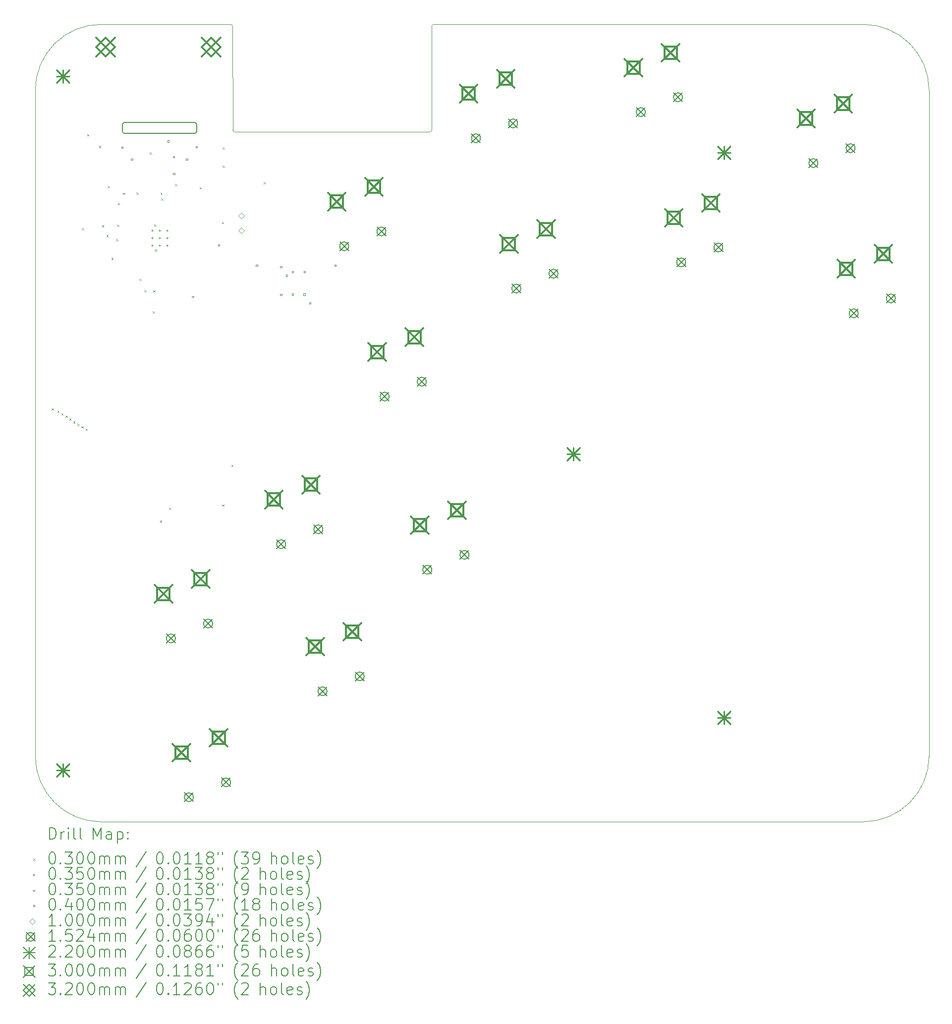
<source format=gbr>
%TF.GenerationSoftware,KiCad,Pcbnew,(7.0.0)*%
%TF.CreationDate,2025-06-06T01:27:25-07:00*%
%TF.ProjectId,HybridBoxNew,48796272-6964-4426-9f78-4e65772e6b69,rev?*%
%TF.SameCoordinates,Original*%
%TF.FileFunction,Drillmap*%
%TF.FilePolarity,Positive*%
%FSLAX45Y45*%
G04 Gerber Fmt 4.5, Leading zero omitted, Abs format (unit mm)*
G04 Created by KiCad (PCBNEW (7.0.0)) date 2025-06-06 01:27:25*
%MOMM*%
%LPD*%
G01*
G04 APERTURE LIST*
%ADD10C,0.100000*%
%ADD11C,0.200000*%
%ADD12C,0.030000*%
%ADD13C,0.035000*%
%ADD14C,0.040000*%
%ADD15C,0.152400*%
%ADD16C,0.220000*%
%ADD17C,0.300000*%
%ADD18C,0.320000*%
G04 APERTURE END LIST*
D10*
X25351876Y-5216006D02*
G75*
G03*
X25386876Y-5181000I-6J35006D01*
G01*
D11*
X21369000Y-5089000D02*
G75*
G03*
X21329000Y-5049000I-40000J0D01*
G01*
D10*
X18612000Y-4502000D02*
X18612000Y-15874000D01*
X33882000Y-4502000D02*
X33882000Y-15874000D01*
X19737000Y-16999000D02*
X32757000Y-16999000D01*
D11*
X21329000Y-5242000D02*
G75*
G03*
X21369000Y-5202000I0J40000D01*
G01*
X20141000Y-5049000D02*
G75*
G03*
X20101000Y-5089000I0J-40000D01*
G01*
X20101000Y-5202000D02*
X20101000Y-5089000D01*
D10*
X25386876Y-5181000D02*
X25383500Y-3412748D01*
D11*
X20101000Y-5202000D02*
G75*
G03*
X20141000Y-5242000I40000J0D01*
G01*
X21329000Y-5242000D02*
X20141000Y-5242000D01*
X21369000Y-5089000D02*
X21369000Y-5202000D01*
X20141000Y-5049000D02*
X21329000Y-5049000D01*
D10*
X25418500Y-3377750D02*
G75*
G03*
X25383500Y-3412748I0J-35000D01*
G01*
X19737000Y-3377000D02*
G75*
G03*
X18612000Y-4502000I0J-1125000D01*
G01*
X33882000Y-4502000D02*
G75*
G03*
X32757000Y-3377000I-1125000J0D01*
G01*
X21948500Y-3378000D02*
X19737000Y-3377000D01*
X32757000Y-16999000D02*
G75*
G03*
X33882000Y-15874000I0J1125000D01*
G01*
X21983500Y-3412000D02*
X21987124Y-5181000D01*
X25418500Y-3377749D02*
X32757000Y-3377000D01*
X18612000Y-15874000D02*
G75*
G03*
X19737000Y-16999000I1125000J0D01*
G01*
X21987130Y-5181000D02*
G75*
G03*
X22022124Y-5216000I35000J0D01*
G01*
X21983500Y-3413000D02*
G75*
G03*
X21948500Y-3378000I-35000J0D01*
G01*
X25351876Y-5216000D02*
X22022124Y-5216000D01*
D11*
D12*
X18892000Y-9935000D02*
X18922000Y-9965000D01*
X18922000Y-9935000D02*
X18892000Y-9965000D01*
X18989000Y-9979000D02*
X19019000Y-10009000D01*
X19019000Y-9979000D02*
X18989000Y-10009000D01*
X19058000Y-10020000D02*
X19088000Y-10050000D01*
X19088000Y-10020000D02*
X19058000Y-10050000D01*
X19128000Y-10061000D02*
X19158000Y-10091000D01*
X19158000Y-10061000D02*
X19128000Y-10091000D01*
X19193000Y-10110000D02*
X19223000Y-10140000D01*
X19223000Y-10110000D02*
X19193000Y-10140000D01*
X19261000Y-10159000D02*
X19291000Y-10189000D01*
X19291000Y-10159000D02*
X19261000Y-10189000D01*
X19331000Y-10201000D02*
X19361000Y-10231000D01*
X19361000Y-10201000D02*
X19331000Y-10231000D01*
X19402000Y-10240000D02*
X19432000Y-10270000D01*
X19432000Y-10240000D02*
X19402000Y-10270000D01*
X19408700Y-6859000D02*
X19438700Y-6889000D01*
X19438700Y-6859000D02*
X19408700Y-6889000D01*
X19472000Y-10281000D02*
X19502000Y-10311000D01*
X19502000Y-10281000D02*
X19472000Y-10311000D01*
X19499000Y-5252000D02*
X19529000Y-5282000D01*
X19529000Y-5252000D02*
X19499000Y-5282000D01*
X19699000Y-5452000D02*
X19729000Y-5482000D01*
X19729000Y-5452000D02*
X19699000Y-5482000D01*
X19750700Y-6806000D02*
X19780700Y-6836000D01*
X19780700Y-6806000D02*
X19750700Y-6836000D01*
X19828700Y-6978000D02*
X19858700Y-7008000D01*
X19858700Y-6978000D02*
X19828700Y-7008000D01*
X19850700Y-6137000D02*
X19880700Y-6167000D01*
X19880700Y-6137000D02*
X19850700Y-6167000D01*
X19913574Y-7365226D02*
X19943574Y-7395226D01*
X19943574Y-7365226D02*
X19913574Y-7395226D01*
X19993700Y-7044000D02*
X20023700Y-7074000D01*
X20023700Y-7044000D02*
X19993700Y-7074000D01*
X20009700Y-6800000D02*
X20039700Y-6830000D01*
X20039700Y-6800000D02*
X20009700Y-6830000D01*
X20023025Y-6429000D02*
X20053025Y-6459000D01*
X20053025Y-6429000D02*
X20023025Y-6459000D01*
X20111700Y-6253000D02*
X20141700Y-6283000D01*
X20141700Y-6253000D02*
X20111700Y-6283000D01*
X20340525Y-6247902D02*
X20370525Y-6277902D01*
X20370525Y-6247902D02*
X20340525Y-6277902D01*
X20391325Y-7721102D02*
X20421325Y-7751102D01*
X20421325Y-7721102D02*
X20391325Y-7751102D01*
X20476000Y-7917000D02*
X20506000Y-7947000D01*
X20506000Y-7917000D02*
X20476000Y-7947000D01*
X20568000Y-5563000D02*
X20598000Y-5593000D01*
X20598000Y-5563000D02*
X20568000Y-5593000D01*
X20619925Y-8279902D02*
X20649925Y-8309902D01*
X20649925Y-8279902D02*
X20619925Y-8309902D01*
X20629000Y-7918000D02*
X20659000Y-7948000D01*
X20659000Y-7918000D02*
X20629000Y-7948000D01*
X20741800Y-11851399D02*
X20771800Y-11881399D01*
X20771800Y-11851399D02*
X20741800Y-11881399D01*
X20749000Y-6252000D02*
X20779000Y-6282000D01*
X20779000Y-6252000D02*
X20749000Y-6282000D01*
X20762989Y-6347193D02*
X20792989Y-6377193D01*
X20792989Y-6347193D02*
X20762989Y-6377193D01*
X20899000Y-11632000D02*
X20929000Y-11662000D01*
X20929000Y-11632000D02*
X20899000Y-11662000D01*
X20999000Y-6102000D02*
X21029000Y-6132000D01*
X21029000Y-6102000D02*
X20999000Y-6132000D01*
X21290200Y-8013202D02*
X21320200Y-8043202D01*
X21320200Y-8013202D02*
X21290200Y-8043202D01*
X21418700Y-6160225D02*
X21448700Y-6190225D01*
X21448700Y-6160225D02*
X21418700Y-6190225D01*
X21799000Y-6752000D02*
X21829000Y-6782000D01*
X21829000Y-6752000D02*
X21799000Y-6782000D01*
X21806000Y-11577579D02*
X21836000Y-11607579D01*
X21836000Y-11577579D02*
X21806000Y-11607579D01*
X21814700Y-5789000D02*
X21844700Y-5819000D01*
X21844700Y-5789000D02*
X21814700Y-5819000D01*
X21815000Y-5475500D02*
X21845000Y-5505500D01*
X21845000Y-5475500D02*
X21815000Y-5505500D01*
X21961000Y-10900000D02*
X21991000Y-10930000D01*
X21991000Y-10900000D02*
X21961000Y-10930000D01*
X22513950Y-6068500D02*
X22543950Y-6098500D01*
X22543950Y-6068500D02*
X22513950Y-6098500D01*
D13*
X20677825Y-6812725D02*
G75*
G03*
X20677825Y-6812725I-17500J0D01*
G01*
X20690525Y-7236450D02*
G75*
G03*
X20690525Y-7236450I-17500J0D01*
G01*
X20606200Y-6881500D02*
X20606200Y-6916500D01*
X20588700Y-6899000D02*
X20623700Y-6899000D01*
X20606200Y-7009000D02*
X20606200Y-7044000D01*
X20588700Y-7026500D02*
X20623700Y-7026500D01*
X20606200Y-7136500D02*
X20606200Y-7171500D01*
X20588700Y-7154000D02*
X20623700Y-7154000D01*
X20733700Y-6881500D02*
X20733700Y-6916500D01*
X20716200Y-6899000D02*
X20751200Y-6899000D01*
X20733700Y-7009000D02*
X20733700Y-7044000D01*
X20716200Y-7026500D02*
X20751200Y-7026500D01*
X20733700Y-7136500D02*
X20733700Y-7171500D01*
X20716200Y-7154000D02*
X20751200Y-7154000D01*
X20861200Y-6881500D02*
X20861200Y-6916500D01*
X20843700Y-6899000D02*
X20878700Y-6899000D01*
X20861200Y-7009000D02*
X20861200Y-7044000D01*
X20843700Y-7026500D02*
X20878700Y-7026500D01*
X20861200Y-7136500D02*
X20861200Y-7171500D01*
X20843700Y-7154000D02*
X20878700Y-7154000D01*
D14*
X20112718Y-5492791D02*
X20112718Y-5464507D01*
X20084433Y-5464507D01*
X20084433Y-5492791D01*
X20112718Y-5492791D01*
X20275718Y-5696791D02*
X20275718Y-5668507D01*
X20247433Y-5668507D01*
X20247433Y-5696791D01*
X20275718Y-5696791D01*
X20896142Y-5389142D02*
X20896142Y-5360858D01*
X20867858Y-5360858D01*
X20867858Y-5389142D01*
X20896142Y-5389142D01*
X20993458Y-5656791D02*
X20993458Y-5628507D01*
X20965173Y-5628507D01*
X20965173Y-5656791D01*
X20993458Y-5656791D01*
X20995458Y-5943791D02*
X20995458Y-5915507D01*
X20967173Y-5915507D01*
X20967173Y-5943791D01*
X20995458Y-5943791D01*
X21214718Y-5695791D02*
X21214718Y-5667507D01*
X21186433Y-5667507D01*
X21186433Y-5695791D01*
X21214718Y-5695791D01*
X21381718Y-5487791D02*
X21381718Y-5459507D01*
X21353433Y-5459507D01*
X21353433Y-5487791D01*
X21381718Y-5487791D01*
X21760142Y-7160142D02*
X21760142Y-7131858D01*
X21731858Y-7131858D01*
X21731858Y-7160142D01*
X21760142Y-7160142D01*
X22409142Y-7507142D02*
X22409142Y-7478858D01*
X22380858Y-7478858D01*
X22380858Y-7507142D01*
X22409142Y-7507142D01*
X22823142Y-7533142D02*
X22823142Y-7504858D01*
X22794858Y-7504858D01*
X22794858Y-7533142D01*
X22823142Y-7533142D01*
X22825142Y-8006142D02*
X22825142Y-7977858D01*
X22796858Y-7977858D01*
X22796858Y-8006142D01*
X22825142Y-8006142D01*
X22924142Y-7683142D02*
X22924142Y-7654858D01*
X22895858Y-7654858D01*
X22895858Y-7683142D01*
X22924142Y-7683142D01*
X23023142Y-8004142D02*
X23023142Y-7975858D01*
X22994858Y-7975858D01*
X22994858Y-8004142D01*
X23023142Y-8004142D01*
X23026142Y-7617142D02*
X23026142Y-7588858D01*
X22997858Y-7588858D01*
X22997858Y-7617142D01*
X23026142Y-7617142D01*
X23221142Y-8005142D02*
X23221142Y-7976858D01*
X23192858Y-7976858D01*
X23192858Y-8005142D01*
X23221142Y-8005142D01*
X23224142Y-7618142D02*
X23224142Y-7589858D01*
X23195858Y-7589858D01*
X23195858Y-7618142D01*
X23224142Y-7618142D01*
X23319142Y-8152142D02*
X23319142Y-8123858D01*
X23290858Y-8123858D01*
X23290858Y-8152142D01*
X23319142Y-8152142D01*
X23751142Y-7509142D02*
X23751142Y-7480858D01*
X23722858Y-7480858D01*
X23722858Y-7509142D01*
X23751142Y-7509142D01*
D10*
X22130000Y-6696500D02*
X22180000Y-6646500D01*
X22130000Y-6596500D01*
X22080000Y-6646500D01*
X22130000Y-6696500D01*
X22130000Y-6950500D02*
X22180000Y-6900500D01*
X22130000Y-6850500D01*
X22080000Y-6900500D01*
X22130000Y-6950500D01*
D15*
X20853418Y-13790144D02*
X21005818Y-13942544D01*
X21005818Y-13790144D02*
X20853418Y-13942544D01*
X21005818Y-13866344D02*
G75*
G03*
X21005818Y-13866344I-76200J0D01*
G01*
X21160545Y-16502383D02*
X21312945Y-16654783D01*
X21312945Y-16502383D02*
X21160545Y-16654783D01*
X21312945Y-16578583D02*
G75*
G03*
X21312945Y-16578583I-76200J0D01*
G01*
X21488418Y-13536144D02*
X21640818Y-13688544D01*
X21640818Y-13536144D02*
X21488418Y-13688544D01*
X21640818Y-13612344D02*
G75*
G03*
X21640818Y-13612344I-76200J0D01*
G01*
X21795545Y-16248383D02*
X21947945Y-16400783D01*
X21947945Y-16248383D02*
X21795545Y-16400783D01*
X21947945Y-16324583D02*
G75*
G03*
X21947945Y-16324583I-76200J0D01*
G01*
X22736656Y-12179696D02*
X22889056Y-12332096D01*
X22889056Y-12179696D02*
X22736656Y-12332096D01*
X22889056Y-12255896D02*
G75*
G03*
X22889056Y-12255896I-76200J0D01*
G01*
X23371656Y-11925696D02*
X23524056Y-12078096D01*
X23524056Y-11925696D02*
X23371656Y-12078096D01*
X23524056Y-12001896D02*
G75*
G03*
X23524056Y-12001896I-76200J0D01*
G01*
X23443784Y-14691936D02*
X23596184Y-14844336D01*
X23596184Y-14691936D02*
X23443784Y-14844336D01*
X23596184Y-14768136D02*
G75*
G03*
X23596184Y-14768136I-76200J0D01*
G01*
X23814523Y-7091313D02*
X23966923Y-7243713D01*
X23966923Y-7091313D02*
X23814523Y-7243713D01*
X23966923Y-7167513D02*
G75*
G03*
X23966923Y-7167513I-76200J0D01*
G01*
X24078784Y-14437936D02*
X24231184Y-14590336D01*
X24231184Y-14437936D02*
X24078784Y-14590336D01*
X24231184Y-14514136D02*
G75*
G03*
X24231184Y-14514136I-76200J0D01*
G01*
X24449523Y-6837313D02*
X24601923Y-6989713D01*
X24601923Y-6837313D02*
X24449523Y-6989713D01*
X24601923Y-6913513D02*
G75*
G03*
X24601923Y-6913513I-76200J0D01*
G01*
X24504097Y-9658137D02*
X24656497Y-9810537D01*
X24656497Y-9658137D02*
X24504097Y-9810537D01*
X24656497Y-9734337D02*
G75*
G03*
X24656497Y-9734337I-76200J0D01*
G01*
X25139097Y-9404137D02*
X25291497Y-9556537D01*
X25291497Y-9404137D02*
X25139097Y-9556537D01*
X25291497Y-9480337D02*
G75*
G03*
X25291497Y-9480337I-76200J0D01*
G01*
X25233312Y-12616555D02*
X25385712Y-12768955D01*
X25385712Y-12616555D02*
X25233312Y-12768955D01*
X25385712Y-12692755D02*
G75*
G03*
X25385712Y-12692755I-76200J0D01*
G01*
X25868312Y-12362555D02*
X26020712Y-12514955D01*
X26020712Y-12362555D02*
X25868312Y-12514955D01*
X26020712Y-12438755D02*
G75*
G03*
X26020712Y-12438755I-76200J0D01*
G01*
X26065486Y-5246252D02*
X26217886Y-5398652D01*
X26217886Y-5246252D02*
X26065486Y-5398652D01*
X26217886Y-5322452D02*
G75*
G03*
X26217886Y-5322452I-76200J0D01*
G01*
X26700486Y-4992252D02*
X26852886Y-5144652D01*
X26852886Y-4992252D02*
X26700486Y-5144652D01*
X26852886Y-5068452D02*
G75*
G03*
X26852886Y-5068452I-76200J0D01*
G01*
X26755085Y-7813173D02*
X26907485Y-7965573D01*
X26907485Y-7813173D02*
X26755085Y-7965573D01*
X26907485Y-7889373D02*
G75*
G03*
X26907485Y-7889373I-76200J0D01*
G01*
X27390085Y-7559173D02*
X27542485Y-7711573D01*
X27542485Y-7559173D02*
X27390085Y-7711573D01*
X27542485Y-7635373D02*
G75*
G03*
X27542485Y-7635373I-76200J0D01*
G01*
X28881367Y-4799733D02*
X29033767Y-4952133D01*
X29033767Y-4799733D02*
X28881367Y-4952133D01*
X29033767Y-4875933D02*
G75*
G03*
X29033767Y-4875933I-76200J0D01*
G01*
X29516367Y-4545733D02*
X29668767Y-4698133D01*
X29668767Y-4545733D02*
X29516367Y-4698133D01*
X29668767Y-4621933D02*
G75*
G03*
X29668767Y-4621933I-76200J0D01*
G01*
X29570967Y-7366654D02*
X29723367Y-7519054D01*
X29723367Y-7366654D02*
X29570967Y-7519054D01*
X29723367Y-7442854D02*
G75*
G03*
X29723367Y-7442854I-76200J0D01*
G01*
X30205967Y-7112654D02*
X30358367Y-7265054D01*
X30358367Y-7112654D02*
X30205967Y-7265054D01*
X30358367Y-7188854D02*
G75*
G03*
X30358367Y-7188854I-76200J0D01*
G01*
X31829357Y-5669991D02*
X31981757Y-5822391D01*
X31981757Y-5669991D02*
X31829357Y-5822391D01*
X31981757Y-5746191D02*
G75*
G03*
X31981757Y-5746191I-76200J0D01*
G01*
X32464357Y-5415991D02*
X32616757Y-5568391D01*
X32616757Y-5415991D02*
X32464357Y-5568391D01*
X32616757Y-5492191D02*
G75*
G03*
X32616757Y-5492191I-76200J0D01*
G01*
X32518956Y-8236912D02*
X32671356Y-8389312D01*
X32671356Y-8236912D02*
X32518956Y-8389312D01*
X32671356Y-8313112D02*
G75*
G03*
X32671356Y-8313112I-76200J0D01*
G01*
X33153956Y-7982912D02*
X33306356Y-8135312D01*
X33306356Y-7982912D02*
X33153956Y-8135312D01*
X33306356Y-8059112D02*
G75*
G03*
X33306356Y-8059112I-76200J0D01*
G01*
D16*
X18976000Y-4151000D02*
X19196000Y-4371000D01*
X19196000Y-4151000D02*
X18976000Y-4371000D01*
X19086000Y-4151000D02*
X19086000Y-4371000D01*
X18976000Y-4261000D02*
X19196000Y-4261000D01*
X18976000Y-16005000D02*
X19196000Y-16225000D01*
X19196000Y-16005000D02*
X18976000Y-16225000D01*
X19086000Y-16005000D02*
X19086000Y-16225000D01*
X18976000Y-16115000D02*
X19196000Y-16115000D01*
X27693500Y-10603000D02*
X27913500Y-10823000D01*
X27913500Y-10603000D02*
X27693500Y-10823000D01*
X27803500Y-10603000D02*
X27803500Y-10823000D01*
X27693500Y-10713000D02*
X27913500Y-10713000D01*
X30265500Y-15107000D02*
X30485500Y-15327000D01*
X30485500Y-15107000D02*
X30265500Y-15327000D01*
X30375500Y-15107000D02*
X30375500Y-15327000D01*
X30265500Y-15217000D02*
X30485500Y-15217000D01*
X30272000Y-5458338D02*
X30492000Y-5678338D01*
X30492000Y-5458338D02*
X30272000Y-5678338D01*
X30382000Y-5458338D02*
X30382000Y-5678338D01*
X30272000Y-5568338D02*
X30492000Y-5568338D01*
D17*
X20652618Y-12954344D02*
X20952618Y-13254344D01*
X20952618Y-12954344D02*
X20652618Y-13254344D01*
X20908685Y-13210411D02*
X20908685Y-12998277D01*
X20696551Y-12998277D01*
X20696551Y-13210411D01*
X20908685Y-13210411D01*
X20959745Y-15666583D02*
X21259745Y-15966583D01*
X21259745Y-15666583D02*
X20959745Y-15966583D01*
X21215812Y-15922650D02*
X21215812Y-15710516D01*
X21003678Y-15710516D01*
X21003678Y-15922650D01*
X21215812Y-15922650D01*
X21287618Y-12700344D02*
X21587618Y-13000344D01*
X21587618Y-12700344D02*
X21287618Y-13000344D01*
X21543685Y-12956411D02*
X21543685Y-12744277D01*
X21331551Y-12744277D01*
X21331551Y-12956411D01*
X21543685Y-12956411D01*
X21594745Y-15412583D02*
X21894745Y-15712583D01*
X21894745Y-15412583D02*
X21594745Y-15712583D01*
X21850812Y-15668650D02*
X21850812Y-15456516D01*
X21638678Y-15456516D01*
X21638678Y-15668650D01*
X21850812Y-15668650D01*
X22535856Y-11343896D02*
X22835856Y-11643896D01*
X22835856Y-11343896D02*
X22535856Y-11643896D01*
X22791923Y-11599963D02*
X22791923Y-11387829D01*
X22579789Y-11387829D01*
X22579789Y-11599963D01*
X22791923Y-11599963D01*
X23170856Y-11089896D02*
X23470856Y-11389896D01*
X23470856Y-11089896D02*
X23170856Y-11389896D01*
X23426923Y-11345963D02*
X23426923Y-11133829D01*
X23214789Y-11133829D01*
X23214789Y-11345963D01*
X23426923Y-11345963D01*
X23242984Y-13856136D02*
X23542984Y-14156136D01*
X23542984Y-13856136D02*
X23242984Y-14156136D01*
X23499051Y-14112203D02*
X23499051Y-13900069D01*
X23286917Y-13900069D01*
X23286917Y-14112203D01*
X23499051Y-14112203D01*
X23613723Y-6255513D02*
X23913723Y-6555513D01*
X23913723Y-6255513D02*
X23613723Y-6555513D01*
X23869790Y-6511580D02*
X23869790Y-6299446D01*
X23657656Y-6299446D01*
X23657656Y-6511580D01*
X23869790Y-6511580D01*
X23877984Y-13602136D02*
X24177984Y-13902136D01*
X24177984Y-13602136D02*
X23877984Y-13902136D01*
X24134051Y-13858203D02*
X24134051Y-13646069D01*
X23921917Y-13646069D01*
X23921917Y-13858203D01*
X24134051Y-13858203D01*
X24248723Y-6001513D02*
X24548723Y-6301513D01*
X24548723Y-6001513D02*
X24248723Y-6301513D01*
X24504790Y-6257580D02*
X24504790Y-6045446D01*
X24292656Y-6045446D01*
X24292656Y-6257580D01*
X24504790Y-6257580D01*
X24303297Y-8822337D02*
X24603297Y-9122337D01*
X24603297Y-8822337D02*
X24303297Y-9122337D01*
X24559364Y-9078404D02*
X24559364Y-8866270D01*
X24347230Y-8866270D01*
X24347230Y-9078404D01*
X24559364Y-9078404D01*
X24938297Y-8568337D02*
X25238297Y-8868337D01*
X25238297Y-8568337D02*
X24938297Y-8868337D01*
X25194364Y-8824404D02*
X25194364Y-8612270D01*
X24982230Y-8612270D01*
X24982230Y-8824404D01*
X25194364Y-8824404D01*
X25032512Y-11780755D02*
X25332512Y-12080755D01*
X25332512Y-11780755D02*
X25032512Y-12080755D01*
X25288579Y-12036822D02*
X25288579Y-11824688D01*
X25076445Y-11824688D01*
X25076445Y-12036822D01*
X25288579Y-12036822D01*
X25667512Y-11526755D02*
X25967512Y-11826755D01*
X25967512Y-11526755D02*
X25667512Y-11826755D01*
X25923579Y-11782822D02*
X25923579Y-11570688D01*
X25711445Y-11570688D01*
X25711445Y-11782822D01*
X25923579Y-11782822D01*
X25864686Y-4410452D02*
X26164686Y-4710452D01*
X26164686Y-4410452D02*
X25864686Y-4710452D01*
X26120753Y-4666519D02*
X26120753Y-4454385D01*
X25908619Y-4454385D01*
X25908619Y-4666519D01*
X26120753Y-4666519D01*
X26499686Y-4156452D02*
X26799686Y-4456452D01*
X26799686Y-4156452D02*
X26499686Y-4456452D01*
X26755753Y-4412519D02*
X26755753Y-4200385D01*
X26543619Y-4200385D01*
X26543619Y-4412519D01*
X26755753Y-4412519D01*
X26554285Y-6977373D02*
X26854285Y-7277373D01*
X26854285Y-6977373D02*
X26554285Y-7277373D01*
X26810352Y-7233440D02*
X26810352Y-7021306D01*
X26598218Y-7021306D01*
X26598218Y-7233440D01*
X26810352Y-7233440D01*
X27189285Y-6723373D02*
X27489285Y-7023373D01*
X27489285Y-6723373D02*
X27189285Y-7023373D01*
X27445352Y-6979440D02*
X27445352Y-6767306D01*
X27233218Y-6767306D01*
X27233218Y-6979440D01*
X27445352Y-6979440D01*
X28680567Y-3963933D02*
X28980567Y-4263933D01*
X28980567Y-3963933D02*
X28680567Y-4263933D01*
X28936634Y-4220000D02*
X28936634Y-4007866D01*
X28724500Y-4007866D01*
X28724500Y-4220000D01*
X28936634Y-4220000D01*
X29315567Y-3709933D02*
X29615567Y-4009933D01*
X29615567Y-3709933D02*
X29315567Y-4009933D01*
X29571634Y-3966000D02*
X29571634Y-3753866D01*
X29359500Y-3753866D01*
X29359500Y-3966000D01*
X29571634Y-3966000D01*
X29370167Y-6530854D02*
X29670167Y-6830854D01*
X29670167Y-6530854D02*
X29370167Y-6830854D01*
X29626234Y-6786921D02*
X29626234Y-6574787D01*
X29414100Y-6574787D01*
X29414100Y-6786921D01*
X29626234Y-6786921D01*
X30005167Y-6276854D02*
X30305167Y-6576854D01*
X30305167Y-6276854D02*
X30005167Y-6576854D01*
X30261234Y-6532921D02*
X30261234Y-6320787D01*
X30049100Y-6320787D01*
X30049100Y-6532921D01*
X30261234Y-6532921D01*
X31628557Y-4834191D02*
X31928557Y-5134191D01*
X31928557Y-4834191D02*
X31628557Y-5134191D01*
X31884624Y-5090258D02*
X31884624Y-4878124D01*
X31672490Y-4878124D01*
X31672490Y-5090258D01*
X31884624Y-5090258D01*
X32263557Y-4580191D02*
X32563557Y-4880191D01*
X32563557Y-4580191D02*
X32263557Y-4880191D01*
X32519624Y-4836258D02*
X32519624Y-4624124D01*
X32307490Y-4624124D01*
X32307490Y-4836258D01*
X32519624Y-4836258D01*
X32318156Y-7401112D02*
X32618156Y-7701112D01*
X32618156Y-7401112D02*
X32318156Y-7701112D01*
X32574223Y-7657179D02*
X32574223Y-7445045D01*
X32362089Y-7445045D01*
X32362089Y-7657179D01*
X32574223Y-7657179D01*
X32953156Y-7147112D02*
X33253156Y-7447112D01*
X33253156Y-7147112D02*
X32953156Y-7447112D01*
X33209223Y-7403179D02*
X33209223Y-7191045D01*
X32997089Y-7191045D01*
X32997089Y-7403179D01*
X33209223Y-7403179D01*
D18*
X19654000Y-3607000D02*
X19974000Y-3927000D01*
X19974000Y-3607000D02*
X19654000Y-3927000D01*
X19814000Y-3927000D02*
X19974000Y-3767000D01*
X19814000Y-3607000D01*
X19654000Y-3767000D01*
X19814000Y-3927000D01*
X21454000Y-3607000D02*
X21774000Y-3927000D01*
X21774000Y-3607000D02*
X21454000Y-3927000D01*
X21614000Y-3927000D02*
X21774000Y-3767000D01*
X21614000Y-3607000D01*
X21454000Y-3767000D01*
X21614000Y-3927000D01*
D11*
X18854619Y-17297476D02*
X18854619Y-17097476D01*
X18854619Y-17097476D02*
X18902238Y-17097476D01*
X18902238Y-17097476D02*
X18930810Y-17107000D01*
X18930810Y-17107000D02*
X18949857Y-17126048D01*
X18949857Y-17126048D02*
X18959381Y-17145095D01*
X18959381Y-17145095D02*
X18968905Y-17183190D01*
X18968905Y-17183190D02*
X18968905Y-17211762D01*
X18968905Y-17211762D02*
X18959381Y-17249857D01*
X18959381Y-17249857D02*
X18949857Y-17268905D01*
X18949857Y-17268905D02*
X18930810Y-17287952D01*
X18930810Y-17287952D02*
X18902238Y-17297476D01*
X18902238Y-17297476D02*
X18854619Y-17297476D01*
X19054619Y-17297476D02*
X19054619Y-17164143D01*
X19054619Y-17202238D02*
X19064143Y-17183190D01*
X19064143Y-17183190D02*
X19073667Y-17173667D01*
X19073667Y-17173667D02*
X19092714Y-17164143D01*
X19092714Y-17164143D02*
X19111762Y-17164143D01*
X19178429Y-17297476D02*
X19178429Y-17164143D01*
X19178429Y-17097476D02*
X19168905Y-17107000D01*
X19168905Y-17107000D02*
X19178429Y-17116524D01*
X19178429Y-17116524D02*
X19187952Y-17107000D01*
X19187952Y-17107000D02*
X19178429Y-17097476D01*
X19178429Y-17097476D02*
X19178429Y-17116524D01*
X19302238Y-17297476D02*
X19283190Y-17287952D01*
X19283190Y-17287952D02*
X19273667Y-17268905D01*
X19273667Y-17268905D02*
X19273667Y-17097476D01*
X19407000Y-17297476D02*
X19387952Y-17287952D01*
X19387952Y-17287952D02*
X19378429Y-17268905D01*
X19378429Y-17268905D02*
X19378429Y-17097476D01*
X19603190Y-17297476D02*
X19603190Y-17097476D01*
X19603190Y-17097476D02*
X19669857Y-17240333D01*
X19669857Y-17240333D02*
X19736524Y-17097476D01*
X19736524Y-17097476D02*
X19736524Y-17297476D01*
X19917476Y-17297476D02*
X19917476Y-17192714D01*
X19917476Y-17192714D02*
X19907952Y-17173667D01*
X19907952Y-17173667D02*
X19888905Y-17164143D01*
X19888905Y-17164143D02*
X19850809Y-17164143D01*
X19850809Y-17164143D02*
X19831762Y-17173667D01*
X19917476Y-17287952D02*
X19898429Y-17297476D01*
X19898429Y-17297476D02*
X19850809Y-17297476D01*
X19850809Y-17297476D02*
X19831762Y-17287952D01*
X19831762Y-17287952D02*
X19822238Y-17268905D01*
X19822238Y-17268905D02*
X19822238Y-17249857D01*
X19822238Y-17249857D02*
X19831762Y-17230810D01*
X19831762Y-17230810D02*
X19850809Y-17221286D01*
X19850809Y-17221286D02*
X19898429Y-17221286D01*
X19898429Y-17221286D02*
X19917476Y-17211762D01*
X20012714Y-17164143D02*
X20012714Y-17364143D01*
X20012714Y-17173667D02*
X20031762Y-17164143D01*
X20031762Y-17164143D02*
X20069857Y-17164143D01*
X20069857Y-17164143D02*
X20088905Y-17173667D01*
X20088905Y-17173667D02*
X20098429Y-17183190D01*
X20098429Y-17183190D02*
X20107952Y-17202238D01*
X20107952Y-17202238D02*
X20107952Y-17259381D01*
X20107952Y-17259381D02*
X20098429Y-17278429D01*
X20098429Y-17278429D02*
X20088905Y-17287952D01*
X20088905Y-17287952D02*
X20069857Y-17297476D01*
X20069857Y-17297476D02*
X20031762Y-17297476D01*
X20031762Y-17297476D02*
X20012714Y-17287952D01*
X20193667Y-17278429D02*
X20203190Y-17287952D01*
X20203190Y-17287952D02*
X20193667Y-17297476D01*
X20193667Y-17297476D02*
X20184143Y-17287952D01*
X20184143Y-17287952D02*
X20193667Y-17278429D01*
X20193667Y-17278429D02*
X20193667Y-17297476D01*
X20193667Y-17173667D02*
X20203190Y-17183190D01*
X20203190Y-17183190D02*
X20193667Y-17192714D01*
X20193667Y-17192714D02*
X20184143Y-17183190D01*
X20184143Y-17183190D02*
X20193667Y-17173667D01*
X20193667Y-17173667D02*
X20193667Y-17192714D01*
D12*
X18577000Y-17629000D02*
X18607000Y-17659000D01*
X18607000Y-17629000D02*
X18577000Y-17659000D01*
D11*
X18892714Y-17517476D02*
X18911762Y-17517476D01*
X18911762Y-17517476D02*
X18930810Y-17527000D01*
X18930810Y-17527000D02*
X18940333Y-17536524D01*
X18940333Y-17536524D02*
X18949857Y-17555571D01*
X18949857Y-17555571D02*
X18959381Y-17593667D01*
X18959381Y-17593667D02*
X18959381Y-17641286D01*
X18959381Y-17641286D02*
X18949857Y-17679381D01*
X18949857Y-17679381D02*
X18940333Y-17698429D01*
X18940333Y-17698429D02*
X18930810Y-17707952D01*
X18930810Y-17707952D02*
X18911762Y-17717476D01*
X18911762Y-17717476D02*
X18892714Y-17717476D01*
X18892714Y-17717476D02*
X18873667Y-17707952D01*
X18873667Y-17707952D02*
X18864143Y-17698429D01*
X18864143Y-17698429D02*
X18854619Y-17679381D01*
X18854619Y-17679381D02*
X18845095Y-17641286D01*
X18845095Y-17641286D02*
X18845095Y-17593667D01*
X18845095Y-17593667D02*
X18854619Y-17555571D01*
X18854619Y-17555571D02*
X18864143Y-17536524D01*
X18864143Y-17536524D02*
X18873667Y-17527000D01*
X18873667Y-17527000D02*
X18892714Y-17517476D01*
X19045095Y-17698429D02*
X19054619Y-17707952D01*
X19054619Y-17707952D02*
X19045095Y-17717476D01*
X19045095Y-17717476D02*
X19035571Y-17707952D01*
X19035571Y-17707952D02*
X19045095Y-17698429D01*
X19045095Y-17698429D02*
X19045095Y-17717476D01*
X19121286Y-17517476D02*
X19245095Y-17517476D01*
X19245095Y-17517476D02*
X19178429Y-17593667D01*
X19178429Y-17593667D02*
X19207000Y-17593667D01*
X19207000Y-17593667D02*
X19226048Y-17603190D01*
X19226048Y-17603190D02*
X19235571Y-17612714D01*
X19235571Y-17612714D02*
X19245095Y-17631762D01*
X19245095Y-17631762D02*
X19245095Y-17679381D01*
X19245095Y-17679381D02*
X19235571Y-17698429D01*
X19235571Y-17698429D02*
X19226048Y-17707952D01*
X19226048Y-17707952D02*
X19207000Y-17717476D01*
X19207000Y-17717476D02*
X19149857Y-17717476D01*
X19149857Y-17717476D02*
X19130810Y-17707952D01*
X19130810Y-17707952D02*
X19121286Y-17698429D01*
X19368905Y-17517476D02*
X19387952Y-17517476D01*
X19387952Y-17517476D02*
X19407000Y-17527000D01*
X19407000Y-17527000D02*
X19416524Y-17536524D01*
X19416524Y-17536524D02*
X19426048Y-17555571D01*
X19426048Y-17555571D02*
X19435571Y-17593667D01*
X19435571Y-17593667D02*
X19435571Y-17641286D01*
X19435571Y-17641286D02*
X19426048Y-17679381D01*
X19426048Y-17679381D02*
X19416524Y-17698429D01*
X19416524Y-17698429D02*
X19407000Y-17707952D01*
X19407000Y-17707952D02*
X19387952Y-17717476D01*
X19387952Y-17717476D02*
X19368905Y-17717476D01*
X19368905Y-17717476D02*
X19349857Y-17707952D01*
X19349857Y-17707952D02*
X19340333Y-17698429D01*
X19340333Y-17698429D02*
X19330810Y-17679381D01*
X19330810Y-17679381D02*
X19321286Y-17641286D01*
X19321286Y-17641286D02*
X19321286Y-17593667D01*
X19321286Y-17593667D02*
X19330810Y-17555571D01*
X19330810Y-17555571D02*
X19340333Y-17536524D01*
X19340333Y-17536524D02*
X19349857Y-17527000D01*
X19349857Y-17527000D02*
X19368905Y-17517476D01*
X19559381Y-17517476D02*
X19578429Y-17517476D01*
X19578429Y-17517476D02*
X19597476Y-17527000D01*
X19597476Y-17527000D02*
X19607000Y-17536524D01*
X19607000Y-17536524D02*
X19616524Y-17555571D01*
X19616524Y-17555571D02*
X19626048Y-17593667D01*
X19626048Y-17593667D02*
X19626048Y-17641286D01*
X19626048Y-17641286D02*
X19616524Y-17679381D01*
X19616524Y-17679381D02*
X19607000Y-17698429D01*
X19607000Y-17698429D02*
X19597476Y-17707952D01*
X19597476Y-17707952D02*
X19578429Y-17717476D01*
X19578429Y-17717476D02*
X19559381Y-17717476D01*
X19559381Y-17717476D02*
X19540333Y-17707952D01*
X19540333Y-17707952D02*
X19530810Y-17698429D01*
X19530810Y-17698429D02*
X19521286Y-17679381D01*
X19521286Y-17679381D02*
X19511762Y-17641286D01*
X19511762Y-17641286D02*
X19511762Y-17593667D01*
X19511762Y-17593667D02*
X19521286Y-17555571D01*
X19521286Y-17555571D02*
X19530810Y-17536524D01*
X19530810Y-17536524D02*
X19540333Y-17527000D01*
X19540333Y-17527000D02*
X19559381Y-17517476D01*
X19711762Y-17717476D02*
X19711762Y-17584143D01*
X19711762Y-17603190D02*
X19721286Y-17593667D01*
X19721286Y-17593667D02*
X19740333Y-17584143D01*
X19740333Y-17584143D02*
X19768905Y-17584143D01*
X19768905Y-17584143D02*
X19787952Y-17593667D01*
X19787952Y-17593667D02*
X19797476Y-17612714D01*
X19797476Y-17612714D02*
X19797476Y-17717476D01*
X19797476Y-17612714D02*
X19807000Y-17593667D01*
X19807000Y-17593667D02*
X19826048Y-17584143D01*
X19826048Y-17584143D02*
X19854619Y-17584143D01*
X19854619Y-17584143D02*
X19873667Y-17593667D01*
X19873667Y-17593667D02*
X19883191Y-17612714D01*
X19883191Y-17612714D02*
X19883191Y-17717476D01*
X19978429Y-17717476D02*
X19978429Y-17584143D01*
X19978429Y-17603190D02*
X19987952Y-17593667D01*
X19987952Y-17593667D02*
X20007000Y-17584143D01*
X20007000Y-17584143D02*
X20035572Y-17584143D01*
X20035572Y-17584143D02*
X20054619Y-17593667D01*
X20054619Y-17593667D02*
X20064143Y-17612714D01*
X20064143Y-17612714D02*
X20064143Y-17717476D01*
X20064143Y-17612714D02*
X20073667Y-17593667D01*
X20073667Y-17593667D02*
X20092714Y-17584143D01*
X20092714Y-17584143D02*
X20121286Y-17584143D01*
X20121286Y-17584143D02*
X20140333Y-17593667D01*
X20140333Y-17593667D02*
X20149857Y-17612714D01*
X20149857Y-17612714D02*
X20149857Y-17717476D01*
X20507952Y-17507952D02*
X20336524Y-17765095D01*
X20732714Y-17517476D02*
X20751762Y-17517476D01*
X20751762Y-17517476D02*
X20770810Y-17527000D01*
X20770810Y-17527000D02*
X20780333Y-17536524D01*
X20780333Y-17536524D02*
X20789857Y-17555571D01*
X20789857Y-17555571D02*
X20799381Y-17593667D01*
X20799381Y-17593667D02*
X20799381Y-17641286D01*
X20799381Y-17641286D02*
X20789857Y-17679381D01*
X20789857Y-17679381D02*
X20780333Y-17698429D01*
X20780333Y-17698429D02*
X20770810Y-17707952D01*
X20770810Y-17707952D02*
X20751762Y-17717476D01*
X20751762Y-17717476D02*
X20732714Y-17717476D01*
X20732714Y-17717476D02*
X20713667Y-17707952D01*
X20713667Y-17707952D02*
X20704143Y-17698429D01*
X20704143Y-17698429D02*
X20694619Y-17679381D01*
X20694619Y-17679381D02*
X20685095Y-17641286D01*
X20685095Y-17641286D02*
X20685095Y-17593667D01*
X20685095Y-17593667D02*
X20694619Y-17555571D01*
X20694619Y-17555571D02*
X20704143Y-17536524D01*
X20704143Y-17536524D02*
X20713667Y-17527000D01*
X20713667Y-17527000D02*
X20732714Y-17517476D01*
X20885095Y-17698429D02*
X20894619Y-17707952D01*
X20894619Y-17707952D02*
X20885095Y-17717476D01*
X20885095Y-17717476D02*
X20875572Y-17707952D01*
X20875572Y-17707952D02*
X20885095Y-17698429D01*
X20885095Y-17698429D02*
X20885095Y-17717476D01*
X21018429Y-17517476D02*
X21037476Y-17517476D01*
X21037476Y-17517476D02*
X21056524Y-17527000D01*
X21056524Y-17527000D02*
X21066048Y-17536524D01*
X21066048Y-17536524D02*
X21075572Y-17555571D01*
X21075572Y-17555571D02*
X21085095Y-17593667D01*
X21085095Y-17593667D02*
X21085095Y-17641286D01*
X21085095Y-17641286D02*
X21075572Y-17679381D01*
X21075572Y-17679381D02*
X21066048Y-17698429D01*
X21066048Y-17698429D02*
X21056524Y-17707952D01*
X21056524Y-17707952D02*
X21037476Y-17717476D01*
X21037476Y-17717476D02*
X21018429Y-17717476D01*
X21018429Y-17717476D02*
X20999381Y-17707952D01*
X20999381Y-17707952D02*
X20989857Y-17698429D01*
X20989857Y-17698429D02*
X20980333Y-17679381D01*
X20980333Y-17679381D02*
X20970810Y-17641286D01*
X20970810Y-17641286D02*
X20970810Y-17593667D01*
X20970810Y-17593667D02*
X20980333Y-17555571D01*
X20980333Y-17555571D02*
X20989857Y-17536524D01*
X20989857Y-17536524D02*
X20999381Y-17527000D01*
X20999381Y-17527000D02*
X21018429Y-17517476D01*
X21275572Y-17717476D02*
X21161286Y-17717476D01*
X21218429Y-17717476D02*
X21218429Y-17517476D01*
X21218429Y-17517476D02*
X21199381Y-17546048D01*
X21199381Y-17546048D02*
X21180333Y-17565095D01*
X21180333Y-17565095D02*
X21161286Y-17574619D01*
X21466048Y-17717476D02*
X21351762Y-17717476D01*
X21408905Y-17717476D02*
X21408905Y-17517476D01*
X21408905Y-17517476D02*
X21389857Y-17546048D01*
X21389857Y-17546048D02*
X21370810Y-17565095D01*
X21370810Y-17565095D02*
X21351762Y-17574619D01*
X21580333Y-17603190D02*
X21561286Y-17593667D01*
X21561286Y-17593667D02*
X21551762Y-17584143D01*
X21551762Y-17584143D02*
X21542238Y-17565095D01*
X21542238Y-17565095D02*
X21542238Y-17555571D01*
X21542238Y-17555571D02*
X21551762Y-17536524D01*
X21551762Y-17536524D02*
X21561286Y-17527000D01*
X21561286Y-17527000D02*
X21580333Y-17517476D01*
X21580333Y-17517476D02*
X21618429Y-17517476D01*
X21618429Y-17517476D02*
X21637476Y-17527000D01*
X21637476Y-17527000D02*
X21647000Y-17536524D01*
X21647000Y-17536524D02*
X21656524Y-17555571D01*
X21656524Y-17555571D02*
X21656524Y-17565095D01*
X21656524Y-17565095D02*
X21647000Y-17584143D01*
X21647000Y-17584143D02*
X21637476Y-17593667D01*
X21637476Y-17593667D02*
X21618429Y-17603190D01*
X21618429Y-17603190D02*
X21580333Y-17603190D01*
X21580333Y-17603190D02*
X21561286Y-17612714D01*
X21561286Y-17612714D02*
X21551762Y-17622238D01*
X21551762Y-17622238D02*
X21542238Y-17641286D01*
X21542238Y-17641286D02*
X21542238Y-17679381D01*
X21542238Y-17679381D02*
X21551762Y-17698429D01*
X21551762Y-17698429D02*
X21561286Y-17707952D01*
X21561286Y-17707952D02*
X21580333Y-17717476D01*
X21580333Y-17717476D02*
X21618429Y-17717476D01*
X21618429Y-17717476D02*
X21637476Y-17707952D01*
X21637476Y-17707952D02*
X21647000Y-17698429D01*
X21647000Y-17698429D02*
X21656524Y-17679381D01*
X21656524Y-17679381D02*
X21656524Y-17641286D01*
X21656524Y-17641286D02*
X21647000Y-17622238D01*
X21647000Y-17622238D02*
X21637476Y-17612714D01*
X21637476Y-17612714D02*
X21618429Y-17603190D01*
X21732714Y-17517476D02*
X21732714Y-17555571D01*
X21808905Y-17517476D02*
X21808905Y-17555571D01*
X22071762Y-17793667D02*
X22062238Y-17784143D01*
X22062238Y-17784143D02*
X22043191Y-17755571D01*
X22043191Y-17755571D02*
X22033667Y-17736524D01*
X22033667Y-17736524D02*
X22024143Y-17707952D01*
X22024143Y-17707952D02*
X22014619Y-17660333D01*
X22014619Y-17660333D02*
X22014619Y-17622238D01*
X22014619Y-17622238D02*
X22024143Y-17574619D01*
X22024143Y-17574619D02*
X22033667Y-17546048D01*
X22033667Y-17546048D02*
X22043191Y-17527000D01*
X22043191Y-17527000D02*
X22062238Y-17498429D01*
X22062238Y-17498429D02*
X22071762Y-17488905D01*
X22128905Y-17517476D02*
X22252714Y-17517476D01*
X22252714Y-17517476D02*
X22186048Y-17593667D01*
X22186048Y-17593667D02*
X22214619Y-17593667D01*
X22214619Y-17593667D02*
X22233667Y-17603190D01*
X22233667Y-17603190D02*
X22243191Y-17612714D01*
X22243191Y-17612714D02*
X22252714Y-17631762D01*
X22252714Y-17631762D02*
X22252714Y-17679381D01*
X22252714Y-17679381D02*
X22243191Y-17698429D01*
X22243191Y-17698429D02*
X22233667Y-17707952D01*
X22233667Y-17707952D02*
X22214619Y-17717476D01*
X22214619Y-17717476D02*
X22157476Y-17717476D01*
X22157476Y-17717476D02*
X22138429Y-17707952D01*
X22138429Y-17707952D02*
X22128905Y-17698429D01*
X22347953Y-17717476D02*
X22386048Y-17717476D01*
X22386048Y-17717476D02*
X22405095Y-17707952D01*
X22405095Y-17707952D02*
X22414619Y-17698429D01*
X22414619Y-17698429D02*
X22433667Y-17669857D01*
X22433667Y-17669857D02*
X22443191Y-17631762D01*
X22443191Y-17631762D02*
X22443191Y-17555571D01*
X22443191Y-17555571D02*
X22433667Y-17536524D01*
X22433667Y-17536524D02*
X22424143Y-17527000D01*
X22424143Y-17527000D02*
X22405095Y-17517476D01*
X22405095Y-17517476D02*
X22367000Y-17517476D01*
X22367000Y-17517476D02*
X22347953Y-17527000D01*
X22347953Y-17527000D02*
X22338429Y-17536524D01*
X22338429Y-17536524D02*
X22328905Y-17555571D01*
X22328905Y-17555571D02*
X22328905Y-17603190D01*
X22328905Y-17603190D02*
X22338429Y-17622238D01*
X22338429Y-17622238D02*
X22347953Y-17631762D01*
X22347953Y-17631762D02*
X22367000Y-17641286D01*
X22367000Y-17641286D02*
X22405095Y-17641286D01*
X22405095Y-17641286D02*
X22424143Y-17631762D01*
X22424143Y-17631762D02*
X22433667Y-17622238D01*
X22433667Y-17622238D02*
X22443191Y-17603190D01*
X22648905Y-17717476D02*
X22648905Y-17517476D01*
X22734619Y-17717476D02*
X22734619Y-17612714D01*
X22734619Y-17612714D02*
X22725095Y-17593667D01*
X22725095Y-17593667D02*
X22706048Y-17584143D01*
X22706048Y-17584143D02*
X22677476Y-17584143D01*
X22677476Y-17584143D02*
X22658429Y-17593667D01*
X22658429Y-17593667D02*
X22648905Y-17603190D01*
X22858429Y-17717476D02*
X22839381Y-17707952D01*
X22839381Y-17707952D02*
X22829857Y-17698429D01*
X22829857Y-17698429D02*
X22820333Y-17679381D01*
X22820333Y-17679381D02*
X22820333Y-17622238D01*
X22820333Y-17622238D02*
X22829857Y-17603190D01*
X22829857Y-17603190D02*
X22839381Y-17593667D01*
X22839381Y-17593667D02*
X22858429Y-17584143D01*
X22858429Y-17584143D02*
X22887000Y-17584143D01*
X22887000Y-17584143D02*
X22906048Y-17593667D01*
X22906048Y-17593667D02*
X22915572Y-17603190D01*
X22915572Y-17603190D02*
X22925095Y-17622238D01*
X22925095Y-17622238D02*
X22925095Y-17679381D01*
X22925095Y-17679381D02*
X22915572Y-17698429D01*
X22915572Y-17698429D02*
X22906048Y-17707952D01*
X22906048Y-17707952D02*
X22887000Y-17717476D01*
X22887000Y-17717476D02*
X22858429Y-17717476D01*
X23039381Y-17717476D02*
X23020333Y-17707952D01*
X23020333Y-17707952D02*
X23010810Y-17688905D01*
X23010810Y-17688905D02*
X23010810Y-17517476D01*
X23191762Y-17707952D02*
X23172714Y-17717476D01*
X23172714Y-17717476D02*
X23134619Y-17717476D01*
X23134619Y-17717476D02*
X23115572Y-17707952D01*
X23115572Y-17707952D02*
X23106048Y-17688905D01*
X23106048Y-17688905D02*
X23106048Y-17612714D01*
X23106048Y-17612714D02*
X23115572Y-17593667D01*
X23115572Y-17593667D02*
X23134619Y-17584143D01*
X23134619Y-17584143D02*
X23172714Y-17584143D01*
X23172714Y-17584143D02*
X23191762Y-17593667D01*
X23191762Y-17593667D02*
X23201286Y-17612714D01*
X23201286Y-17612714D02*
X23201286Y-17631762D01*
X23201286Y-17631762D02*
X23106048Y-17650810D01*
X23277476Y-17707952D02*
X23296524Y-17717476D01*
X23296524Y-17717476D02*
X23334619Y-17717476D01*
X23334619Y-17717476D02*
X23353667Y-17707952D01*
X23353667Y-17707952D02*
X23363191Y-17688905D01*
X23363191Y-17688905D02*
X23363191Y-17679381D01*
X23363191Y-17679381D02*
X23353667Y-17660333D01*
X23353667Y-17660333D02*
X23334619Y-17650810D01*
X23334619Y-17650810D02*
X23306048Y-17650810D01*
X23306048Y-17650810D02*
X23287000Y-17641286D01*
X23287000Y-17641286D02*
X23277476Y-17622238D01*
X23277476Y-17622238D02*
X23277476Y-17612714D01*
X23277476Y-17612714D02*
X23287000Y-17593667D01*
X23287000Y-17593667D02*
X23306048Y-17584143D01*
X23306048Y-17584143D02*
X23334619Y-17584143D01*
X23334619Y-17584143D02*
X23353667Y-17593667D01*
X23429857Y-17793667D02*
X23439381Y-17784143D01*
X23439381Y-17784143D02*
X23458429Y-17755571D01*
X23458429Y-17755571D02*
X23467953Y-17736524D01*
X23467953Y-17736524D02*
X23477476Y-17707952D01*
X23477476Y-17707952D02*
X23487000Y-17660333D01*
X23487000Y-17660333D02*
X23487000Y-17622238D01*
X23487000Y-17622238D02*
X23477476Y-17574619D01*
X23477476Y-17574619D02*
X23467953Y-17546048D01*
X23467953Y-17546048D02*
X23458429Y-17527000D01*
X23458429Y-17527000D02*
X23439381Y-17498429D01*
X23439381Y-17498429D02*
X23429857Y-17488905D01*
D13*
X18607000Y-17908000D02*
G75*
G03*
X18607000Y-17908000I-17500J0D01*
G01*
D11*
X18892714Y-17781476D02*
X18911762Y-17781476D01*
X18911762Y-17781476D02*
X18930810Y-17791000D01*
X18930810Y-17791000D02*
X18940333Y-17800524D01*
X18940333Y-17800524D02*
X18949857Y-17819571D01*
X18949857Y-17819571D02*
X18959381Y-17857667D01*
X18959381Y-17857667D02*
X18959381Y-17905286D01*
X18959381Y-17905286D02*
X18949857Y-17943381D01*
X18949857Y-17943381D02*
X18940333Y-17962429D01*
X18940333Y-17962429D02*
X18930810Y-17971952D01*
X18930810Y-17971952D02*
X18911762Y-17981476D01*
X18911762Y-17981476D02*
X18892714Y-17981476D01*
X18892714Y-17981476D02*
X18873667Y-17971952D01*
X18873667Y-17971952D02*
X18864143Y-17962429D01*
X18864143Y-17962429D02*
X18854619Y-17943381D01*
X18854619Y-17943381D02*
X18845095Y-17905286D01*
X18845095Y-17905286D02*
X18845095Y-17857667D01*
X18845095Y-17857667D02*
X18854619Y-17819571D01*
X18854619Y-17819571D02*
X18864143Y-17800524D01*
X18864143Y-17800524D02*
X18873667Y-17791000D01*
X18873667Y-17791000D02*
X18892714Y-17781476D01*
X19045095Y-17962429D02*
X19054619Y-17971952D01*
X19054619Y-17971952D02*
X19045095Y-17981476D01*
X19045095Y-17981476D02*
X19035571Y-17971952D01*
X19035571Y-17971952D02*
X19045095Y-17962429D01*
X19045095Y-17962429D02*
X19045095Y-17981476D01*
X19121286Y-17781476D02*
X19245095Y-17781476D01*
X19245095Y-17781476D02*
X19178429Y-17857667D01*
X19178429Y-17857667D02*
X19207000Y-17857667D01*
X19207000Y-17857667D02*
X19226048Y-17867190D01*
X19226048Y-17867190D02*
X19235571Y-17876714D01*
X19235571Y-17876714D02*
X19245095Y-17895762D01*
X19245095Y-17895762D02*
X19245095Y-17943381D01*
X19245095Y-17943381D02*
X19235571Y-17962429D01*
X19235571Y-17962429D02*
X19226048Y-17971952D01*
X19226048Y-17971952D02*
X19207000Y-17981476D01*
X19207000Y-17981476D02*
X19149857Y-17981476D01*
X19149857Y-17981476D02*
X19130810Y-17971952D01*
X19130810Y-17971952D02*
X19121286Y-17962429D01*
X19426048Y-17781476D02*
X19330810Y-17781476D01*
X19330810Y-17781476D02*
X19321286Y-17876714D01*
X19321286Y-17876714D02*
X19330810Y-17867190D01*
X19330810Y-17867190D02*
X19349857Y-17857667D01*
X19349857Y-17857667D02*
X19397476Y-17857667D01*
X19397476Y-17857667D02*
X19416524Y-17867190D01*
X19416524Y-17867190D02*
X19426048Y-17876714D01*
X19426048Y-17876714D02*
X19435571Y-17895762D01*
X19435571Y-17895762D02*
X19435571Y-17943381D01*
X19435571Y-17943381D02*
X19426048Y-17962429D01*
X19426048Y-17962429D02*
X19416524Y-17971952D01*
X19416524Y-17971952D02*
X19397476Y-17981476D01*
X19397476Y-17981476D02*
X19349857Y-17981476D01*
X19349857Y-17981476D02*
X19330810Y-17971952D01*
X19330810Y-17971952D02*
X19321286Y-17962429D01*
X19559381Y-17781476D02*
X19578429Y-17781476D01*
X19578429Y-17781476D02*
X19597476Y-17791000D01*
X19597476Y-17791000D02*
X19607000Y-17800524D01*
X19607000Y-17800524D02*
X19616524Y-17819571D01*
X19616524Y-17819571D02*
X19626048Y-17857667D01*
X19626048Y-17857667D02*
X19626048Y-17905286D01*
X19626048Y-17905286D02*
X19616524Y-17943381D01*
X19616524Y-17943381D02*
X19607000Y-17962429D01*
X19607000Y-17962429D02*
X19597476Y-17971952D01*
X19597476Y-17971952D02*
X19578429Y-17981476D01*
X19578429Y-17981476D02*
X19559381Y-17981476D01*
X19559381Y-17981476D02*
X19540333Y-17971952D01*
X19540333Y-17971952D02*
X19530810Y-17962429D01*
X19530810Y-17962429D02*
X19521286Y-17943381D01*
X19521286Y-17943381D02*
X19511762Y-17905286D01*
X19511762Y-17905286D02*
X19511762Y-17857667D01*
X19511762Y-17857667D02*
X19521286Y-17819571D01*
X19521286Y-17819571D02*
X19530810Y-17800524D01*
X19530810Y-17800524D02*
X19540333Y-17791000D01*
X19540333Y-17791000D02*
X19559381Y-17781476D01*
X19711762Y-17981476D02*
X19711762Y-17848143D01*
X19711762Y-17867190D02*
X19721286Y-17857667D01*
X19721286Y-17857667D02*
X19740333Y-17848143D01*
X19740333Y-17848143D02*
X19768905Y-17848143D01*
X19768905Y-17848143D02*
X19787952Y-17857667D01*
X19787952Y-17857667D02*
X19797476Y-17876714D01*
X19797476Y-17876714D02*
X19797476Y-17981476D01*
X19797476Y-17876714D02*
X19807000Y-17857667D01*
X19807000Y-17857667D02*
X19826048Y-17848143D01*
X19826048Y-17848143D02*
X19854619Y-17848143D01*
X19854619Y-17848143D02*
X19873667Y-17857667D01*
X19873667Y-17857667D02*
X19883191Y-17876714D01*
X19883191Y-17876714D02*
X19883191Y-17981476D01*
X19978429Y-17981476D02*
X19978429Y-17848143D01*
X19978429Y-17867190D02*
X19987952Y-17857667D01*
X19987952Y-17857667D02*
X20007000Y-17848143D01*
X20007000Y-17848143D02*
X20035572Y-17848143D01*
X20035572Y-17848143D02*
X20054619Y-17857667D01*
X20054619Y-17857667D02*
X20064143Y-17876714D01*
X20064143Y-17876714D02*
X20064143Y-17981476D01*
X20064143Y-17876714D02*
X20073667Y-17857667D01*
X20073667Y-17857667D02*
X20092714Y-17848143D01*
X20092714Y-17848143D02*
X20121286Y-17848143D01*
X20121286Y-17848143D02*
X20140333Y-17857667D01*
X20140333Y-17857667D02*
X20149857Y-17876714D01*
X20149857Y-17876714D02*
X20149857Y-17981476D01*
X20507952Y-17771952D02*
X20336524Y-18029095D01*
X20732714Y-17781476D02*
X20751762Y-17781476D01*
X20751762Y-17781476D02*
X20770810Y-17791000D01*
X20770810Y-17791000D02*
X20780333Y-17800524D01*
X20780333Y-17800524D02*
X20789857Y-17819571D01*
X20789857Y-17819571D02*
X20799381Y-17857667D01*
X20799381Y-17857667D02*
X20799381Y-17905286D01*
X20799381Y-17905286D02*
X20789857Y-17943381D01*
X20789857Y-17943381D02*
X20780333Y-17962429D01*
X20780333Y-17962429D02*
X20770810Y-17971952D01*
X20770810Y-17971952D02*
X20751762Y-17981476D01*
X20751762Y-17981476D02*
X20732714Y-17981476D01*
X20732714Y-17981476D02*
X20713667Y-17971952D01*
X20713667Y-17971952D02*
X20704143Y-17962429D01*
X20704143Y-17962429D02*
X20694619Y-17943381D01*
X20694619Y-17943381D02*
X20685095Y-17905286D01*
X20685095Y-17905286D02*
X20685095Y-17857667D01*
X20685095Y-17857667D02*
X20694619Y-17819571D01*
X20694619Y-17819571D02*
X20704143Y-17800524D01*
X20704143Y-17800524D02*
X20713667Y-17791000D01*
X20713667Y-17791000D02*
X20732714Y-17781476D01*
X20885095Y-17962429D02*
X20894619Y-17971952D01*
X20894619Y-17971952D02*
X20885095Y-17981476D01*
X20885095Y-17981476D02*
X20875572Y-17971952D01*
X20875572Y-17971952D02*
X20885095Y-17962429D01*
X20885095Y-17962429D02*
X20885095Y-17981476D01*
X21018429Y-17781476D02*
X21037476Y-17781476D01*
X21037476Y-17781476D02*
X21056524Y-17791000D01*
X21056524Y-17791000D02*
X21066048Y-17800524D01*
X21066048Y-17800524D02*
X21075572Y-17819571D01*
X21075572Y-17819571D02*
X21085095Y-17857667D01*
X21085095Y-17857667D02*
X21085095Y-17905286D01*
X21085095Y-17905286D02*
X21075572Y-17943381D01*
X21075572Y-17943381D02*
X21066048Y-17962429D01*
X21066048Y-17962429D02*
X21056524Y-17971952D01*
X21056524Y-17971952D02*
X21037476Y-17981476D01*
X21037476Y-17981476D02*
X21018429Y-17981476D01*
X21018429Y-17981476D02*
X20999381Y-17971952D01*
X20999381Y-17971952D02*
X20989857Y-17962429D01*
X20989857Y-17962429D02*
X20980333Y-17943381D01*
X20980333Y-17943381D02*
X20970810Y-17905286D01*
X20970810Y-17905286D02*
X20970810Y-17857667D01*
X20970810Y-17857667D02*
X20980333Y-17819571D01*
X20980333Y-17819571D02*
X20989857Y-17800524D01*
X20989857Y-17800524D02*
X20999381Y-17791000D01*
X20999381Y-17791000D02*
X21018429Y-17781476D01*
X21275572Y-17981476D02*
X21161286Y-17981476D01*
X21218429Y-17981476D02*
X21218429Y-17781476D01*
X21218429Y-17781476D02*
X21199381Y-17810048D01*
X21199381Y-17810048D02*
X21180333Y-17829095D01*
X21180333Y-17829095D02*
X21161286Y-17838619D01*
X21342238Y-17781476D02*
X21466048Y-17781476D01*
X21466048Y-17781476D02*
X21399381Y-17857667D01*
X21399381Y-17857667D02*
X21427953Y-17857667D01*
X21427953Y-17857667D02*
X21447000Y-17867190D01*
X21447000Y-17867190D02*
X21456524Y-17876714D01*
X21456524Y-17876714D02*
X21466048Y-17895762D01*
X21466048Y-17895762D02*
X21466048Y-17943381D01*
X21466048Y-17943381D02*
X21456524Y-17962429D01*
X21456524Y-17962429D02*
X21447000Y-17971952D01*
X21447000Y-17971952D02*
X21427953Y-17981476D01*
X21427953Y-17981476D02*
X21370810Y-17981476D01*
X21370810Y-17981476D02*
X21351762Y-17971952D01*
X21351762Y-17971952D02*
X21342238Y-17962429D01*
X21580333Y-17867190D02*
X21561286Y-17857667D01*
X21561286Y-17857667D02*
X21551762Y-17848143D01*
X21551762Y-17848143D02*
X21542238Y-17829095D01*
X21542238Y-17829095D02*
X21542238Y-17819571D01*
X21542238Y-17819571D02*
X21551762Y-17800524D01*
X21551762Y-17800524D02*
X21561286Y-17791000D01*
X21561286Y-17791000D02*
X21580333Y-17781476D01*
X21580333Y-17781476D02*
X21618429Y-17781476D01*
X21618429Y-17781476D02*
X21637476Y-17791000D01*
X21637476Y-17791000D02*
X21647000Y-17800524D01*
X21647000Y-17800524D02*
X21656524Y-17819571D01*
X21656524Y-17819571D02*
X21656524Y-17829095D01*
X21656524Y-17829095D02*
X21647000Y-17848143D01*
X21647000Y-17848143D02*
X21637476Y-17857667D01*
X21637476Y-17857667D02*
X21618429Y-17867190D01*
X21618429Y-17867190D02*
X21580333Y-17867190D01*
X21580333Y-17867190D02*
X21561286Y-17876714D01*
X21561286Y-17876714D02*
X21551762Y-17886238D01*
X21551762Y-17886238D02*
X21542238Y-17905286D01*
X21542238Y-17905286D02*
X21542238Y-17943381D01*
X21542238Y-17943381D02*
X21551762Y-17962429D01*
X21551762Y-17962429D02*
X21561286Y-17971952D01*
X21561286Y-17971952D02*
X21580333Y-17981476D01*
X21580333Y-17981476D02*
X21618429Y-17981476D01*
X21618429Y-17981476D02*
X21637476Y-17971952D01*
X21637476Y-17971952D02*
X21647000Y-17962429D01*
X21647000Y-17962429D02*
X21656524Y-17943381D01*
X21656524Y-17943381D02*
X21656524Y-17905286D01*
X21656524Y-17905286D02*
X21647000Y-17886238D01*
X21647000Y-17886238D02*
X21637476Y-17876714D01*
X21637476Y-17876714D02*
X21618429Y-17867190D01*
X21732714Y-17781476D02*
X21732714Y-17819571D01*
X21808905Y-17781476D02*
X21808905Y-17819571D01*
X22071762Y-18057667D02*
X22062238Y-18048143D01*
X22062238Y-18048143D02*
X22043191Y-18019571D01*
X22043191Y-18019571D02*
X22033667Y-18000524D01*
X22033667Y-18000524D02*
X22024143Y-17971952D01*
X22024143Y-17971952D02*
X22014619Y-17924333D01*
X22014619Y-17924333D02*
X22014619Y-17886238D01*
X22014619Y-17886238D02*
X22024143Y-17838619D01*
X22024143Y-17838619D02*
X22033667Y-17810048D01*
X22033667Y-17810048D02*
X22043191Y-17791000D01*
X22043191Y-17791000D02*
X22062238Y-17762429D01*
X22062238Y-17762429D02*
X22071762Y-17752905D01*
X22138429Y-17800524D02*
X22147953Y-17791000D01*
X22147953Y-17791000D02*
X22167000Y-17781476D01*
X22167000Y-17781476D02*
X22214619Y-17781476D01*
X22214619Y-17781476D02*
X22233667Y-17791000D01*
X22233667Y-17791000D02*
X22243191Y-17800524D01*
X22243191Y-17800524D02*
X22252714Y-17819571D01*
X22252714Y-17819571D02*
X22252714Y-17838619D01*
X22252714Y-17838619D02*
X22243191Y-17867190D01*
X22243191Y-17867190D02*
X22128905Y-17981476D01*
X22128905Y-17981476D02*
X22252714Y-17981476D01*
X22458429Y-17981476D02*
X22458429Y-17781476D01*
X22544143Y-17981476D02*
X22544143Y-17876714D01*
X22544143Y-17876714D02*
X22534619Y-17857667D01*
X22534619Y-17857667D02*
X22515572Y-17848143D01*
X22515572Y-17848143D02*
X22487000Y-17848143D01*
X22487000Y-17848143D02*
X22467952Y-17857667D01*
X22467952Y-17857667D02*
X22458429Y-17867190D01*
X22667952Y-17981476D02*
X22648905Y-17971952D01*
X22648905Y-17971952D02*
X22639381Y-17962429D01*
X22639381Y-17962429D02*
X22629857Y-17943381D01*
X22629857Y-17943381D02*
X22629857Y-17886238D01*
X22629857Y-17886238D02*
X22639381Y-17867190D01*
X22639381Y-17867190D02*
X22648905Y-17857667D01*
X22648905Y-17857667D02*
X22667952Y-17848143D01*
X22667952Y-17848143D02*
X22696524Y-17848143D01*
X22696524Y-17848143D02*
X22715572Y-17857667D01*
X22715572Y-17857667D02*
X22725095Y-17867190D01*
X22725095Y-17867190D02*
X22734619Y-17886238D01*
X22734619Y-17886238D02*
X22734619Y-17943381D01*
X22734619Y-17943381D02*
X22725095Y-17962429D01*
X22725095Y-17962429D02*
X22715572Y-17971952D01*
X22715572Y-17971952D02*
X22696524Y-17981476D01*
X22696524Y-17981476D02*
X22667952Y-17981476D01*
X22848905Y-17981476D02*
X22829857Y-17971952D01*
X22829857Y-17971952D02*
X22820333Y-17952905D01*
X22820333Y-17952905D02*
X22820333Y-17781476D01*
X23001286Y-17971952D02*
X22982238Y-17981476D01*
X22982238Y-17981476D02*
X22944143Y-17981476D01*
X22944143Y-17981476D02*
X22925095Y-17971952D01*
X22925095Y-17971952D02*
X22915572Y-17952905D01*
X22915572Y-17952905D02*
X22915572Y-17876714D01*
X22915572Y-17876714D02*
X22925095Y-17857667D01*
X22925095Y-17857667D02*
X22944143Y-17848143D01*
X22944143Y-17848143D02*
X22982238Y-17848143D01*
X22982238Y-17848143D02*
X23001286Y-17857667D01*
X23001286Y-17857667D02*
X23010810Y-17876714D01*
X23010810Y-17876714D02*
X23010810Y-17895762D01*
X23010810Y-17895762D02*
X22915572Y-17914810D01*
X23087000Y-17971952D02*
X23106048Y-17981476D01*
X23106048Y-17981476D02*
X23144143Y-17981476D01*
X23144143Y-17981476D02*
X23163191Y-17971952D01*
X23163191Y-17971952D02*
X23172714Y-17952905D01*
X23172714Y-17952905D02*
X23172714Y-17943381D01*
X23172714Y-17943381D02*
X23163191Y-17924333D01*
X23163191Y-17924333D02*
X23144143Y-17914810D01*
X23144143Y-17914810D02*
X23115572Y-17914810D01*
X23115572Y-17914810D02*
X23096524Y-17905286D01*
X23096524Y-17905286D02*
X23087000Y-17886238D01*
X23087000Y-17886238D02*
X23087000Y-17876714D01*
X23087000Y-17876714D02*
X23096524Y-17857667D01*
X23096524Y-17857667D02*
X23115572Y-17848143D01*
X23115572Y-17848143D02*
X23144143Y-17848143D01*
X23144143Y-17848143D02*
X23163191Y-17857667D01*
X23239381Y-18057667D02*
X23248905Y-18048143D01*
X23248905Y-18048143D02*
X23267953Y-18019571D01*
X23267953Y-18019571D02*
X23277476Y-18000524D01*
X23277476Y-18000524D02*
X23287000Y-17971952D01*
X23287000Y-17971952D02*
X23296524Y-17924333D01*
X23296524Y-17924333D02*
X23296524Y-17886238D01*
X23296524Y-17886238D02*
X23287000Y-17838619D01*
X23287000Y-17838619D02*
X23277476Y-17810048D01*
X23277476Y-17810048D02*
X23267953Y-17791000D01*
X23267953Y-17791000D02*
X23248905Y-17762429D01*
X23248905Y-17762429D02*
X23239381Y-17752905D01*
D13*
X18589500Y-18154500D02*
X18589500Y-18189500D01*
X18572000Y-18172000D02*
X18607000Y-18172000D01*
D11*
X18892714Y-18045476D02*
X18911762Y-18045476D01*
X18911762Y-18045476D02*
X18930810Y-18055000D01*
X18930810Y-18055000D02*
X18940333Y-18064524D01*
X18940333Y-18064524D02*
X18949857Y-18083571D01*
X18949857Y-18083571D02*
X18959381Y-18121667D01*
X18959381Y-18121667D02*
X18959381Y-18169286D01*
X18959381Y-18169286D02*
X18949857Y-18207381D01*
X18949857Y-18207381D02*
X18940333Y-18226429D01*
X18940333Y-18226429D02*
X18930810Y-18235952D01*
X18930810Y-18235952D02*
X18911762Y-18245476D01*
X18911762Y-18245476D02*
X18892714Y-18245476D01*
X18892714Y-18245476D02*
X18873667Y-18235952D01*
X18873667Y-18235952D02*
X18864143Y-18226429D01*
X18864143Y-18226429D02*
X18854619Y-18207381D01*
X18854619Y-18207381D02*
X18845095Y-18169286D01*
X18845095Y-18169286D02*
X18845095Y-18121667D01*
X18845095Y-18121667D02*
X18854619Y-18083571D01*
X18854619Y-18083571D02*
X18864143Y-18064524D01*
X18864143Y-18064524D02*
X18873667Y-18055000D01*
X18873667Y-18055000D02*
X18892714Y-18045476D01*
X19045095Y-18226429D02*
X19054619Y-18235952D01*
X19054619Y-18235952D02*
X19045095Y-18245476D01*
X19045095Y-18245476D02*
X19035571Y-18235952D01*
X19035571Y-18235952D02*
X19045095Y-18226429D01*
X19045095Y-18226429D02*
X19045095Y-18245476D01*
X19121286Y-18045476D02*
X19245095Y-18045476D01*
X19245095Y-18045476D02*
X19178429Y-18121667D01*
X19178429Y-18121667D02*
X19207000Y-18121667D01*
X19207000Y-18121667D02*
X19226048Y-18131190D01*
X19226048Y-18131190D02*
X19235571Y-18140714D01*
X19235571Y-18140714D02*
X19245095Y-18159762D01*
X19245095Y-18159762D02*
X19245095Y-18207381D01*
X19245095Y-18207381D02*
X19235571Y-18226429D01*
X19235571Y-18226429D02*
X19226048Y-18235952D01*
X19226048Y-18235952D02*
X19207000Y-18245476D01*
X19207000Y-18245476D02*
X19149857Y-18245476D01*
X19149857Y-18245476D02*
X19130810Y-18235952D01*
X19130810Y-18235952D02*
X19121286Y-18226429D01*
X19426048Y-18045476D02*
X19330810Y-18045476D01*
X19330810Y-18045476D02*
X19321286Y-18140714D01*
X19321286Y-18140714D02*
X19330810Y-18131190D01*
X19330810Y-18131190D02*
X19349857Y-18121667D01*
X19349857Y-18121667D02*
X19397476Y-18121667D01*
X19397476Y-18121667D02*
X19416524Y-18131190D01*
X19416524Y-18131190D02*
X19426048Y-18140714D01*
X19426048Y-18140714D02*
X19435571Y-18159762D01*
X19435571Y-18159762D02*
X19435571Y-18207381D01*
X19435571Y-18207381D02*
X19426048Y-18226429D01*
X19426048Y-18226429D02*
X19416524Y-18235952D01*
X19416524Y-18235952D02*
X19397476Y-18245476D01*
X19397476Y-18245476D02*
X19349857Y-18245476D01*
X19349857Y-18245476D02*
X19330810Y-18235952D01*
X19330810Y-18235952D02*
X19321286Y-18226429D01*
X19559381Y-18045476D02*
X19578429Y-18045476D01*
X19578429Y-18045476D02*
X19597476Y-18055000D01*
X19597476Y-18055000D02*
X19607000Y-18064524D01*
X19607000Y-18064524D02*
X19616524Y-18083571D01*
X19616524Y-18083571D02*
X19626048Y-18121667D01*
X19626048Y-18121667D02*
X19626048Y-18169286D01*
X19626048Y-18169286D02*
X19616524Y-18207381D01*
X19616524Y-18207381D02*
X19607000Y-18226429D01*
X19607000Y-18226429D02*
X19597476Y-18235952D01*
X19597476Y-18235952D02*
X19578429Y-18245476D01*
X19578429Y-18245476D02*
X19559381Y-18245476D01*
X19559381Y-18245476D02*
X19540333Y-18235952D01*
X19540333Y-18235952D02*
X19530810Y-18226429D01*
X19530810Y-18226429D02*
X19521286Y-18207381D01*
X19521286Y-18207381D02*
X19511762Y-18169286D01*
X19511762Y-18169286D02*
X19511762Y-18121667D01*
X19511762Y-18121667D02*
X19521286Y-18083571D01*
X19521286Y-18083571D02*
X19530810Y-18064524D01*
X19530810Y-18064524D02*
X19540333Y-18055000D01*
X19540333Y-18055000D02*
X19559381Y-18045476D01*
X19711762Y-18245476D02*
X19711762Y-18112143D01*
X19711762Y-18131190D02*
X19721286Y-18121667D01*
X19721286Y-18121667D02*
X19740333Y-18112143D01*
X19740333Y-18112143D02*
X19768905Y-18112143D01*
X19768905Y-18112143D02*
X19787952Y-18121667D01*
X19787952Y-18121667D02*
X19797476Y-18140714D01*
X19797476Y-18140714D02*
X19797476Y-18245476D01*
X19797476Y-18140714D02*
X19807000Y-18121667D01*
X19807000Y-18121667D02*
X19826048Y-18112143D01*
X19826048Y-18112143D02*
X19854619Y-18112143D01*
X19854619Y-18112143D02*
X19873667Y-18121667D01*
X19873667Y-18121667D02*
X19883191Y-18140714D01*
X19883191Y-18140714D02*
X19883191Y-18245476D01*
X19978429Y-18245476D02*
X19978429Y-18112143D01*
X19978429Y-18131190D02*
X19987952Y-18121667D01*
X19987952Y-18121667D02*
X20007000Y-18112143D01*
X20007000Y-18112143D02*
X20035572Y-18112143D01*
X20035572Y-18112143D02*
X20054619Y-18121667D01*
X20054619Y-18121667D02*
X20064143Y-18140714D01*
X20064143Y-18140714D02*
X20064143Y-18245476D01*
X20064143Y-18140714D02*
X20073667Y-18121667D01*
X20073667Y-18121667D02*
X20092714Y-18112143D01*
X20092714Y-18112143D02*
X20121286Y-18112143D01*
X20121286Y-18112143D02*
X20140333Y-18121667D01*
X20140333Y-18121667D02*
X20149857Y-18140714D01*
X20149857Y-18140714D02*
X20149857Y-18245476D01*
X20507952Y-18035952D02*
X20336524Y-18293095D01*
X20732714Y-18045476D02*
X20751762Y-18045476D01*
X20751762Y-18045476D02*
X20770810Y-18055000D01*
X20770810Y-18055000D02*
X20780333Y-18064524D01*
X20780333Y-18064524D02*
X20789857Y-18083571D01*
X20789857Y-18083571D02*
X20799381Y-18121667D01*
X20799381Y-18121667D02*
X20799381Y-18169286D01*
X20799381Y-18169286D02*
X20789857Y-18207381D01*
X20789857Y-18207381D02*
X20780333Y-18226429D01*
X20780333Y-18226429D02*
X20770810Y-18235952D01*
X20770810Y-18235952D02*
X20751762Y-18245476D01*
X20751762Y-18245476D02*
X20732714Y-18245476D01*
X20732714Y-18245476D02*
X20713667Y-18235952D01*
X20713667Y-18235952D02*
X20704143Y-18226429D01*
X20704143Y-18226429D02*
X20694619Y-18207381D01*
X20694619Y-18207381D02*
X20685095Y-18169286D01*
X20685095Y-18169286D02*
X20685095Y-18121667D01*
X20685095Y-18121667D02*
X20694619Y-18083571D01*
X20694619Y-18083571D02*
X20704143Y-18064524D01*
X20704143Y-18064524D02*
X20713667Y-18055000D01*
X20713667Y-18055000D02*
X20732714Y-18045476D01*
X20885095Y-18226429D02*
X20894619Y-18235952D01*
X20894619Y-18235952D02*
X20885095Y-18245476D01*
X20885095Y-18245476D02*
X20875572Y-18235952D01*
X20875572Y-18235952D02*
X20885095Y-18226429D01*
X20885095Y-18226429D02*
X20885095Y-18245476D01*
X21018429Y-18045476D02*
X21037476Y-18045476D01*
X21037476Y-18045476D02*
X21056524Y-18055000D01*
X21056524Y-18055000D02*
X21066048Y-18064524D01*
X21066048Y-18064524D02*
X21075572Y-18083571D01*
X21075572Y-18083571D02*
X21085095Y-18121667D01*
X21085095Y-18121667D02*
X21085095Y-18169286D01*
X21085095Y-18169286D02*
X21075572Y-18207381D01*
X21075572Y-18207381D02*
X21066048Y-18226429D01*
X21066048Y-18226429D02*
X21056524Y-18235952D01*
X21056524Y-18235952D02*
X21037476Y-18245476D01*
X21037476Y-18245476D02*
X21018429Y-18245476D01*
X21018429Y-18245476D02*
X20999381Y-18235952D01*
X20999381Y-18235952D02*
X20989857Y-18226429D01*
X20989857Y-18226429D02*
X20980333Y-18207381D01*
X20980333Y-18207381D02*
X20970810Y-18169286D01*
X20970810Y-18169286D02*
X20970810Y-18121667D01*
X20970810Y-18121667D02*
X20980333Y-18083571D01*
X20980333Y-18083571D02*
X20989857Y-18064524D01*
X20989857Y-18064524D02*
X20999381Y-18055000D01*
X20999381Y-18055000D02*
X21018429Y-18045476D01*
X21275572Y-18245476D02*
X21161286Y-18245476D01*
X21218429Y-18245476D02*
X21218429Y-18045476D01*
X21218429Y-18045476D02*
X21199381Y-18074048D01*
X21199381Y-18074048D02*
X21180333Y-18093095D01*
X21180333Y-18093095D02*
X21161286Y-18102619D01*
X21342238Y-18045476D02*
X21466048Y-18045476D01*
X21466048Y-18045476D02*
X21399381Y-18121667D01*
X21399381Y-18121667D02*
X21427953Y-18121667D01*
X21427953Y-18121667D02*
X21447000Y-18131190D01*
X21447000Y-18131190D02*
X21456524Y-18140714D01*
X21456524Y-18140714D02*
X21466048Y-18159762D01*
X21466048Y-18159762D02*
X21466048Y-18207381D01*
X21466048Y-18207381D02*
X21456524Y-18226429D01*
X21456524Y-18226429D02*
X21447000Y-18235952D01*
X21447000Y-18235952D02*
X21427953Y-18245476D01*
X21427953Y-18245476D02*
X21370810Y-18245476D01*
X21370810Y-18245476D02*
X21351762Y-18235952D01*
X21351762Y-18235952D02*
X21342238Y-18226429D01*
X21580333Y-18131190D02*
X21561286Y-18121667D01*
X21561286Y-18121667D02*
X21551762Y-18112143D01*
X21551762Y-18112143D02*
X21542238Y-18093095D01*
X21542238Y-18093095D02*
X21542238Y-18083571D01*
X21542238Y-18083571D02*
X21551762Y-18064524D01*
X21551762Y-18064524D02*
X21561286Y-18055000D01*
X21561286Y-18055000D02*
X21580333Y-18045476D01*
X21580333Y-18045476D02*
X21618429Y-18045476D01*
X21618429Y-18045476D02*
X21637476Y-18055000D01*
X21637476Y-18055000D02*
X21647000Y-18064524D01*
X21647000Y-18064524D02*
X21656524Y-18083571D01*
X21656524Y-18083571D02*
X21656524Y-18093095D01*
X21656524Y-18093095D02*
X21647000Y-18112143D01*
X21647000Y-18112143D02*
X21637476Y-18121667D01*
X21637476Y-18121667D02*
X21618429Y-18131190D01*
X21618429Y-18131190D02*
X21580333Y-18131190D01*
X21580333Y-18131190D02*
X21561286Y-18140714D01*
X21561286Y-18140714D02*
X21551762Y-18150238D01*
X21551762Y-18150238D02*
X21542238Y-18169286D01*
X21542238Y-18169286D02*
X21542238Y-18207381D01*
X21542238Y-18207381D02*
X21551762Y-18226429D01*
X21551762Y-18226429D02*
X21561286Y-18235952D01*
X21561286Y-18235952D02*
X21580333Y-18245476D01*
X21580333Y-18245476D02*
X21618429Y-18245476D01*
X21618429Y-18245476D02*
X21637476Y-18235952D01*
X21637476Y-18235952D02*
X21647000Y-18226429D01*
X21647000Y-18226429D02*
X21656524Y-18207381D01*
X21656524Y-18207381D02*
X21656524Y-18169286D01*
X21656524Y-18169286D02*
X21647000Y-18150238D01*
X21647000Y-18150238D02*
X21637476Y-18140714D01*
X21637476Y-18140714D02*
X21618429Y-18131190D01*
X21732714Y-18045476D02*
X21732714Y-18083571D01*
X21808905Y-18045476D02*
X21808905Y-18083571D01*
X22071762Y-18321667D02*
X22062238Y-18312143D01*
X22062238Y-18312143D02*
X22043191Y-18283571D01*
X22043191Y-18283571D02*
X22033667Y-18264524D01*
X22033667Y-18264524D02*
X22024143Y-18235952D01*
X22024143Y-18235952D02*
X22014619Y-18188333D01*
X22014619Y-18188333D02*
X22014619Y-18150238D01*
X22014619Y-18150238D02*
X22024143Y-18102619D01*
X22024143Y-18102619D02*
X22033667Y-18074048D01*
X22033667Y-18074048D02*
X22043191Y-18055000D01*
X22043191Y-18055000D02*
X22062238Y-18026429D01*
X22062238Y-18026429D02*
X22071762Y-18016905D01*
X22157476Y-18245476D02*
X22195572Y-18245476D01*
X22195572Y-18245476D02*
X22214619Y-18235952D01*
X22214619Y-18235952D02*
X22224143Y-18226429D01*
X22224143Y-18226429D02*
X22243191Y-18197857D01*
X22243191Y-18197857D02*
X22252714Y-18159762D01*
X22252714Y-18159762D02*
X22252714Y-18083571D01*
X22252714Y-18083571D02*
X22243191Y-18064524D01*
X22243191Y-18064524D02*
X22233667Y-18055000D01*
X22233667Y-18055000D02*
X22214619Y-18045476D01*
X22214619Y-18045476D02*
X22176524Y-18045476D01*
X22176524Y-18045476D02*
X22157476Y-18055000D01*
X22157476Y-18055000D02*
X22147953Y-18064524D01*
X22147953Y-18064524D02*
X22138429Y-18083571D01*
X22138429Y-18083571D02*
X22138429Y-18131190D01*
X22138429Y-18131190D02*
X22147953Y-18150238D01*
X22147953Y-18150238D02*
X22157476Y-18159762D01*
X22157476Y-18159762D02*
X22176524Y-18169286D01*
X22176524Y-18169286D02*
X22214619Y-18169286D01*
X22214619Y-18169286D02*
X22233667Y-18159762D01*
X22233667Y-18159762D02*
X22243191Y-18150238D01*
X22243191Y-18150238D02*
X22252714Y-18131190D01*
X22458429Y-18245476D02*
X22458429Y-18045476D01*
X22544143Y-18245476D02*
X22544143Y-18140714D01*
X22544143Y-18140714D02*
X22534619Y-18121667D01*
X22534619Y-18121667D02*
X22515572Y-18112143D01*
X22515572Y-18112143D02*
X22487000Y-18112143D01*
X22487000Y-18112143D02*
X22467952Y-18121667D01*
X22467952Y-18121667D02*
X22458429Y-18131190D01*
X22667952Y-18245476D02*
X22648905Y-18235952D01*
X22648905Y-18235952D02*
X22639381Y-18226429D01*
X22639381Y-18226429D02*
X22629857Y-18207381D01*
X22629857Y-18207381D02*
X22629857Y-18150238D01*
X22629857Y-18150238D02*
X22639381Y-18131190D01*
X22639381Y-18131190D02*
X22648905Y-18121667D01*
X22648905Y-18121667D02*
X22667952Y-18112143D01*
X22667952Y-18112143D02*
X22696524Y-18112143D01*
X22696524Y-18112143D02*
X22715572Y-18121667D01*
X22715572Y-18121667D02*
X22725095Y-18131190D01*
X22725095Y-18131190D02*
X22734619Y-18150238D01*
X22734619Y-18150238D02*
X22734619Y-18207381D01*
X22734619Y-18207381D02*
X22725095Y-18226429D01*
X22725095Y-18226429D02*
X22715572Y-18235952D01*
X22715572Y-18235952D02*
X22696524Y-18245476D01*
X22696524Y-18245476D02*
X22667952Y-18245476D01*
X22848905Y-18245476D02*
X22829857Y-18235952D01*
X22829857Y-18235952D02*
X22820333Y-18216905D01*
X22820333Y-18216905D02*
X22820333Y-18045476D01*
X23001286Y-18235952D02*
X22982238Y-18245476D01*
X22982238Y-18245476D02*
X22944143Y-18245476D01*
X22944143Y-18245476D02*
X22925095Y-18235952D01*
X22925095Y-18235952D02*
X22915572Y-18216905D01*
X22915572Y-18216905D02*
X22915572Y-18140714D01*
X22915572Y-18140714D02*
X22925095Y-18121667D01*
X22925095Y-18121667D02*
X22944143Y-18112143D01*
X22944143Y-18112143D02*
X22982238Y-18112143D01*
X22982238Y-18112143D02*
X23001286Y-18121667D01*
X23001286Y-18121667D02*
X23010810Y-18140714D01*
X23010810Y-18140714D02*
X23010810Y-18159762D01*
X23010810Y-18159762D02*
X22915572Y-18178810D01*
X23087000Y-18235952D02*
X23106048Y-18245476D01*
X23106048Y-18245476D02*
X23144143Y-18245476D01*
X23144143Y-18245476D02*
X23163191Y-18235952D01*
X23163191Y-18235952D02*
X23172714Y-18216905D01*
X23172714Y-18216905D02*
X23172714Y-18207381D01*
X23172714Y-18207381D02*
X23163191Y-18188333D01*
X23163191Y-18188333D02*
X23144143Y-18178810D01*
X23144143Y-18178810D02*
X23115572Y-18178810D01*
X23115572Y-18178810D02*
X23096524Y-18169286D01*
X23096524Y-18169286D02*
X23087000Y-18150238D01*
X23087000Y-18150238D02*
X23087000Y-18140714D01*
X23087000Y-18140714D02*
X23096524Y-18121667D01*
X23096524Y-18121667D02*
X23115572Y-18112143D01*
X23115572Y-18112143D02*
X23144143Y-18112143D01*
X23144143Y-18112143D02*
X23163191Y-18121667D01*
X23239381Y-18321667D02*
X23248905Y-18312143D01*
X23248905Y-18312143D02*
X23267953Y-18283571D01*
X23267953Y-18283571D02*
X23277476Y-18264524D01*
X23277476Y-18264524D02*
X23287000Y-18235952D01*
X23287000Y-18235952D02*
X23296524Y-18188333D01*
X23296524Y-18188333D02*
X23296524Y-18150238D01*
X23296524Y-18150238D02*
X23287000Y-18102619D01*
X23287000Y-18102619D02*
X23277476Y-18074048D01*
X23277476Y-18074048D02*
X23267953Y-18055000D01*
X23267953Y-18055000D02*
X23248905Y-18026429D01*
X23248905Y-18026429D02*
X23239381Y-18016905D01*
D14*
X18601142Y-18450142D02*
X18601142Y-18421858D01*
X18572858Y-18421858D01*
X18572858Y-18450142D01*
X18601142Y-18450142D01*
D11*
X18892714Y-18309476D02*
X18911762Y-18309476D01*
X18911762Y-18309476D02*
X18930810Y-18319000D01*
X18930810Y-18319000D02*
X18940333Y-18328524D01*
X18940333Y-18328524D02*
X18949857Y-18347571D01*
X18949857Y-18347571D02*
X18959381Y-18385667D01*
X18959381Y-18385667D02*
X18959381Y-18433286D01*
X18959381Y-18433286D02*
X18949857Y-18471381D01*
X18949857Y-18471381D02*
X18940333Y-18490429D01*
X18940333Y-18490429D02*
X18930810Y-18499952D01*
X18930810Y-18499952D02*
X18911762Y-18509476D01*
X18911762Y-18509476D02*
X18892714Y-18509476D01*
X18892714Y-18509476D02*
X18873667Y-18499952D01*
X18873667Y-18499952D02*
X18864143Y-18490429D01*
X18864143Y-18490429D02*
X18854619Y-18471381D01*
X18854619Y-18471381D02*
X18845095Y-18433286D01*
X18845095Y-18433286D02*
X18845095Y-18385667D01*
X18845095Y-18385667D02*
X18854619Y-18347571D01*
X18854619Y-18347571D02*
X18864143Y-18328524D01*
X18864143Y-18328524D02*
X18873667Y-18319000D01*
X18873667Y-18319000D02*
X18892714Y-18309476D01*
X19045095Y-18490429D02*
X19054619Y-18499952D01*
X19054619Y-18499952D02*
X19045095Y-18509476D01*
X19045095Y-18509476D02*
X19035571Y-18499952D01*
X19035571Y-18499952D02*
X19045095Y-18490429D01*
X19045095Y-18490429D02*
X19045095Y-18509476D01*
X19226048Y-18376143D02*
X19226048Y-18509476D01*
X19178429Y-18299952D02*
X19130810Y-18442810D01*
X19130810Y-18442810D02*
X19254619Y-18442810D01*
X19368905Y-18309476D02*
X19387952Y-18309476D01*
X19387952Y-18309476D02*
X19407000Y-18319000D01*
X19407000Y-18319000D02*
X19416524Y-18328524D01*
X19416524Y-18328524D02*
X19426048Y-18347571D01*
X19426048Y-18347571D02*
X19435571Y-18385667D01*
X19435571Y-18385667D02*
X19435571Y-18433286D01*
X19435571Y-18433286D02*
X19426048Y-18471381D01*
X19426048Y-18471381D02*
X19416524Y-18490429D01*
X19416524Y-18490429D02*
X19407000Y-18499952D01*
X19407000Y-18499952D02*
X19387952Y-18509476D01*
X19387952Y-18509476D02*
X19368905Y-18509476D01*
X19368905Y-18509476D02*
X19349857Y-18499952D01*
X19349857Y-18499952D02*
X19340333Y-18490429D01*
X19340333Y-18490429D02*
X19330810Y-18471381D01*
X19330810Y-18471381D02*
X19321286Y-18433286D01*
X19321286Y-18433286D02*
X19321286Y-18385667D01*
X19321286Y-18385667D02*
X19330810Y-18347571D01*
X19330810Y-18347571D02*
X19340333Y-18328524D01*
X19340333Y-18328524D02*
X19349857Y-18319000D01*
X19349857Y-18319000D02*
X19368905Y-18309476D01*
X19559381Y-18309476D02*
X19578429Y-18309476D01*
X19578429Y-18309476D02*
X19597476Y-18319000D01*
X19597476Y-18319000D02*
X19607000Y-18328524D01*
X19607000Y-18328524D02*
X19616524Y-18347571D01*
X19616524Y-18347571D02*
X19626048Y-18385667D01*
X19626048Y-18385667D02*
X19626048Y-18433286D01*
X19626048Y-18433286D02*
X19616524Y-18471381D01*
X19616524Y-18471381D02*
X19607000Y-18490429D01*
X19607000Y-18490429D02*
X19597476Y-18499952D01*
X19597476Y-18499952D02*
X19578429Y-18509476D01*
X19578429Y-18509476D02*
X19559381Y-18509476D01*
X19559381Y-18509476D02*
X19540333Y-18499952D01*
X19540333Y-18499952D02*
X19530810Y-18490429D01*
X19530810Y-18490429D02*
X19521286Y-18471381D01*
X19521286Y-18471381D02*
X19511762Y-18433286D01*
X19511762Y-18433286D02*
X19511762Y-18385667D01*
X19511762Y-18385667D02*
X19521286Y-18347571D01*
X19521286Y-18347571D02*
X19530810Y-18328524D01*
X19530810Y-18328524D02*
X19540333Y-18319000D01*
X19540333Y-18319000D02*
X19559381Y-18309476D01*
X19711762Y-18509476D02*
X19711762Y-18376143D01*
X19711762Y-18395190D02*
X19721286Y-18385667D01*
X19721286Y-18385667D02*
X19740333Y-18376143D01*
X19740333Y-18376143D02*
X19768905Y-18376143D01*
X19768905Y-18376143D02*
X19787952Y-18385667D01*
X19787952Y-18385667D02*
X19797476Y-18404714D01*
X19797476Y-18404714D02*
X19797476Y-18509476D01*
X19797476Y-18404714D02*
X19807000Y-18385667D01*
X19807000Y-18385667D02*
X19826048Y-18376143D01*
X19826048Y-18376143D02*
X19854619Y-18376143D01*
X19854619Y-18376143D02*
X19873667Y-18385667D01*
X19873667Y-18385667D02*
X19883191Y-18404714D01*
X19883191Y-18404714D02*
X19883191Y-18509476D01*
X19978429Y-18509476D02*
X19978429Y-18376143D01*
X19978429Y-18395190D02*
X19987952Y-18385667D01*
X19987952Y-18385667D02*
X20007000Y-18376143D01*
X20007000Y-18376143D02*
X20035572Y-18376143D01*
X20035572Y-18376143D02*
X20054619Y-18385667D01*
X20054619Y-18385667D02*
X20064143Y-18404714D01*
X20064143Y-18404714D02*
X20064143Y-18509476D01*
X20064143Y-18404714D02*
X20073667Y-18385667D01*
X20073667Y-18385667D02*
X20092714Y-18376143D01*
X20092714Y-18376143D02*
X20121286Y-18376143D01*
X20121286Y-18376143D02*
X20140333Y-18385667D01*
X20140333Y-18385667D02*
X20149857Y-18404714D01*
X20149857Y-18404714D02*
X20149857Y-18509476D01*
X20507952Y-18299952D02*
X20336524Y-18557095D01*
X20732714Y-18309476D02*
X20751762Y-18309476D01*
X20751762Y-18309476D02*
X20770810Y-18319000D01*
X20770810Y-18319000D02*
X20780333Y-18328524D01*
X20780333Y-18328524D02*
X20789857Y-18347571D01*
X20789857Y-18347571D02*
X20799381Y-18385667D01*
X20799381Y-18385667D02*
X20799381Y-18433286D01*
X20799381Y-18433286D02*
X20789857Y-18471381D01*
X20789857Y-18471381D02*
X20780333Y-18490429D01*
X20780333Y-18490429D02*
X20770810Y-18499952D01*
X20770810Y-18499952D02*
X20751762Y-18509476D01*
X20751762Y-18509476D02*
X20732714Y-18509476D01*
X20732714Y-18509476D02*
X20713667Y-18499952D01*
X20713667Y-18499952D02*
X20704143Y-18490429D01*
X20704143Y-18490429D02*
X20694619Y-18471381D01*
X20694619Y-18471381D02*
X20685095Y-18433286D01*
X20685095Y-18433286D02*
X20685095Y-18385667D01*
X20685095Y-18385667D02*
X20694619Y-18347571D01*
X20694619Y-18347571D02*
X20704143Y-18328524D01*
X20704143Y-18328524D02*
X20713667Y-18319000D01*
X20713667Y-18319000D02*
X20732714Y-18309476D01*
X20885095Y-18490429D02*
X20894619Y-18499952D01*
X20894619Y-18499952D02*
X20885095Y-18509476D01*
X20885095Y-18509476D02*
X20875572Y-18499952D01*
X20875572Y-18499952D02*
X20885095Y-18490429D01*
X20885095Y-18490429D02*
X20885095Y-18509476D01*
X21018429Y-18309476D02*
X21037476Y-18309476D01*
X21037476Y-18309476D02*
X21056524Y-18319000D01*
X21056524Y-18319000D02*
X21066048Y-18328524D01*
X21066048Y-18328524D02*
X21075572Y-18347571D01*
X21075572Y-18347571D02*
X21085095Y-18385667D01*
X21085095Y-18385667D02*
X21085095Y-18433286D01*
X21085095Y-18433286D02*
X21075572Y-18471381D01*
X21075572Y-18471381D02*
X21066048Y-18490429D01*
X21066048Y-18490429D02*
X21056524Y-18499952D01*
X21056524Y-18499952D02*
X21037476Y-18509476D01*
X21037476Y-18509476D02*
X21018429Y-18509476D01*
X21018429Y-18509476D02*
X20999381Y-18499952D01*
X20999381Y-18499952D02*
X20989857Y-18490429D01*
X20989857Y-18490429D02*
X20980333Y-18471381D01*
X20980333Y-18471381D02*
X20970810Y-18433286D01*
X20970810Y-18433286D02*
X20970810Y-18385667D01*
X20970810Y-18385667D02*
X20980333Y-18347571D01*
X20980333Y-18347571D02*
X20989857Y-18328524D01*
X20989857Y-18328524D02*
X20999381Y-18319000D01*
X20999381Y-18319000D02*
X21018429Y-18309476D01*
X21275572Y-18509476D02*
X21161286Y-18509476D01*
X21218429Y-18509476D02*
X21218429Y-18309476D01*
X21218429Y-18309476D02*
X21199381Y-18338048D01*
X21199381Y-18338048D02*
X21180333Y-18357095D01*
X21180333Y-18357095D02*
X21161286Y-18366619D01*
X21456524Y-18309476D02*
X21361286Y-18309476D01*
X21361286Y-18309476D02*
X21351762Y-18404714D01*
X21351762Y-18404714D02*
X21361286Y-18395190D01*
X21361286Y-18395190D02*
X21380333Y-18385667D01*
X21380333Y-18385667D02*
X21427953Y-18385667D01*
X21427953Y-18385667D02*
X21447000Y-18395190D01*
X21447000Y-18395190D02*
X21456524Y-18404714D01*
X21456524Y-18404714D02*
X21466048Y-18423762D01*
X21466048Y-18423762D02*
X21466048Y-18471381D01*
X21466048Y-18471381D02*
X21456524Y-18490429D01*
X21456524Y-18490429D02*
X21447000Y-18499952D01*
X21447000Y-18499952D02*
X21427953Y-18509476D01*
X21427953Y-18509476D02*
X21380333Y-18509476D01*
X21380333Y-18509476D02*
X21361286Y-18499952D01*
X21361286Y-18499952D02*
X21351762Y-18490429D01*
X21532714Y-18309476D02*
X21666048Y-18309476D01*
X21666048Y-18309476D02*
X21580333Y-18509476D01*
X21732714Y-18309476D02*
X21732714Y-18347571D01*
X21808905Y-18309476D02*
X21808905Y-18347571D01*
X22071762Y-18585667D02*
X22062238Y-18576143D01*
X22062238Y-18576143D02*
X22043191Y-18547571D01*
X22043191Y-18547571D02*
X22033667Y-18528524D01*
X22033667Y-18528524D02*
X22024143Y-18499952D01*
X22024143Y-18499952D02*
X22014619Y-18452333D01*
X22014619Y-18452333D02*
X22014619Y-18414238D01*
X22014619Y-18414238D02*
X22024143Y-18366619D01*
X22024143Y-18366619D02*
X22033667Y-18338048D01*
X22033667Y-18338048D02*
X22043191Y-18319000D01*
X22043191Y-18319000D02*
X22062238Y-18290429D01*
X22062238Y-18290429D02*
X22071762Y-18280905D01*
X22252714Y-18509476D02*
X22138429Y-18509476D01*
X22195572Y-18509476D02*
X22195572Y-18309476D01*
X22195572Y-18309476D02*
X22176524Y-18338048D01*
X22176524Y-18338048D02*
X22157476Y-18357095D01*
X22157476Y-18357095D02*
X22138429Y-18366619D01*
X22367000Y-18395190D02*
X22347953Y-18385667D01*
X22347953Y-18385667D02*
X22338429Y-18376143D01*
X22338429Y-18376143D02*
X22328905Y-18357095D01*
X22328905Y-18357095D02*
X22328905Y-18347571D01*
X22328905Y-18347571D02*
X22338429Y-18328524D01*
X22338429Y-18328524D02*
X22347953Y-18319000D01*
X22347953Y-18319000D02*
X22367000Y-18309476D01*
X22367000Y-18309476D02*
X22405095Y-18309476D01*
X22405095Y-18309476D02*
X22424143Y-18319000D01*
X22424143Y-18319000D02*
X22433667Y-18328524D01*
X22433667Y-18328524D02*
X22443191Y-18347571D01*
X22443191Y-18347571D02*
X22443191Y-18357095D01*
X22443191Y-18357095D02*
X22433667Y-18376143D01*
X22433667Y-18376143D02*
X22424143Y-18385667D01*
X22424143Y-18385667D02*
X22405095Y-18395190D01*
X22405095Y-18395190D02*
X22367000Y-18395190D01*
X22367000Y-18395190D02*
X22347953Y-18404714D01*
X22347953Y-18404714D02*
X22338429Y-18414238D01*
X22338429Y-18414238D02*
X22328905Y-18433286D01*
X22328905Y-18433286D02*
X22328905Y-18471381D01*
X22328905Y-18471381D02*
X22338429Y-18490429D01*
X22338429Y-18490429D02*
X22347953Y-18499952D01*
X22347953Y-18499952D02*
X22367000Y-18509476D01*
X22367000Y-18509476D02*
X22405095Y-18509476D01*
X22405095Y-18509476D02*
X22424143Y-18499952D01*
X22424143Y-18499952D02*
X22433667Y-18490429D01*
X22433667Y-18490429D02*
X22443191Y-18471381D01*
X22443191Y-18471381D02*
X22443191Y-18433286D01*
X22443191Y-18433286D02*
X22433667Y-18414238D01*
X22433667Y-18414238D02*
X22424143Y-18404714D01*
X22424143Y-18404714D02*
X22405095Y-18395190D01*
X22648905Y-18509476D02*
X22648905Y-18309476D01*
X22734619Y-18509476D02*
X22734619Y-18404714D01*
X22734619Y-18404714D02*
X22725095Y-18385667D01*
X22725095Y-18385667D02*
X22706048Y-18376143D01*
X22706048Y-18376143D02*
X22677476Y-18376143D01*
X22677476Y-18376143D02*
X22658429Y-18385667D01*
X22658429Y-18385667D02*
X22648905Y-18395190D01*
X22858429Y-18509476D02*
X22839381Y-18499952D01*
X22839381Y-18499952D02*
X22829857Y-18490429D01*
X22829857Y-18490429D02*
X22820333Y-18471381D01*
X22820333Y-18471381D02*
X22820333Y-18414238D01*
X22820333Y-18414238D02*
X22829857Y-18395190D01*
X22829857Y-18395190D02*
X22839381Y-18385667D01*
X22839381Y-18385667D02*
X22858429Y-18376143D01*
X22858429Y-18376143D02*
X22887000Y-18376143D01*
X22887000Y-18376143D02*
X22906048Y-18385667D01*
X22906048Y-18385667D02*
X22915572Y-18395190D01*
X22915572Y-18395190D02*
X22925095Y-18414238D01*
X22925095Y-18414238D02*
X22925095Y-18471381D01*
X22925095Y-18471381D02*
X22915572Y-18490429D01*
X22915572Y-18490429D02*
X22906048Y-18499952D01*
X22906048Y-18499952D02*
X22887000Y-18509476D01*
X22887000Y-18509476D02*
X22858429Y-18509476D01*
X23039381Y-18509476D02*
X23020333Y-18499952D01*
X23020333Y-18499952D02*
X23010810Y-18480905D01*
X23010810Y-18480905D02*
X23010810Y-18309476D01*
X23191762Y-18499952D02*
X23172714Y-18509476D01*
X23172714Y-18509476D02*
X23134619Y-18509476D01*
X23134619Y-18509476D02*
X23115572Y-18499952D01*
X23115572Y-18499952D02*
X23106048Y-18480905D01*
X23106048Y-18480905D02*
X23106048Y-18404714D01*
X23106048Y-18404714D02*
X23115572Y-18385667D01*
X23115572Y-18385667D02*
X23134619Y-18376143D01*
X23134619Y-18376143D02*
X23172714Y-18376143D01*
X23172714Y-18376143D02*
X23191762Y-18385667D01*
X23191762Y-18385667D02*
X23201286Y-18404714D01*
X23201286Y-18404714D02*
X23201286Y-18423762D01*
X23201286Y-18423762D02*
X23106048Y-18442810D01*
X23277476Y-18499952D02*
X23296524Y-18509476D01*
X23296524Y-18509476D02*
X23334619Y-18509476D01*
X23334619Y-18509476D02*
X23353667Y-18499952D01*
X23353667Y-18499952D02*
X23363191Y-18480905D01*
X23363191Y-18480905D02*
X23363191Y-18471381D01*
X23363191Y-18471381D02*
X23353667Y-18452333D01*
X23353667Y-18452333D02*
X23334619Y-18442810D01*
X23334619Y-18442810D02*
X23306048Y-18442810D01*
X23306048Y-18442810D02*
X23287000Y-18433286D01*
X23287000Y-18433286D02*
X23277476Y-18414238D01*
X23277476Y-18414238D02*
X23277476Y-18404714D01*
X23277476Y-18404714D02*
X23287000Y-18385667D01*
X23287000Y-18385667D02*
X23306048Y-18376143D01*
X23306048Y-18376143D02*
X23334619Y-18376143D01*
X23334619Y-18376143D02*
X23353667Y-18385667D01*
X23429857Y-18585667D02*
X23439381Y-18576143D01*
X23439381Y-18576143D02*
X23458429Y-18547571D01*
X23458429Y-18547571D02*
X23467953Y-18528524D01*
X23467953Y-18528524D02*
X23477476Y-18499952D01*
X23477476Y-18499952D02*
X23487000Y-18452333D01*
X23487000Y-18452333D02*
X23487000Y-18414238D01*
X23487000Y-18414238D02*
X23477476Y-18366619D01*
X23477476Y-18366619D02*
X23467953Y-18338048D01*
X23467953Y-18338048D02*
X23458429Y-18319000D01*
X23458429Y-18319000D02*
X23439381Y-18290429D01*
X23439381Y-18290429D02*
X23429857Y-18280905D01*
D10*
X18557000Y-18750000D02*
X18607000Y-18700000D01*
X18557000Y-18650000D01*
X18507000Y-18700000D01*
X18557000Y-18750000D01*
D11*
X18959381Y-18773476D02*
X18845095Y-18773476D01*
X18902238Y-18773476D02*
X18902238Y-18573476D01*
X18902238Y-18573476D02*
X18883190Y-18602048D01*
X18883190Y-18602048D02*
X18864143Y-18621095D01*
X18864143Y-18621095D02*
X18845095Y-18630619D01*
X19045095Y-18754429D02*
X19054619Y-18763952D01*
X19054619Y-18763952D02*
X19045095Y-18773476D01*
X19045095Y-18773476D02*
X19035571Y-18763952D01*
X19035571Y-18763952D02*
X19045095Y-18754429D01*
X19045095Y-18754429D02*
X19045095Y-18773476D01*
X19178429Y-18573476D02*
X19197476Y-18573476D01*
X19197476Y-18573476D02*
X19216524Y-18583000D01*
X19216524Y-18583000D02*
X19226048Y-18592524D01*
X19226048Y-18592524D02*
X19235571Y-18611571D01*
X19235571Y-18611571D02*
X19245095Y-18649667D01*
X19245095Y-18649667D02*
X19245095Y-18697286D01*
X19245095Y-18697286D02*
X19235571Y-18735381D01*
X19235571Y-18735381D02*
X19226048Y-18754429D01*
X19226048Y-18754429D02*
X19216524Y-18763952D01*
X19216524Y-18763952D02*
X19197476Y-18773476D01*
X19197476Y-18773476D02*
X19178429Y-18773476D01*
X19178429Y-18773476D02*
X19159381Y-18763952D01*
X19159381Y-18763952D02*
X19149857Y-18754429D01*
X19149857Y-18754429D02*
X19140333Y-18735381D01*
X19140333Y-18735381D02*
X19130810Y-18697286D01*
X19130810Y-18697286D02*
X19130810Y-18649667D01*
X19130810Y-18649667D02*
X19140333Y-18611571D01*
X19140333Y-18611571D02*
X19149857Y-18592524D01*
X19149857Y-18592524D02*
X19159381Y-18583000D01*
X19159381Y-18583000D02*
X19178429Y-18573476D01*
X19368905Y-18573476D02*
X19387952Y-18573476D01*
X19387952Y-18573476D02*
X19407000Y-18583000D01*
X19407000Y-18583000D02*
X19416524Y-18592524D01*
X19416524Y-18592524D02*
X19426048Y-18611571D01*
X19426048Y-18611571D02*
X19435571Y-18649667D01*
X19435571Y-18649667D02*
X19435571Y-18697286D01*
X19435571Y-18697286D02*
X19426048Y-18735381D01*
X19426048Y-18735381D02*
X19416524Y-18754429D01*
X19416524Y-18754429D02*
X19407000Y-18763952D01*
X19407000Y-18763952D02*
X19387952Y-18773476D01*
X19387952Y-18773476D02*
X19368905Y-18773476D01*
X19368905Y-18773476D02*
X19349857Y-18763952D01*
X19349857Y-18763952D02*
X19340333Y-18754429D01*
X19340333Y-18754429D02*
X19330810Y-18735381D01*
X19330810Y-18735381D02*
X19321286Y-18697286D01*
X19321286Y-18697286D02*
X19321286Y-18649667D01*
X19321286Y-18649667D02*
X19330810Y-18611571D01*
X19330810Y-18611571D02*
X19340333Y-18592524D01*
X19340333Y-18592524D02*
X19349857Y-18583000D01*
X19349857Y-18583000D02*
X19368905Y-18573476D01*
X19559381Y-18573476D02*
X19578429Y-18573476D01*
X19578429Y-18573476D02*
X19597476Y-18583000D01*
X19597476Y-18583000D02*
X19607000Y-18592524D01*
X19607000Y-18592524D02*
X19616524Y-18611571D01*
X19616524Y-18611571D02*
X19626048Y-18649667D01*
X19626048Y-18649667D02*
X19626048Y-18697286D01*
X19626048Y-18697286D02*
X19616524Y-18735381D01*
X19616524Y-18735381D02*
X19607000Y-18754429D01*
X19607000Y-18754429D02*
X19597476Y-18763952D01*
X19597476Y-18763952D02*
X19578429Y-18773476D01*
X19578429Y-18773476D02*
X19559381Y-18773476D01*
X19559381Y-18773476D02*
X19540333Y-18763952D01*
X19540333Y-18763952D02*
X19530810Y-18754429D01*
X19530810Y-18754429D02*
X19521286Y-18735381D01*
X19521286Y-18735381D02*
X19511762Y-18697286D01*
X19511762Y-18697286D02*
X19511762Y-18649667D01*
X19511762Y-18649667D02*
X19521286Y-18611571D01*
X19521286Y-18611571D02*
X19530810Y-18592524D01*
X19530810Y-18592524D02*
X19540333Y-18583000D01*
X19540333Y-18583000D02*
X19559381Y-18573476D01*
X19711762Y-18773476D02*
X19711762Y-18640143D01*
X19711762Y-18659190D02*
X19721286Y-18649667D01*
X19721286Y-18649667D02*
X19740333Y-18640143D01*
X19740333Y-18640143D02*
X19768905Y-18640143D01*
X19768905Y-18640143D02*
X19787952Y-18649667D01*
X19787952Y-18649667D02*
X19797476Y-18668714D01*
X19797476Y-18668714D02*
X19797476Y-18773476D01*
X19797476Y-18668714D02*
X19807000Y-18649667D01*
X19807000Y-18649667D02*
X19826048Y-18640143D01*
X19826048Y-18640143D02*
X19854619Y-18640143D01*
X19854619Y-18640143D02*
X19873667Y-18649667D01*
X19873667Y-18649667D02*
X19883191Y-18668714D01*
X19883191Y-18668714D02*
X19883191Y-18773476D01*
X19978429Y-18773476D02*
X19978429Y-18640143D01*
X19978429Y-18659190D02*
X19987952Y-18649667D01*
X19987952Y-18649667D02*
X20007000Y-18640143D01*
X20007000Y-18640143D02*
X20035572Y-18640143D01*
X20035572Y-18640143D02*
X20054619Y-18649667D01*
X20054619Y-18649667D02*
X20064143Y-18668714D01*
X20064143Y-18668714D02*
X20064143Y-18773476D01*
X20064143Y-18668714D02*
X20073667Y-18649667D01*
X20073667Y-18649667D02*
X20092714Y-18640143D01*
X20092714Y-18640143D02*
X20121286Y-18640143D01*
X20121286Y-18640143D02*
X20140333Y-18649667D01*
X20140333Y-18649667D02*
X20149857Y-18668714D01*
X20149857Y-18668714D02*
X20149857Y-18773476D01*
X20507952Y-18563952D02*
X20336524Y-18821095D01*
X20732714Y-18573476D02*
X20751762Y-18573476D01*
X20751762Y-18573476D02*
X20770810Y-18583000D01*
X20770810Y-18583000D02*
X20780333Y-18592524D01*
X20780333Y-18592524D02*
X20789857Y-18611571D01*
X20789857Y-18611571D02*
X20799381Y-18649667D01*
X20799381Y-18649667D02*
X20799381Y-18697286D01*
X20799381Y-18697286D02*
X20789857Y-18735381D01*
X20789857Y-18735381D02*
X20780333Y-18754429D01*
X20780333Y-18754429D02*
X20770810Y-18763952D01*
X20770810Y-18763952D02*
X20751762Y-18773476D01*
X20751762Y-18773476D02*
X20732714Y-18773476D01*
X20732714Y-18773476D02*
X20713667Y-18763952D01*
X20713667Y-18763952D02*
X20704143Y-18754429D01*
X20704143Y-18754429D02*
X20694619Y-18735381D01*
X20694619Y-18735381D02*
X20685095Y-18697286D01*
X20685095Y-18697286D02*
X20685095Y-18649667D01*
X20685095Y-18649667D02*
X20694619Y-18611571D01*
X20694619Y-18611571D02*
X20704143Y-18592524D01*
X20704143Y-18592524D02*
X20713667Y-18583000D01*
X20713667Y-18583000D02*
X20732714Y-18573476D01*
X20885095Y-18754429D02*
X20894619Y-18763952D01*
X20894619Y-18763952D02*
X20885095Y-18773476D01*
X20885095Y-18773476D02*
X20875572Y-18763952D01*
X20875572Y-18763952D02*
X20885095Y-18754429D01*
X20885095Y-18754429D02*
X20885095Y-18773476D01*
X21018429Y-18573476D02*
X21037476Y-18573476D01*
X21037476Y-18573476D02*
X21056524Y-18583000D01*
X21056524Y-18583000D02*
X21066048Y-18592524D01*
X21066048Y-18592524D02*
X21075572Y-18611571D01*
X21075572Y-18611571D02*
X21085095Y-18649667D01*
X21085095Y-18649667D02*
X21085095Y-18697286D01*
X21085095Y-18697286D02*
X21075572Y-18735381D01*
X21075572Y-18735381D02*
X21066048Y-18754429D01*
X21066048Y-18754429D02*
X21056524Y-18763952D01*
X21056524Y-18763952D02*
X21037476Y-18773476D01*
X21037476Y-18773476D02*
X21018429Y-18773476D01*
X21018429Y-18773476D02*
X20999381Y-18763952D01*
X20999381Y-18763952D02*
X20989857Y-18754429D01*
X20989857Y-18754429D02*
X20980333Y-18735381D01*
X20980333Y-18735381D02*
X20970810Y-18697286D01*
X20970810Y-18697286D02*
X20970810Y-18649667D01*
X20970810Y-18649667D02*
X20980333Y-18611571D01*
X20980333Y-18611571D02*
X20989857Y-18592524D01*
X20989857Y-18592524D02*
X20999381Y-18583000D01*
X20999381Y-18583000D02*
X21018429Y-18573476D01*
X21151762Y-18573476D02*
X21275572Y-18573476D01*
X21275572Y-18573476D02*
X21208905Y-18649667D01*
X21208905Y-18649667D02*
X21237476Y-18649667D01*
X21237476Y-18649667D02*
X21256524Y-18659190D01*
X21256524Y-18659190D02*
X21266048Y-18668714D01*
X21266048Y-18668714D02*
X21275572Y-18687762D01*
X21275572Y-18687762D02*
X21275572Y-18735381D01*
X21275572Y-18735381D02*
X21266048Y-18754429D01*
X21266048Y-18754429D02*
X21256524Y-18763952D01*
X21256524Y-18763952D02*
X21237476Y-18773476D01*
X21237476Y-18773476D02*
X21180333Y-18773476D01*
X21180333Y-18773476D02*
X21161286Y-18763952D01*
X21161286Y-18763952D02*
X21151762Y-18754429D01*
X21370810Y-18773476D02*
X21408905Y-18773476D01*
X21408905Y-18773476D02*
X21427953Y-18763952D01*
X21427953Y-18763952D02*
X21437476Y-18754429D01*
X21437476Y-18754429D02*
X21456524Y-18725857D01*
X21456524Y-18725857D02*
X21466048Y-18687762D01*
X21466048Y-18687762D02*
X21466048Y-18611571D01*
X21466048Y-18611571D02*
X21456524Y-18592524D01*
X21456524Y-18592524D02*
X21447000Y-18583000D01*
X21447000Y-18583000D02*
X21427953Y-18573476D01*
X21427953Y-18573476D02*
X21389857Y-18573476D01*
X21389857Y-18573476D02*
X21370810Y-18583000D01*
X21370810Y-18583000D02*
X21361286Y-18592524D01*
X21361286Y-18592524D02*
X21351762Y-18611571D01*
X21351762Y-18611571D02*
X21351762Y-18659190D01*
X21351762Y-18659190D02*
X21361286Y-18678238D01*
X21361286Y-18678238D02*
X21370810Y-18687762D01*
X21370810Y-18687762D02*
X21389857Y-18697286D01*
X21389857Y-18697286D02*
X21427953Y-18697286D01*
X21427953Y-18697286D02*
X21447000Y-18687762D01*
X21447000Y-18687762D02*
X21456524Y-18678238D01*
X21456524Y-18678238D02*
X21466048Y-18659190D01*
X21637476Y-18640143D02*
X21637476Y-18773476D01*
X21589857Y-18563952D02*
X21542238Y-18706810D01*
X21542238Y-18706810D02*
X21666048Y-18706810D01*
X21732714Y-18573476D02*
X21732714Y-18611571D01*
X21808905Y-18573476D02*
X21808905Y-18611571D01*
X22071762Y-18849667D02*
X22062238Y-18840143D01*
X22062238Y-18840143D02*
X22043191Y-18811571D01*
X22043191Y-18811571D02*
X22033667Y-18792524D01*
X22033667Y-18792524D02*
X22024143Y-18763952D01*
X22024143Y-18763952D02*
X22014619Y-18716333D01*
X22014619Y-18716333D02*
X22014619Y-18678238D01*
X22014619Y-18678238D02*
X22024143Y-18630619D01*
X22024143Y-18630619D02*
X22033667Y-18602048D01*
X22033667Y-18602048D02*
X22043191Y-18583000D01*
X22043191Y-18583000D02*
X22062238Y-18554429D01*
X22062238Y-18554429D02*
X22071762Y-18544905D01*
X22138429Y-18592524D02*
X22147953Y-18583000D01*
X22147953Y-18583000D02*
X22167000Y-18573476D01*
X22167000Y-18573476D02*
X22214619Y-18573476D01*
X22214619Y-18573476D02*
X22233667Y-18583000D01*
X22233667Y-18583000D02*
X22243191Y-18592524D01*
X22243191Y-18592524D02*
X22252714Y-18611571D01*
X22252714Y-18611571D02*
X22252714Y-18630619D01*
X22252714Y-18630619D02*
X22243191Y-18659190D01*
X22243191Y-18659190D02*
X22128905Y-18773476D01*
X22128905Y-18773476D02*
X22252714Y-18773476D01*
X22458429Y-18773476D02*
X22458429Y-18573476D01*
X22544143Y-18773476D02*
X22544143Y-18668714D01*
X22544143Y-18668714D02*
X22534619Y-18649667D01*
X22534619Y-18649667D02*
X22515572Y-18640143D01*
X22515572Y-18640143D02*
X22487000Y-18640143D01*
X22487000Y-18640143D02*
X22467952Y-18649667D01*
X22467952Y-18649667D02*
X22458429Y-18659190D01*
X22667952Y-18773476D02*
X22648905Y-18763952D01*
X22648905Y-18763952D02*
X22639381Y-18754429D01*
X22639381Y-18754429D02*
X22629857Y-18735381D01*
X22629857Y-18735381D02*
X22629857Y-18678238D01*
X22629857Y-18678238D02*
X22639381Y-18659190D01*
X22639381Y-18659190D02*
X22648905Y-18649667D01*
X22648905Y-18649667D02*
X22667952Y-18640143D01*
X22667952Y-18640143D02*
X22696524Y-18640143D01*
X22696524Y-18640143D02*
X22715572Y-18649667D01*
X22715572Y-18649667D02*
X22725095Y-18659190D01*
X22725095Y-18659190D02*
X22734619Y-18678238D01*
X22734619Y-18678238D02*
X22734619Y-18735381D01*
X22734619Y-18735381D02*
X22725095Y-18754429D01*
X22725095Y-18754429D02*
X22715572Y-18763952D01*
X22715572Y-18763952D02*
X22696524Y-18773476D01*
X22696524Y-18773476D02*
X22667952Y-18773476D01*
X22848905Y-18773476D02*
X22829857Y-18763952D01*
X22829857Y-18763952D02*
X22820333Y-18744905D01*
X22820333Y-18744905D02*
X22820333Y-18573476D01*
X23001286Y-18763952D02*
X22982238Y-18773476D01*
X22982238Y-18773476D02*
X22944143Y-18773476D01*
X22944143Y-18773476D02*
X22925095Y-18763952D01*
X22925095Y-18763952D02*
X22915572Y-18744905D01*
X22915572Y-18744905D02*
X22915572Y-18668714D01*
X22915572Y-18668714D02*
X22925095Y-18649667D01*
X22925095Y-18649667D02*
X22944143Y-18640143D01*
X22944143Y-18640143D02*
X22982238Y-18640143D01*
X22982238Y-18640143D02*
X23001286Y-18649667D01*
X23001286Y-18649667D02*
X23010810Y-18668714D01*
X23010810Y-18668714D02*
X23010810Y-18687762D01*
X23010810Y-18687762D02*
X22915572Y-18706810D01*
X23087000Y-18763952D02*
X23106048Y-18773476D01*
X23106048Y-18773476D02*
X23144143Y-18773476D01*
X23144143Y-18773476D02*
X23163191Y-18763952D01*
X23163191Y-18763952D02*
X23172714Y-18744905D01*
X23172714Y-18744905D02*
X23172714Y-18735381D01*
X23172714Y-18735381D02*
X23163191Y-18716333D01*
X23163191Y-18716333D02*
X23144143Y-18706810D01*
X23144143Y-18706810D02*
X23115572Y-18706810D01*
X23115572Y-18706810D02*
X23096524Y-18697286D01*
X23096524Y-18697286D02*
X23087000Y-18678238D01*
X23087000Y-18678238D02*
X23087000Y-18668714D01*
X23087000Y-18668714D02*
X23096524Y-18649667D01*
X23096524Y-18649667D02*
X23115572Y-18640143D01*
X23115572Y-18640143D02*
X23144143Y-18640143D01*
X23144143Y-18640143D02*
X23163191Y-18649667D01*
X23239381Y-18849667D02*
X23248905Y-18840143D01*
X23248905Y-18840143D02*
X23267953Y-18811571D01*
X23267953Y-18811571D02*
X23277476Y-18792524D01*
X23277476Y-18792524D02*
X23287000Y-18763952D01*
X23287000Y-18763952D02*
X23296524Y-18716333D01*
X23296524Y-18716333D02*
X23296524Y-18678238D01*
X23296524Y-18678238D02*
X23287000Y-18630619D01*
X23287000Y-18630619D02*
X23277476Y-18602048D01*
X23277476Y-18602048D02*
X23267953Y-18583000D01*
X23267953Y-18583000D02*
X23248905Y-18554429D01*
X23248905Y-18554429D02*
X23239381Y-18544905D01*
D15*
X18454600Y-18887800D02*
X18607000Y-19040200D01*
X18607000Y-18887800D02*
X18454600Y-19040200D01*
X18607000Y-18964000D02*
G75*
G03*
X18607000Y-18964000I-76200J0D01*
G01*
D11*
X18959381Y-19037476D02*
X18845095Y-19037476D01*
X18902238Y-19037476D02*
X18902238Y-18837476D01*
X18902238Y-18837476D02*
X18883190Y-18866048D01*
X18883190Y-18866048D02*
X18864143Y-18885095D01*
X18864143Y-18885095D02*
X18845095Y-18894619D01*
X19045095Y-19018429D02*
X19054619Y-19027952D01*
X19054619Y-19027952D02*
X19045095Y-19037476D01*
X19045095Y-19037476D02*
X19035571Y-19027952D01*
X19035571Y-19027952D02*
X19045095Y-19018429D01*
X19045095Y-19018429D02*
X19045095Y-19037476D01*
X19235571Y-18837476D02*
X19140333Y-18837476D01*
X19140333Y-18837476D02*
X19130810Y-18932714D01*
X19130810Y-18932714D02*
X19140333Y-18923190D01*
X19140333Y-18923190D02*
X19159381Y-18913667D01*
X19159381Y-18913667D02*
X19207000Y-18913667D01*
X19207000Y-18913667D02*
X19226048Y-18923190D01*
X19226048Y-18923190D02*
X19235571Y-18932714D01*
X19235571Y-18932714D02*
X19245095Y-18951762D01*
X19245095Y-18951762D02*
X19245095Y-18999381D01*
X19245095Y-18999381D02*
X19235571Y-19018429D01*
X19235571Y-19018429D02*
X19226048Y-19027952D01*
X19226048Y-19027952D02*
X19207000Y-19037476D01*
X19207000Y-19037476D02*
X19159381Y-19037476D01*
X19159381Y-19037476D02*
X19140333Y-19027952D01*
X19140333Y-19027952D02*
X19130810Y-19018429D01*
X19321286Y-18856524D02*
X19330810Y-18847000D01*
X19330810Y-18847000D02*
X19349857Y-18837476D01*
X19349857Y-18837476D02*
X19397476Y-18837476D01*
X19397476Y-18837476D02*
X19416524Y-18847000D01*
X19416524Y-18847000D02*
X19426048Y-18856524D01*
X19426048Y-18856524D02*
X19435571Y-18875571D01*
X19435571Y-18875571D02*
X19435571Y-18894619D01*
X19435571Y-18894619D02*
X19426048Y-18923190D01*
X19426048Y-18923190D02*
X19311762Y-19037476D01*
X19311762Y-19037476D02*
X19435571Y-19037476D01*
X19607000Y-18904143D02*
X19607000Y-19037476D01*
X19559381Y-18827952D02*
X19511762Y-18970810D01*
X19511762Y-18970810D02*
X19635571Y-18970810D01*
X19711762Y-19037476D02*
X19711762Y-18904143D01*
X19711762Y-18923190D02*
X19721286Y-18913667D01*
X19721286Y-18913667D02*
X19740333Y-18904143D01*
X19740333Y-18904143D02*
X19768905Y-18904143D01*
X19768905Y-18904143D02*
X19787952Y-18913667D01*
X19787952Y-18913667D02*
X19797476Y-18932714D01*
X19797476Y-18932714D02*
X19797476Y-19037476D01*
X19797476Y-18932714D02*
X19807000Y-18913667D01*
X19807000Y-18913667D02*
X19826048Y-18904143D01*
X19826048Y-18904143D02*
X19854619Y-18904143D01*
X19854619Y-18904143D02*
X19873667Y-18913667D01*
X19873667Y-18913667D02*
X19883191Y-18932714D01*
X19883191Y-18932714D02*
X19883191Y-19037476D01*
X19978429Y-19037476D02*
X19978429Y-18904143D01*
X19978429Y-18923190D02*
X19987952Y-18913667D01*
X19987952Y-18913667D02*
X20007000Y-18904143D01*
X20007000Y-18904143D02*
X20035572Y-18904143D01*
X20035572Y-18904143D02*
X20054619Y-18913667D01*
X20054619Y-18913667D02*
X20064143Y-18932714D01*
X20064143Y-18932714D02*
X20064143Y-19037476D01*
X20064143Y-18932714D02*
X20073667Y-18913667D01*
X20073667Y-18913667D02*
X20092714Y-18904143D01*
X20092714Y-18904143D02*
X20121286Y-18904143D01*
X20121286Y-18904143D02*
X20140333Y-18913667D01*
X20140333Y-18913667D02*
X20149857Y-18932714D01*
X20149857Y-18932714D02*
X20149857Y-19037476D01*
X20507952Y-18827952D02*
X20336524Y-19085095D01*
X20732714Y-18837476D02*
X20751762Y-18837476D01*
X20751762Y-18837476D02*
X20770810Y-18847000D01*
X20770810Y-18847000D02*
X20780333Y-18856524D01*
X20780333Y-18856524D02*
X20789857Y-18875571D01*
X20789857Y-18875571D02*
X20799381Y-18913667D01*
X20799381Y-18913667D02*
X20799381Y-18961286D01*
X20799381Y-18961286D02*
X20789857Y-18999381D01*
X20789857Y-18999381D02*
X20780333Y-19018429D01*
X20780333Y-19018429D02*
X20770810Y-19027952D01*
X20770810Y-19027952D02*
X20751762Y-19037476D01*
X20751762Y-19037476D02*
X20732714Y-19037476D01*
X20732714Y-19037476D02*
X20713667Y-19027952D01*
X20713667Y-19027952D02*
X20704143Y-19018429D01*
X20704143Y-19018429D02*
X20694619Y-18999381D01*
X20694619Y-18999381D02*
X20685095Y-18961286D01*
X20685095Y-18961286D02*
X20685095Y-18913667D01*
X20685095Y-18913667D02*
X20694619Y-18875571D01*
X20694619Y-18875571D02*
X20704143Y-18856524D01*
X20704143Y-18856524D02*
X20713667Y-18847000D01*
X20713667Y-18847000D02*
X20732714Y-18837476D01*
X20885095Y-19018429D02*
X20894619Y-19027952D01*
X20894619Y-19027952D02*
X20885095Y-19037476D01*
X20885095Y-19037476D02*
X20875572Y-19027952D01*
X20875572Y-19027952D02*
X20885095Y-19018429D01*
X20885095Y-19018429D02*
X20885095Y-19037476D01*
X21018429Y-18837476D02*
X21037476Y-18837476D01*
X21037476Y-18837476D02*
X21056524Y-18847000D01*
X21056524Y-18847000D02*
X21066048Y-18856524D01*
X21066048Y-18856524D02*
X21075572Y-18875571D01*
X21075572Y-18875571D02*
X21085095Y-18913667D01*
X21085095Y-18913667D02*
X21085095Y-18961286D01*
X21085095Y-18961286D02*
X21075572Y-18999381D01*
X21075572Y-18999381D02*
X21066048Y-19018429D01*
X21066048Y-19018429D02*
X21056524Y-19027952D01*
X21056524Y-19027952D02*
X21037476Y-19037476D01*
X21037476Y-19037476D02*
X21018429Y-19037476D01*
X21018429Y-19037476D02*
X20999381Y-19027952D01*
X20999381Y-19027952D02*
X20989857Y-19018429D01*
X20989857Y-19018429D02*
X20980333Y-18999381D01*
X20980333Y-18999381D02*
X20970810Y-18961286D01*
X20970810Y-18961286D02*
X20970810Y-18913667D01*
X20970810Y-18913667D02*
X20980333Y-18875571D01*
X20980333Y-18875571D02*
X20989857Y-18856524D01*
X20989857Y-18856524D02*
X20999381Y-18847000D01*
X20999381Y-18847000D02*
X21018429Y-18837476D01*
X21256524Y-18837476D02*
X21218429Y-18837476D01*
X21218429Y-18837476D02*
X21199381Y-18847000D01*
X21199381Y-18847000D02*
X21189857Y-18856524D01*
X21189857Y-18856524D02*
X21170810Y-18885095D01*
X21170810Y-18885095D02*
X21161286Y-18923190D01*
X21161286Y-18923190D02*
X21161286Y-18999381D01*
X21161286Y-18999381D02*
X21170810Y-19018429D01*
X21170810Y-19018429D02*
X21180333Y-19027952D01*
X21180333Y-19027952D02*
X21199381Y-19037476D01*
X21199381Y-19037476D02*
X21237476Y-19037476D01*
X21237476Y-19037476D02*
X21256524Y-19027952D01*
X21256524Y-19027952D02*
X21266048Y-19018429D01*
X21266048Y-19018429D02*
X21275572Y-18999381D01*
X21275572Y-18999381D02*
X21275572Y-18951762D01*
X21275572Y-18951762D02*
X21266048Y-18932714D01*
X21266048Y-18932714D02*
X21256524Y-18923190D01*
X21256524Y-18923190D02*
X21237476Y-18913667D01*
X21237476Y-18913667D02*
X21199381Y-18913667D01*
X21199381Y-18913667D02*
X21180333Y-18923190D01*
X21180333Y-18923190D02*
X21170810Y-18932714D01*
X21170810Y-18932714D02*
X21161286Y-18951762D01*
X21399381Y-18837476D02*
X21418429Y-18837476D01*
X21418429Y-18837476D02*
X21437476Y-18847000D01*
X21437476Y-18847000D02*
X21447000Y-18856524D01*
X21447000Y-18856524D02*
X21456524Y-18875571D01*
X21456524Y-18875571D02*
X21466048Y-18913667D01*
X21466048Y-18913667D02*
X21466048Y-18961286D01*
X21466048Y-18961286D02*
X21456524Y-18999381D01*
X21456524Y-18999381D02*
X21447000Y-19018429D01*
X21447000Y-19018429D02*
X21437476Y-19027952D01*
X21437476Y-19027952D02*
X21418429Y-19037476D01*
X21418429Y-19037476D02*
X21399381Y-19037476D01*
X21399381Y-19037476D02*
X21380333Y-19027952D01*
X21380333Y-19027952D02*
X21370810Y-19018429D01*
X21370810Y-19018429D02*
X21361286Y-18999381D01*
X21361286Y-18999381D02*
X21351762Y-18961286D01*
X21351762Y-18961286D02*
X21351762Y-18913667D01*
X21351762Y-18913667D02*
X21361286Y-18875571D01*
X21361286Y-18875571D02*
X21370810Y-18856524D01*
X21370810Y-18856524D02*
X21380333Y-18847000D01*
X21380333Y-18847000D02*
X21399381Y-18837476D01*
X21589857Y-18837476D02*
X21608905Y-18837476D01*
X21608905Y-18837476D02*
X21627953Y-18847000D01*
X21627953Y-18847000D02*
X21637476Y-18856524D01*
X21637476Y-18856524D02*
X21647000Y-18875571D01*
X21647000Y-18875571D02*
X21656524Y-18913667D01*
X21656524Y-18913667D02*
X21656524Y-18961286D01*
X21656524Y-18961286D02*
X21647000Y-18999381D01*
X21647000Y-18999381D02*
X21637476Y-19018429D01*
X21637476Y-19018429D02*
X21627953Y-19027952D01*
X21627953Y-19027952D02*
X21608905Y-19037476D01*
X21608905Y-19037476D02*
X21589857Y-19037476D01*
X21589857Y-19037476D02*
X21570810Y-19027952D01*
X21570810Y-19027952D02*
X21561286Y-19018429D01*
X21561286Y-19018429D02*
X21551762Y-18999381D01*
X21551762Y-18999381D02*
X21542238Y-18961286D01*
X21542238Y-18961286D02*
X21542238Y-18913667D01*
X21542238Y-18913667D02*
X21551762Y-18875571D01*
X21551762Y-18875571D02*
X21561286Y-18856524D01*
X21561286Y-18856524D02*
X21570810Y-18847000D01*
X21570810Y-18847000D02*
X21589857Y-18837476D01*
X21732714Y-18837476D02*
X21732714Y-18875571D01*
X21808905Y-18837476D02*
X21808905Y-18875571D01*
X22071762Y-19113667D02*
X22062238Y-19104143D01*
X22062238Y-19104143D02*
X22043191Y-19075571D01*
X22043191Y-19075571D02*
X22033667Y-19056524D01*
X22033667Y-19056524D02*
X22024143Y-19027952D01*
X22024143Y-19027952D02*
X22014619Y-18980333D01*
X22014619Y-18980333D02*
X22014619Y-18942238D01*
X22014619Y-18942238D02*
X22024143Y-18894619D01*
X22024143Y-18894619D02*
X22033667Y-18866048D01*
X22033667Y-18866048D02*
X22043191Y-18847000D01*
X22043191Y-18847000D02*
X22062238Y-18818429D01*
X22062238Y-18818429D02*
X22071762Y-18808905D01*
X22138429Y-18856524D02*
X22147953Y-18847000D01*
X22147953Y-18847000D02*
X22167000Y-18837476D01*
X22167000Y-18837476D02*
X22214619Y-18837476D01*
X22214619Y-18837476D02*
X22233667Y-18847000D01*
X22233667Y-18847000D02*
X22243191Y-18856524D01*
X22243191Y-18856524D02*
X22252714Y-18875571D01*
X22252714Y-18875571D02*
X22252714Y-18894619D01*
X22252714Y-18894619D02*
X22243191Y-18923190D01*
X22243191Y-18923190D02*
X22128905Y-19037476D01*
X22128905Y-19037476D02*
X22252714Y-19037476D01*
X22424143Y-18837476D02*
X22386048Y-18837476D01*
X22386048Y-18837476D02*
X22367000Y-18847000D01*
X22367000Y-18847000D02*
X22357476Y-18856524D01*
X22357476Y-18856524D02*
X22338429Y-18885095D01*
X22338429Y-18885095D02*
X22328905Y-18923190D01*
X22328905Y-18923190D02*
X22328905Y-18999381D01*
X22328905Y-18999381D02*
X22338429Y-19018429D01*
X22338429Y-19018429D02*
X22347953Y-19027952D01*
X22347953Y-19027952D02*
X22367000Y-19037476D01*
X22367000Y-19037476D02*
X22405095Y-19037476D01*
X22405095Y-19037476D02*
X22424143Y-19027952D01*
X22424143Y-19027952D02*
X22433667Y-19018429D01*
X22433667Y-19018429D02*
X22443191Y-18999381D01*
X22443191Y-18999381D02*
X22443191Y-18951762D01*
X22443191Y-18951762D02*
X22433667Y-18932714D01*
X22433667Y-18932714D02*
X22424143Y-18923190D01*
X22424143Y-18923190D02*
X22405095Y-18913667D01*
X22405095Y-18913667D02*
X22367000Y-18913667D01*
X22367000Y-18913667D02*
X22347953Y-18923190D01*
X22347953Y-18923190D02*
X22338429Y-18932714D01*
X22338429Y-18932714D02*
X22328905Y-18951762D01*
X22648905Y-19037476D02*
X22648905Y-18837476D01*
X22734619Y-19037476D02*
X22734619Y-18932714D01*
X22734619Y-18932714D02*
X22725095Y-18913667D01*
X22725095Y-18913667D02*
X22706048Y-18904143D01*
X22706048Y-18904143D02*
X22677476Y-18904143D01*
X22677476Y-18904143D02*
X22658429Y-18913667D01*
X22658429Y-18913667D02*
X22648905Y-18923190D01*
X22858429Y-19037476D02*
X22839381Y-19027952D01*
X22839381Y-19027952D02*
X22829857Y-19018429D01*
X22829857Y-19018429D02*
X22820333Y-18999381D01*
X22820333Y-18999381D02*
X22820333Y-18942238D01*
X22820333Y-18942238D02*
X22829857Y-18923190D01*
X22829857Y-18923190D02*
X22839381Y-18913667D01*
X22839381Y-18913667D02*
X22858429Y-18904143D01*
X22858429Y-18904143D02*
X22887000Y-18904143D01*
X22887000Y-18904143D02*
X22906048Y-18913667D01*
X22906048Y-18913667D02*
X22915572Y-18923190D01*
X22915572Y-18923190D02*
X22925095Y-18942238D01*
X22925095Y-18942238D02*
X22925095Y-18999381D01*
X22925095Y-18999381D02*
X22915572Y-19018429D01*
X22915572Y-19018429D02*
X22906048Y-19027952D01*
X22906048Y-19027952D02*
X22887000Y-19037476D01*
X22887000Y-19037476D02*
X22858429Y-19037476D01*
X23039381Y-19037476D02*
X23020333Y-19027952D01*
X23020333Y-19027952D02*
X23010810Y-19008905D01*
X23010810Y-19008905D02*
X23010810Y-18837476D01*
X23191762Y-19027952D02*
X23172714Y-19037476D01*
X23172714Y-19037476D02*
X23134619Y-19037476D01*
X23134619Y-19037476D02*
X23115572Y-19027952D01*
X23115572Y-19027952D02*
X23106048Y-19008905D01*
X23106048Y-19008905D02*
X23106048Y-18932714D01*
X23106048Y-18932714D02*
X23115572Y-18913667D01*
X23115572Y-18913667D02*
X23134619Y-18904143D01*
X23134619Y-18904143D02*
X23172714Y-18904143D01*
X23172714Y-18904143D02*
X23191762Y-18913667D01*
X23191762Y-18913667D02*
X23201286Y-18932714D01*
X23201286Y-18932714D02*
X23201286Y-18951762D01*
X23201286Y-18951762D02*
X23106048Y-18970810D01*
X23277476Y-19027952D02*
X23296524Y-19037476D01*
X23296524Y-19037476D02*
X23334619Y-19037476D01*
X23334619Y-19037476D02*
X23353667Y-19027952D01*
X23353667Y-19027952D02*
X23363191Y-19008905D01*
X23363191Y-19008905D02*
X23363191Y-18999381D01*
X23363191Y-18999381D02*
X23353667Y-18980333D01*
X23353667Y-18980333D02*
X23334619Y-18970810D01*
X23334619Y-18970810D02*
X23306048Y-18970810D01*
X23306048Y-18970810D02*
X23287000Y-18961286D01*
X23287000Y-18961286D02*
X23277476Y-18942238D01*
X23277476Y-18942238D02*
X23277476Y-18932714D01*
X23277476Y-18932714D02*
X23287000Y-18913667D01*
X23287000Y-18913667D02*
X23306048Y-18904143D01*
X23306048Y-18904143D02*
X23334619Y-18904143D01*
X23334619Y-18904143D02*
X23353667Y-18913667D01*
X23429857Y-19113667D02*
X23439381Y-19104143D01*
X23439381Y-19104143D02*
X23458429Y-19075571D01*
X23458429Y-19075571D02*
X23467953Y-19056524D01*
X23467953Y-19056524D02*
X23477476Y-19027952D01*
X23477476Y-19027952D02*
X23487000Y-18980333D01*
X23487000Y-18980333D02*
X23487000Y-18942238D01*
X23487000Y-18942238D02*
X23477476Y-18894619D01*
X23477476Y-18894619D02*
X23467953Y-18866048D01*
X23467953Y-18866048D02*
X23458429Y-18847000D01*
X23458429Y-18847000D02*
X23439381Y-18818429D01*
X23439381Y-18818429D02*
X23429857Y-18808905D01*
X18407000Y-19136400D02*
X18607000Y-19336400D01*
X18607000Y-19136400D02*
X18407000Y-19336400D01*
X18507000Y-19136400D02*
X18507000Y-19336400D01*
X18407000Y-19236400D02*
X18607000Y-19236400D01*
X18845095Y-19128924D02*
X18854619Y-19119400D01*
X18854619Y-19119400D02*
X18873667Y-19109876D01*
X18873667Y-19109876D02*
X18921286Y-19109876D01*
X18921286Y-19109876D02*
X18940333Y-19119400D01*
X18940333Y-19119400D02*
X18949857Y-19128924D01*
X18949857Y-19128924D02*
X18959381Y-19147971D01*
X18959381Y-19147971D02*
X18959381Y-19167019D01*
X18959381Y-19167019D02*
X18949857Y-19195590D01*
X18949857Y-19195590D02*
X18835571Y-19309876D01*
X18835571Y-19309876D02*
X18959381Y-19309876D01*
X19045095Y-19290829D02*
X19054619Y-19300352D01*
X19054619Y-19300352D02*
X19045095Y-19309876D01*
X19045095Y-19309876D02*
X19035571Y-19300352D01*
X19035571Y-19300352D02*
X19045095Y-19290829D01*
X19045095Y-19290829D02*
X19045095Y-19309876D01*
X19130810Y-19128924D02*
X19140333Y-19119400D01*
X19140333Y-19119400D02*
X19159381Y-19109876D01*
X19159381Y-19109876D02*
X19207000Y-19109876D01*
X19207000Y-19109876D02*
X19226048Y-19119400D01*
X19226048Y-19119400D02*
X19235571Y-19128924D01*
X19235571Y-19128924D02*
X19245095Y-19147971D01*
X19245095Y-19147971D02*
X19245095Y-19167019D01*
X19245095Y-19167019D02*
X19235571Y-19195590D01*
X19235571Y-19195590D02*
X19121286Y-19309876D01*
X19121286Y-19309876D02*
X19245095Y-19309876D01*
X19368905Y-19109876D02*
X19387952Y-19109876D01*
X19387952Y-19109876D02*
X19407000Y-19119400D01*
X19407000Y-19119400D02*
X19416524Y-19128924D01*
X19416524Y-19128924D02*
X19426048Y-19147971D01*
X19426048Y-19147971D02*
X19435571Y-19186067D01*
X19435571Y-19186067D02*
X19435571Y-19233686D01*
X19435571Y-19233686D02*
X19426048Y-19271781D01*
X19426048Y-19271781D02*
X19416524Y-19290829D01*
X19416524Y-19290829D02*
X19407000Y-19300352D01*
X19407000Y-19300352D02*
X19387952Y-19309876D01*
X19387952Y-19309876D02*
X19368905Y-19309876D01*
X19368905Y-19309876D02*
X19349857Y-19300352D01*
X19349857Y-19300352D02*
X19340333Y-19290829D01*
X19340333Y-19290829D02*
X19330810Y-19271781D01*
X19330810Y-19271781D02*
X19321286Y-19233686D01*
X19321286Y-19233686D02*
X19321286Y-19186067D01*
X19321286Y-19186067D02*
X19330810Y-19147971D01*
X19330810Y-19147971D02*
X19340333Y-19128924D01*
X19340333Y-19128924D02*
X19349857Y-19119400D01*
X19349857Y-19119400D02*
X19368905Y-19109876D01*
X19559381Y-19109876D02*
X19578429Y-19109876D01*
X19578429Y-19109876D02*
X19597476Y-19119400D01*
X19597476Y-19119400D02*
X19607000Y-19128924D01*
X19607000Y-19128924D02*
X19616524Y-19147971D01*
X19616524Y-19147971D02*
X19626048Y-19186067D01*
X19626048Y-19186067D02*
X19626048Y-19233686D01*
X19626048Y-19233686D02*
X19616524Y-19271781D01*
X19616524Y-19271781D02*
X19607000Y-19290829D01*
X19607000Y-19290829D02*
X19597476Y-19300352D01*
X19597476Y-19300352D02*
X19578429Y-19309876D01*
X19578429Y-19309876D02*
X19559381Y-19309876D01*
X19559381Y-19309876D02*
X19540333Y-19300352D01*
X19540333Y-19300352D02*
X19530810Y-19290829D01*
X19530810Y-19290829D02*
X19521286Y-19271781D01*
X19521286Y-19271781D02*
X19511762Y-19233686D01*
X19511762Y-19233686D02*
X19511762Y-19186067D01*
X19511762Y-19186067D02*
X19521286Y-19147971D01*
X19521286Y-19147971D02*
X19530810Y-19128924D01*
X19530810Y-19128924D02*
X19540333Y-19119400D01*
X19540333Y-19119400D02*
X19559381Y-19109876D01*
X19711762Y-19309876D02*
X19711762Y-19176543D01*
X19711762Y-19195590D02*
X19721286Y-19186067D01*
X19721286Y-19186067D02*
X19740333Y-19176543D01*
X19740333Y-19176543D02*
X19768905Y-19176543D01*
X19768905Y-19176543D02*
X19787952Y-19186067D01*
X19787952Y-19186067D02*
X19797476Y-19205114D01*
X19797476Y-19205114D02*
X19797476Y-19309876D01*
X19797476Y-19205114D02*
X19807000Y-19186067D01*
X19807000Y-19186067D02*
X19826048Y-19176543D01*
X19826048Y-19176543D02*
X19854619Y-19176543D01*
X19854619Y-19176543D02*
X19873667Y-19186067D01*
X19873667Y-19186067D02*
X19883191Y-19205114D01*
X19883191Y-19205114D02*
X19883191Y-19309876D01*
X19978429Y-19309876D02*
X19978429Y-19176543D01*
X19978429Y-19195590D02*
X19987952Y-19186067D01*
X19987952Y-19186067D02*
X20007000Y-19176543D01*
X20007000Y-19176543D02*
X20035572Y-19176543D01*
X20035572Y-19176543D02*
X20054619Y-19186067D01*
X20054619Y-19186067D02*
X20064143Y-19205114D01*
X20064143Y-19205114D02*
X20064143Y-19309876D01*
X20064143Y-19205114D02*
X20073667Y-19186067D01*
X20073667Y-19186067D02*
X20092714Y-19176543D01*
X20092714Y-19176543D02*
X20121286Y-19176543D01*
X20121286Y-19176543D02*
X20140333Y-19186067D01*
X20140333Y-19186067D02*
X20149857Y-19205114D01*
X20149857Y-19205114D02*
X20149857Y-19309876D01*
X20507952Y-19100352D02*
X20336524Y-19357495D01*
X20732714Y-19109876D02*
X20751762Y-19109876D01*
X20751762Y-19109876D02*
X20770810Y-19119400D01*
X20770810Y-19119400D02*
X20780333Y-19128924D01*
X20780333Y-19128924D02*
X20789857Y-19147971D01*
X20789857Y-19147971D02*
X20799381Y-19186067D01*
X20799381Y-19186067D02*
X20799381Y-19233686D01*
X20799381Y-19233686D02*
X20789857Y-19271781D01*
X20789857Y-19271781D02*
X20780333Y-19290829D01*
X20780333Y-19290829D02*
X20770810Y-19300352D01*
X20770810Y-19300352D02*
X20751762Y-19309876D01*
X20751762Y-19309876D02*
X20732714Y-19309876D01*
X20732714Y-19309876D02*
X20713667Y-19300352D01*
X20713667Y-19300352D02*
X20704143Y-19290829D01*
X20704143Y-19290829D02*
X20694619Y-19271781D01*
X20694619Y-19271781D02*
X20685095Y-19233686D01*
X20685095Y-19233686D02*
X20685095Y-19186067D01*
X20685095Y-19186067D02*
X20694619Y-19147971D01*
X20694619Y-19147971D02*
X20704143Y-19128924D01*
X20704143Y-19128924D02*
X20713667Y-19119400D01*
X20713667Y-19119400D02*
X20732714Y-19109876D01*
X20885095Y-19290829D02*
X20894619Y-19300352D01*
X20894619Y-19300352D02*
X20885095Y-19309876D01*
X20885095Y-19309876D02*
X20875572Y-19300352D01*
X20875572Y-19300352D02*
X20885095Y-19290829D01*
X20885095Y-19290829D02*
X20885095Y-19309876D01*
X21018429Y-19109876D02*
X21037476Y-19109876D01*
X21037476Y-19109876D02*
X21056524Y-19119400D01*
X21056524Y-19119400D02*
X21066048Y-19128924D01*
X21066048Y-19128924D02*
X21075572Y-19147971D01*
X21075572Y-19147971D02*
X21085095Y-19186067D01*
X21085095Y-19186067D02*
X21085095Y-19233686D01*
X21085095Y-19233686D02*
X21075572Y-19271781D01*
X21075572Y-19271781D02*
X21066048Y-19290829D01*
X21066048Y-19290829D02*
X21056524Y-19300352D01*
X21056524Y-19300352D02*
X21037476Y-19309876D01*
X21037476Y-19309876D02*
X21018429Y-19309876D01*
X21018429Y-19309876D02*
X20999381Y-19300352D01*
X20999381Y-19300352D02*
X20989857Y-19290829D01*
X20989857Y-19290829D02*
X20980333Y-19271781D01*
X20980333Y-19271781D02*
X20970810Y-19233686D01*
X20970810Y-19233686D02*
X20970810Y-19186067D01*
X20970810Y-19186067D02*
X20980333Y-19147971D01*
X20980333Y-19147971D02*
X20989857Y-19128924D01*
X20989857Y-19128924D02*
X20999381Y-19119400D01*
X20999381Y-19119400D02*
X21018429Y-19109876D01*
X21199381Y-19195590D02*
X21180333Y-19186067D01*
X21180333Y-19186067D02*
X21170810Y-19176543D01*
X21170810Y-19176543D02*
X21161286Y-19157495D01*
X21161286Y-19157495D02*
X21161286Y-19147971D01*
X21161286Y-19147971D02*
X21170810Y-19128924D01*
X21170810Y-19128924D02*
X21180333Y-19119400D01*
X21180333Y-19119400D02*
X21199381Y-19109876D01*
X21199381Y-19109876D02*
X21237476Y-19109876D01*
X21237476Y-19109876D02*
X21256524Y-19119400D01*
X21256524Y-19119400D02*
X21266048Y-19128924D01*
X21266048Y-19128924D02*
X21275572Y-19147971D01*
X21275572Y-19147971D02*
X21275572Y-19157495D01*
X21275572Y-19157495D02*
X21266048Y-19176543D01*
X21266048Y-19176543D02*
X21256524Y-19186067D01*
X21256524Y-19186067D02*
X21237476Y-19195590D01*
X21237476Y-19195590D02*
X21199381Y-19195590D01*
X21199381Y-19195590D02*
X21180333Y-19205114D01*
X21180333Y-19205114D02*
X21170810Y-19214638D01*
X21170810Y-19214638D02*
X21161286Y-19233686D01*
X21161286Y-19233686D02*
X21161286Y-19271781D01*
X21161286Y-19271781D02*
X21170810Y-19290829D01*
X21170810Y-19290829D02*
X21180333Y-19300352D01*
X21180333Y-19300352D02*
X21199381Y-19309876D01*
X21199381Y-19309876D02*
X21237476Y-19309876D01*
X21237476Y-19309876D02*
X21256524Y-19300352D01*
X21256524Y-19300352D02*
X21266048Y-19290829D01*
X21266048Y-19290829D02*
X21275572Y-19271781D01*
X21275572Y-19271781D02*
X21275572Y-19233686D01*
X21275572Y-19233686D02*
X21266048Y-19214638D01*
X21266048Y-19214638D02*
X21256524Y-19205114D01*
X21256524Y-19205114D02*
X21237476Y-19195590D01*
X21447000Y-19109876D02*
X21408905Y-19109876D01*
X21408905Y-19109876D02*
X21389857Y-19119400D01*
X21389857Y-19119400D02*
X21380333Y-19128924D01*
X21380333Y-19128924D02*
X21361286Y-19157495D01*
X21361286Y-19157495D02*
X21351762Y-19195590D01*
X21351762Y-19195590D02*
X21351762Y-19271781D01*
X21351762Y-19271781D02*
X21361286Y-19290829D01*
X21361286Y-19290829D02*
X21370810Y-19300352D01*
X21370810Y-19300352D02*
X21389857Y-19309876D01*
X21389857Y-19309876D02*
X21427953Y-19309876D01*
X21427953Y-19309876D02*
X21447000Y-19300352D01*
X21447000Y-19300352D02*
X21456524Y-19290829D01*
X21456524Y-19290829D02*
X21466048Y-19271781D01*
X21466048Y-19271781D02*
X21466048Y-19224162D01*
X21466048Y-19224162D02*
X21456524Y-19205114D01*
X21456524Y-19205114D02*
X21447000Y-19195590D01*
X21447000Y-19195590D02*
X21427953Y-19186067D01*
X21427953Y-19186067D02*
X21389857Y-19186067D01*
X21389857Y-19186067D02*
X21370810Y-19195590D01*
X21370810Y-19195590D02*
X21361286Y-19205114D01*
X21361286Y-19205114D02*
X21351762Y-19224162D01*
X21637476Y-19109876D02*
X21599381Y-19109876D01*
X21599381Y-19109876D02*
X21580333Y-19119400D01*
X21580333Y-19119400D02*
X21570810Y-19128924D01*
X21570810Y-19128924D02*
X21551762Y-19157495D01*
X21551762Y-19157495D02*
X21542238Y-19195590D01*
X21542238Y-19195590D02*
X21542238Y-19271781D01*
X21542238Y-19271781D02*
X21551762Y-19290829D01*
X21551762Y-19290829D02*
X21561286Y-19300352D01*
X21561286Y-19300352D02*
X21580333Y-19309876D01*
X21580333Y-19309876D02*
X21618429Y-19309876D01*
X21618429Y-19309876D02*
X21637476Y-19300352D01*
X21637476Y-19300352D02*
X21647000Y-19290829D01*
X21647000Y-19290829D02*
X21656524Y-19271781D01*
X21656524Y-19271781D02*
X21656524Y-19224162D01*
X21656524Y-19224162D02*
X21647000Y-19205114D01*
X21647000Y-19205114D02*
X21637476Y-19195590D01*
X21637476Y-19195590D02*
X21618429Y-19186067D01*
X21618429Y-19186067D02*
X21580333Y-19186067D01*
X21580333Y-19186067D02*
X21561286Y-19195590D01*
X21561286Y-19195590D02*
X21551762Y-19205114D01*
X21551762Y-19205114D02*
X21542238Y-19224162D01*
X21732714Y-19109876D02*
X21732714Y-19147971D01*
X21808905Y-19109876D02*
X21808905Y-19147971D01*
X22071762Y-19386067D02*
X22062238Y-19376543D01*
X22062238Y-19376543D02*
X22043191Y-19347971D01*
X22043191Y-19347971D02*
X22033667Y-19328924D01*
X22033667Y-19328924D02*
X22024143Y-19300352D01*
X22024143Y-19300352D02*
X22014619Y-19252733D01*
X22014619Y-19252733D02*
X22014619Y-19214638D01*
X22014619Y-19214638D02*
X22024143Y-19167019D01*
X22024143Y-19167019D02*
X22033667Y-19138448D01*
X22033667Y-19138448D02*
X22043191Y-19119400D01*
X22043191Y-19119400D02*
X22062238Y-19090829D01*
X22062238Y-19090829D02*
X22071762Y-19081305D01*
X22243191Y-19109876D02*
X22147953Y-19109876D01*
X22147953Y-19109876D02*
X22138429Y-19205114D01*
X22138429Y-19205114D02*
X22147953Y-19195590D01*
X22147953Y-19195590D02*
X22167000Y-19186067D01*
X22167000Y-19186067D02*
X22214619Y-19186067D01*
X22214619Y-19186067D02*
X22233667Y-19195590D01*
X22233667Y-19195590D02*
X22243191Y-19205114D01*
X22243191Y-19205114D02*
X22252714Y-19224162D01*
X22252714Y-19224162D02*
X22252714Y-19271781D01*
X22252714Y-19271781D02*
X22243191Y-19290829D01*
X22243191Y-19290829D02*
X22233667Y-19300352D01*
X22233667Y-19300352D02*
X22214619Y-19309876D01*
X22214619Y-19309876D02*
X22167000Y-19309876D01*
X22167000Y-19309876D02*
X22147953Y-19300352D01*
X22147953Y-19300352D02*
X22138429Y-19290829D01*
X22458429Y-19309876D02*
X22458429Y-19109876D01*
X22544143Y-19309876D02*
X22544143Y-19205114D01*
X22544143Y-19205114D02*
X22534619Y-19186067D01*
X22534619Y-19186067D02*
X22515572Y-19176543D01*
X22515572Y-19176543D02*
X22487000Y-19176543D01*
X22487000Y-19176543D02*
X22467952Y-19186067D01*
X22467952Y-19186067D02*
X22458429Y-19195590D01*
X22667952Y-19309876D02*
X22648905Y-19300352D01*
X22648905Y-19300352D02*
X22639381Y-19290829D01*
X22639381Y-19290829D02*
X22629857Y-19271781D01*
X22629857Y-19271781D02*
X22629857Y-19214638D01*
X22629857Y-19214638D02*
X22639381Y-19195590D01*
X22639381Y-19195590D02*
X22648905Y-19186067D01*
X22648905Y-19186067D02*
X22667952Y-19176543D01*
X22667952Y-19176543D02*
X22696524Y-19176543D01*
X22696524Y-19176543D02*
X22715572Y-19186067D01*
X22715572Y-19186067D02*
X22725095Y-19195590D01*
X22725095Y-19195590D02*
X22734619Y-19214638D01*
X22734619Y-19214638D02*
X22734619Y-19271781D01*
X22734619Y-19271781D02*
X22725095Y-19290829D01*
X22725095Y-19290829D02*
X22715572Y-19300352D01*
X22715572Y-19300352D02*
X22696524Y-19309876D01*
X22696524Y-19309876D02*
X22667952Y-19309876D01*
X22848905Y-19309876D02*
X22829857Y-19300352D01*
X22829857Y-19300352D02*
X22820333Y-19281305D01*
X22820333Y-19281305D02*
X22820333Y-19109876D01*
X23001286Y-19300352D02*
X22982238Y-19309876D01*
X22982238Y-19309876D02*
X22944143Y-19309876D01*
X22944143Y-19309876D02*
X22925095Y-19300352D01*
X22925095Y-19300352D02*
X22915572Y-19281305D01*
X22915572Y-19281305D02*
X22915572Y-19205114D01*
X22915572Y-19205114D02*
X22925095Y-19186067D01*
X22925095Y-19186067D02*
X22944143Y-19176543D01*
X22944143Y-19176543D02*
X22982238Y-19176543D01*
X22982238Y-19176543D02*
X23001286Y-19186067D01*
X23001286Y-19186067D02*
X23010810Y-19205114D01*
X23010810Y-19205114D02*
X23010810Y-19224162D01*
X23010810Y-19224162D02*
X22915572Y-19243210D01*
X23087000Y-19300352D02*
X23106048Y-19309876D01*
X23106048Y-19309876D02*
X23144143Y-19309876D01*
X23144143Y-19309876D02*
X23163191Y-19300352D01*
X23163191Y-19300352D02*
X23172714Y-19281305D01*
X23172714Y-19281305D02*
X23172714Y-19271781D01*
X23172714Y-19271781D02*
X23163191Y-19252733D01*
X23163191Y-19252733D02*
X23144143Y-19243210D01*
X23144143Y-19243210D02*
X23115572Y-19243210D01*
X23115572Y-19243210D02*
X23096524Y-19233686D01*
X23096524Y-19233686D02*
X23087000Y-19214638D01*
X23087000Y-19214638D02*
X23087000Y-19205114D01*
X23087000Y-19205114D02*
X23096524Y-19186067D01*
X23096524Y-19186067D02*
X23115572Y-19176543D01*
X23115572Y-19176543D02*
X23144143Y-19176543D01*
X23144143Y-19176543D02*
X23163191Y-19186067D01*
X23239381Y-19386067D02*
X23248905Y-19376543D01*
X23248905Y-19376543D02*
X23267953Y-19347971D01*
X23267953Y-19347971D02*
X23277476Y-19328924D01*
X23277476Y-19328924D02*
X23287000Y-19300352D01*
X23287000Y-19300352D02*
X23296524Y-19252733D01*
X23296524Y-19252733D02*
X23296524Y-19214638D01*
X23296524Y-19214638D02*
X23287000Y-19167019D01*
X23287000Y-19167019D02*
X23277476Y-19138448D01*
X23277476Y-19138448D02*
X23267953Y-19119400D01*
X23267953Y-19119400D02*
X23248905Y-19090829D01*
X23248905Y-19090829D02*
X23239381Y-19081305D01*
X18407000Y-19456400D02*
X18607000Y-19656400D01*
X18607000Y-19456400D02*
X18407000Y-19656400D01*
X18577711Y-19627111D02*
X18577711Y-19485689D01*
X18436289Y-19485689D01*
X18436289Y-19627111D01*
X18577711Y-19627111D01*
X18835571Y-19429876D02*
X18959381Y-19429876D01*
X18959381Y-19429876D02*
X18892714Y-19506067D01*
X18892714Y-19506067D02*
X18921286Y-19506067D01*
X18921286Y-19506067D02*
X18940333Y-19515590D01*
X18940333Y-19515590D02*
X18949857Y-19525114D01*
X18949857Y-19525114D02*
X18959381Y-19544162D01*
X18959381Y-19544162D02*
X18959381Y-19591781D01*
X18959381Y-19591781D02*
X18949857Y-19610829D01*
X18949857Y-19610829D02*
X18940333Y-19620352D01*
X18940333Y-19620352D02*
X18921286Y-19629876D01*
X18921286Y-19629876D02*
X18864143Y-19629876D01*
X18864143Y-19629876D02*
X18845095Y-19620352D01*
X18845095Y-19620352D02*
X18835571Y-19610829D01*
X19045095Y-19610829D02*
X19054619Y-19620352D01*
X19054619Y-19620352D02*
X19045095Y-19629876D01*
X19045095Y-19629876D02*
X19035571Y-19620352D01*
X19035571Y-19620352D02*
X19045095Y-19610829D01*
X19045095Y-19610829D02*
X19045095Y-19629876D01*
X19178429Y-19429876D02*
X19197476Y-19429876D01*
X19197476Y-19429876D02*
X19216524Y-19439400D01*
X19216524Y-19439400D02*
X19226048Y-19448924D01*
X19226048Y-19448924D02*
X19235571Y-19467971D01*
X19235571Y-19467971D02*
X19245095Y-19506067D01*
X19245095Y-19506067D02*
X19245095Y-19553686D01*
X19245095Y-19553686D02*
X19235571Y-19591781D01*
X19235571Y-19591781D02*
X19226048Y-19610829D01*
X19226048Y-19610829D02*
X19216524Y-19620352D01*
X19216524Y-19620352D02*
X19197476Y-19629876D01*
X19197476Y-19629876D02*
X19178429Y-19629876D01*
X19178429Y-19629876D02*
X19159381Y-19620352D01*
X19159381Y-19620352D02*
X19149857Y-19610829D01*
X19149857Y-19610829D02*
X19140333Y-19591781D01*
X19140333Y-19591781D02*
X19130810Y-19553686D01*
X19130810Y-19553686D02*
X19130810Y-19506067D01*
X19130810Y-19506067D02*
X19140333Y-19467971D01*
X19140333Y-19467971D02*
X19149857Y-19448924D01*
X19149857Y-19448924D02*
X19159381Y-19439400D01*
X19159381Y-19439400D02*
X19178429Y-19429876D01*
X19368905Y-19429876D02*
X19387952Y-19429876D01*
X19387952Y-19429876D02*
X19407000Y-19439400D01*
X19407000Y-19439400D02*
X19416524Y-19448924D01*
X19416524Y-19448924D02*
X19426048Y-19467971D01*
X19426048Y-19467971D02*
X19435571Y-19506067D01*
X19435571Y-19506067D02*
X19435571Y-19553686D01*
X19435571Y-19553686D02*
X19426048Y-19591781D01*
X19426048Y-19591781D02*
X19416524Y-19610829D01*
X19416524Y-19610829D02*
X19407000Y-19620352D01*
X19407000Y-19620352D02*
X19387952Y-19629876D01*
X19387952Y-19629876D02*
X19368905Y-19629876D01*
X19368905Y-19629876D02*
X19349857Y-19620352D01*
X19349857Y-19620352D02*
X19340333Y-19610829D01*
X19340333Y-19610829D02*
X19330810Y-19591781D01*
X19330810Y-19591781D02*
X19321286Y-19553686D01*
X19321286Y-19553686D02*
X19321286Y-19506067D01*
X19321286Y-19506067D02*
X19330810Y-19467971D01*
X19330810Y-19467971D02*
X19340333Y-19448924D01*
X19340333Y-19448924D02*
X19349857Y-19439400D01*
X19349857Y-19439400D02*
X19368905Y-19429876D01*
X19559381Y-19429876D02*
X19578429Y-19429876D01*
X19578429Y-19429876D02*
X19597476Y-19439400D01*
X19597476Y-19439400D02*
X19607000Y-19448924D01*
X19607000Y-19448924D02*
X19616524Y-19467971D01*
X19616524Y-19467971D02*
X19626048Y-19506067D01*
X19626048Y-19506067D02*
X19626048Y-19553686D01*
X19626048Y-19553686D02*
X19616524Y-19591781D01*
X19616524Y-19591781D02*
X19607000Y-19610829D01*
X19607000Y-19610829D02*
X19597476Y-19620352D01*
X19597476Y-19620352D02*
X19578429Y-19629876D01*
X19578429Y-19629876D02*
X19559381Y-19629876D01*
X19559381Y-19629876D02*
X19540333Y-19620352D01*
X19540333Y-19620352D02*
X19530810Y-19610829D01*
X19530810Y-19610829D02*
X19521286Y-19591781D01*
X19521286Y-19591781D02*
X19511762Y-19553686D01*
X19511762Y-19553686D02*
X19511762Y-19506067D01*
X19511762Y-19506067D02*
X19521286Y-19467971D01*
X19521286Y-19467971D02*
X19530810Y-19448924D01*
X19530810Y-19448924D02*
X19540333Y-19439400D01*
X19540333Y-19439400D02*
X19559381Y-19429876D01*
X19711762Y-19629876D02*
X19711762Y-19496543D01*
X19711762Y-19515590D02*
X19721286Y-19506067D01*
X19721286Y-19506067D02*
X19740333Y-19496543D01*
X19740333Y-19496543D02*
X19768905Y-19496543D01*
X19768905Y-19496543D02*
X19787952Y-19506067D01*
X19787952Y-19506067D02*
X19797476Y-19525114D01*
X19797476Y-19525114D02*
X19797476Y-19629876D01*
X19797476Y-19525114D02*
X19807000Y-19506067D01*
X19807000Y-19506067D02*
X19826048Y-19496543D01*
X19826048Y-19496543D02*
X19854619Y-19496543D01*
X19854619Y-19496543D02*
X19873667Y-19506067D01*
X19873667Y-19506067D02*
X19883191Y-19525114D01*
X19883191Y-19525114D02*
X19883191Y-19629876D01*
X19978429Y-19629876D02*
X19978429Y-19496543D01*
X19978429Y-19515590D02*
X19987952Y-19506067D01*
X19987952Y-19506067D02*
X20007000Y-19496543D01*
X20007000Y-19496543D02*
X20035572Y-19496543D01*
X20035572Y-19496543D02*
X20054619Y-19506067D01*
X20054619Y-19506067D02*
X20064143Y-19525114D01*
X20064143Y-19525114D02*
X20064143Y-19629876D01*
X20064143Y-19525114D02*
X20073667Y-19506067D01*
X20073667Y-19506067D02*
X20092714Y-19496543D01*
X20092714Y-19496543D02*
X20121286Y-19496543D01*
X20121286Y-19496543D02*
X20140333Y-19506067D01*
X20140333Y-19506067D02*
X20149857Y-19525114D01*
X20149857Y-19525114D02*
X20149857Y-19629876D01*
X20507952Y-19420352D02*
X20336524Y-19677495D01*
X20732714Y-19429876D02*
X20751762Y-19429876D01*
X20751762Y-19429876D02*
X20770810Y-19439400D01*
X20770810Y-19439400D02*
X20780333Y-19448924D01*
X20780333Y-19448924D02*
X20789857Y-19467971D01*
X20789857Y-19467971D02*
X20799381Y-19506067D01*
X20799381Y-19506067D02*
X20799381Y-19553686D01*
X20799381Y-19553686D02*
X20789857Y-19591781D01*
X20789857Y-19591781D02*
X20780333Y-19610829D01*
X20780333Y-19610829D02*
X20770810Y-19620352D01*
X20770810Y-19620352D02*
X20751762Y-19629876D01*
X20751762Y-19629876D02*
X20732714Y-19629876D01*
X20732714Y-19629876D02*
X20713667Y-19620352D01*
X20713667Y-19620352D02*
X20704143Y-19610829D01*
X20704143Y-19610829D02*
X20694619Y-19591781D01*
X20694619Y-19591781D02*
X20685095Y-19553686D01*
X20685095Y-19553686D02*
X20685095Y-19506067D01*
X20685095Y-19506067D02*
X20694619Y-19467971D01*
X20694619Y-19467971D02*
X20704143Y-19448924D01*
X20704143Y-19448924D02*
X20713667Y-19439400D01*
X20713667Y-19439400D02*
X20732714Y-19429876D01*
X20885095Y-19610829D02*
X20894619Y-19620352D01*
X20894619Y-19620352D02*
X20885095Y-19629876D01*
X20885095Y-19629876D02*
X20875572Y-19620352D01*
X20875572Y-19620352D02*
X20885095Y-19610829D01*
X20885095Y-19610829D02*
X20885095Y-19629876D01*
X21085095Y-19629876D02*
X20970810Y-19629876D01*
X21027952Y-19629876D02*
X21027952Y-19429876D01*
X21027952Y-19429876D02*
X21008905Y-19458448D01*
X21008905Y-19458448D02*
X20989857Y-19477495D01*
X20989857Y-19477495D02*
X20970810Y-19487019D01*
X21275572Y-19629876D02*
X21161286Y-19629876D01*
X21218429Y-19629876D02*
X21218429Y-19429876D01*
X21218429Y-19429876D02*
X21199381Y-19458448D01*
X21199381Y-19458448D02*
X21180333Y-19477495D01*
X21180333Y-19477495D02*
X21161286Y-19487019D01*
X21389857Y-19515590D02*
X21370810Y-19506067D01*
X21370810Y-19506067D02*
X21361286Y-19496543D01*
X21361286Y-19496543D02*
X21351762Y-19477495D01*
X21351762Y-19477495D02*
X21351762Y-19467971D01*
X21351762Y-19467971D02*
X21361286Y-19448924D01*
X21361286Y-19448924D02*
X21370810Y-19439400D01*
X21370810Y-19439400D02*
X21389857Y-19429876D01*
X21389857Y-19429876D02*
X21427953Y-19429876D01*
X21427953Y-19429876D02*
X21447000Y-19439400D01*
X21447000Y-19439400D02*
X21456524Y-19448924D01*
X21456524Y-19448924D02*
X21466048Y-19467971D01*
X21466048Y-19467971D02*
X21466048Y-19477495D01*
X21466048Y-19477495D02*
X21456524Y-19496543D01*
X21456524Y-19496543D02*
X21447000Y-19506067D01*
X21447000Y-19506067D02*
X21427953Y-19515590D01*
X21427953Y-19515590D02*
X21389857Y-19515590D01*
X21389857Y-19515590D02*
X21370810Y-19525114D01*
X21370810Y-19525114D02*
X21361286Y-19534638D01*
X21361286Y-19534638D02*
X21351762Y-19553686D01*
X21351762Y-19553686D02*
X21351762Y-19591781D01*
X21351762Y-19591781D02*
X21361286Y-19610829D01*
X21361286Y-19610829D02*
X21370810Y-19620352D01*
X21370810Y-19620352D02*
X21389857Y-19629876D01*
X21389857Y-19629876D02*
X21427953Y-19629876D01*
X21427953Y-19629876D02*
X21447000Y-19620352D01*
X21447000Y-19620352D02*
X21456524Y-19610829D01*
X21456524Y-19610829D02*
X21466048Y-19591781D01*
X21466048Y-19591781D02*
X21466048Y-19553686D01*
X21466048Y-19553686D02*
X21456524Y-19534638D01*
X21456524Y-19534638D02*
X21447000Y-19525114D01*
X21447000Y-19525114D02*
X21427953Y-19515590D01*
X21656524Y-19629876D02*
X21542238Y-19629876D01*
X21599381Y-19629876D02*
X21599381Y-19429876D01*
X21599381Y-19429876D02*
X21580333Y-19458448D01*
X21580333Y-19458448D02*
X21561286Y-19477495D01*
X21561286Y-19477495D02*
X21542238Y-19487019D01*
X21732714Y-19429876D02*
X21732714Y-19467971D01*
X21808905Y-19429876D02*
X21808905Y-19467971D01*
X22071762Y-19706067D02*
X22062238Y-19696543D01*
X22062238Y-19696543D02*
X22043191Y-19667971D01*
X22043191Y-19667971D02*
X22033667Y-19648924D01*
X22033667Y-19648924D02*
X22024143Y-19620352D01*
X22024143Y-19620352D02*
X22014619Y-19572733D01*
X22014619Y-19572733D02*
X22014619Y-19534638D01*
X22014619Y-19534638D02*
X22024143Y-19487019D01*
X22024143Y-19487019D02*
X22033667Y-19458448D01*
X22033667Y-19458448D02*
X22043191Y-19439400D01*
X22043191Y-19439400D02*
X22062238Y-19410829D01*
X22062238Y-19410829D02*
X22071762Y-19401305D01*
X22138429Y-19448924D02*
X22147953Y-19439400D01*
X22147953Y-19439400D02*
X22167000Y-19429876D01*
X22167000Y-19429876D02*
X22214619Y-19429876D01*
X22214619Y-19429876D02*
X22233667Y-19439400D01*
X22233667Y-19439400D02*
X22243191Y-19448924D01*
X22243191Y-19448924D02*
X22252714Y-19467971D01*
X22252714Y-19467971D02*
X22252714Y-19487019D01*
X22252714Y-19487019D02*
X22243191Y-19515590D01*
X22243191Y-19515590D02*
X22128905Y-19629876D01*
X22128905Y-19629876D02*
X22252714Y-19629876D01*
X22424143Y-19429876D02*
X22386048Y-19429876D01*
X22386048Y-19429876D02*
X22367000Y-19439400D01*
X22367000Y-19439400D02*
X22357476Y-19448924D01*
X22357476Y-19448924D02*
X22338429Y-19477495D01*
X22338429Y-19477495D02*
X22328905Y-19515590D01*
X22328905Y-19515590D02*
X22328905Y-19591781D01*
X22328905Y-19591781D02*
X22338429Y-19610829D01*
X22338429Y-19610829D02*
X22347953Y-19620352D01*
X22347953Y-19620352D02*
X22367000Y-19629876D01*
X22367000Y-19629876D02*
X22405095Y-19629876D01*
X22405095Y-19629876D02*
X22424143Y-19620352D01*
X22424143Y-19620352D02*
X22433667Y-19610829D01*
X22433667Y-19610829D02*
X22443191Y-19591781D01*
X22443191Y-19591781D02*
X22443191Y-19544162D01*
X22443191Y-19544162D02*
X22433667Y-19525114D01*
X22433667Y-19525114D02*
X22424143Y-19515590D01*
X22424143Y-19515590D02*
X22405095Y-19506067D01*
X22405095Y-19506067D02*
X22367000Y-19506067D01*
X22367000Y-19506067D02*
X22347953Y-19515590D01*
X22347953Y-19515590D02*
X22338429Y-19525114D01*
X22338429Y-19525114D02*
X22328905Y-19544162D01*
X22648905Y-19629876D02*
X22648905Y-19429876D01*
X22734619Y-19629876D02*
X22734619Y-19525114D01*
X22734619Y-19525114D02*
X22725095Y-19506067D01*
X22725095Y-19506067D02*
X22706048Y-19496543D01*
X22706048Y-19496543D02*
X22677476Y-19496543D01*
X22677476Y-19496543D02*
X22658429Y-19506067D01*
X22658429Y-19506067D02*
X22648905Y-19515590D01*
X22858429Y-19629876D02*
X22839381Y-19620352D01*
X22839381Y-19620352D02*
X22829857Y-19610829D01*
X22829857Y-19610829D02*
X22820333Y-19591781D01*
X22820333Y-19591781D02*
X22820333Y-19534638D01*
X22820333Y-19534638D02*
X22829857Y-19515590D01*
X22829857Y-19515590D02*
X22839381Y-19506067D01*
X22839381Y-19506067D02*
X22858429Y-19496543D01*
X22858429Y-19496543D02*
X22887000Y-19496543D01*
X22887000Y-19496543D02*
X22906048Y-19506067D01*
X22906048Y-19506067D02*
X22915572Y-19515590D01*
X22915572Y-19515590D02*
X22925095Y-19534638D01*
X22925095Y-19534638D02*
X22925095Y-19591781D01*
X22925095Y-19591781D02*
X22915572Y-19610829D01*
X22915572Y-19610829D02*
X22906048Y-19620352D01*
X22906048Y-19620352D02*
X22887000Y-19629876D01*
X22887000Y-19629876D02*
X22858429Y-19629876D01*
X23039381Y-19629876D02*
X23020333Y-19620352D01*
X23020333Y-19620352D02*
X23010810Y-19601305D01*
X23010810Y-19601305D02*
X23010810Y-19429876D01*
X23191762Y-19620352D02*
X23172714Y-19629876D01*
X23172714Y-19629876D02*
X23134619Y-19629876D01*
X23134619Y-19629876D02*
X23115572Y-19620352D01*
X23115572Y-19620352D02*
X23106048Y-19601305D01*
X23106048Y-19601305D02*
X23106048Y-19525114D01*
X23106048Y-19525114D02*
X23115572Y-19506067D01*
X23115572Y-19506067D02*
X23134619Y-19496543D01*
X23134619Y-19496543D02*
X23172714Y-19496543D01*
X23172714Y-19496543D02*
X23191762Y-19506067D01*
X23191762Y-19506067D02*
X23201286Y-19525114D01*
X23201286Y-19525114D02*
X23201286Y-19544162D01*
X23201286Y-19544162D02*
X23106048Y-19563210D01*
X23277476Y-19620352D02*
X23296524Y-19629876D01*
X23296524Y-19629876D02*
X23334619Y-19629876D01*
X23334619Y-19629876D02*
X23353667Y-19620352D01*
X23353667Y-19620352D02*
X23363191Y-19601305D01*
X23363191Y-19601305D02*
X23363191Y-19591781D01*
X23363191Y-19591781D02*
X23353667Y-19572733D01*
X23353667Y-19572733D02*
X23334619Y-19563210D01*
X23334619Y-19563210D02*
X23306048Y-19563210D01*
X23306048Y-19563210D02*
X23287000Y-19553686D01*
X23287000Y-19553686D02*
X23277476Y-19534638D01*
X23277476Y-19534638D02*
X23277476Y-19525114D01*
X23277476Y-19525114D02*
X23287000Y-19506067D01*
X23287000Y-19506067D02*
X23306048Y-19496543D01*
X23306048Y-19496543D02*
X23334619Y-19496543D01*
X23334619Y-19496543D02*
X23353667Y-19506067D01*
X23429857Y-19706067D02*
X23439381Y-19696543D01*
X23439381Y-19696543D02*
X23458429Y-19667971D01*
X23458429Y-19667971D02*
X23467953Y-19648924D01*
X23467953Y-19648924D02*
X23477476Y-19620352D01*
X23477476Y-19620352D02*
X23487000Y-19572733D01*
X23487000Y-19572733D02*
X23487000Y-19534638D01*
X23487000Y-19534638D02*
X23477476Y-19487019D01*
X23477476Y-19487019D02*
X23467953Y-19458448D01*
X23467953Y-19458448D02*
X23458429Y-19439400D01*
X23458429Y-19439400D02*
X23439381Y-19410829D01*
X23439381Y-19410829D02*
X23429857Y-19401305D01*
X18407000Y-19776400D02*
X18607000Y-19976400D01*
X18607000Y-19776400D02*
X18407000Y-19976400D01*
X18507000Y-19976400D02*
X18607000Y-19876400D01*
X18507000Y-19776400D01*
X18407000Y-19876400D01*
X18507000Y-19976400D01*
X18835571Y-19749876D02*
X18959381Y-19749876D01*
X18959381Y-19749876D02*
X18892714Y-19826067D01*
X18892714Y-19826067D02*
X18921286Y-19826067D01*
X18921286Y-19826067D02*
X18940333Y-19835590D01*
X18940333Y-19835590D02*
X18949857Y-19845114D01*
X18949857Y-19845114D02*
X18959381Y-19864162D01*
X18959381Y-19864162D02*
X18959381Y-19911781D01*
X18959381Y-19911781D02*
X18949857Y-19930829D01*
X18949857Y-19930829D02*
X18940333Y-19940352D01*
X18940333Y-19940352D02*
X18921286Y-19949876D01*
X18921286Y-19949876D02*
X18864143Y-19949876D01*
X18864143Y-19949876D02*
X18845095Y-19940352D01*
X18845095Y-19940352D02*
X18835571Y-19930829D01*
X19045095Y-19930829D02*
X19054619Y-19940352D01*
X19054619Y-19940352D02*
X19045095Y-19949876D01*
X19045095Y-19949876D02*
X19035571Y-19940352D01*
X19035571Y-19940352D02*
X19045095Y-19930829D01*
X19045095Y-19930829D02*
X19045095Y-19949876D01*
X19130810Y-19768924D02*
X19140333Y-19759400D01*
X19140333Y-19759400D02*
X19159381Y-19749876D01*
X19159381Y-19749876D02*
X19207000Y-19749876D01*
X19207000Y-19749876D02*
X19226048Y-19759400D01*
X19226048Y-19759400D02*
X19235571Y-19768924D01*
X19235571Y-19768924D02*
X19245095Y-19787971D01*
X19245095Y-19787971D02*
X19245095Y-19807019D01*
X19245095Y-19807019D02*
X19235571Y-19835590D01*
X19235571Y-19835590D02*
X19121286Y-19949876D01*
X19121286Y-19949876D02*
X19245095Y-19949876D01*
X19368905Y-19749876D02*
X19387952Y-19749876D01*
X19387952Y-19749876D02*
X19407000Y-19759400D01*
X19407000Y-19759400D02*
X19416524Y-19768924D01*
X19416524Y-19768924D02*
X19426048Y-19787971D01*
X19426048Y-19787971D02*
X19435571Y-19826067D01*
X19435571Y-19826067D02*
X19435571Y-19873686D01*
X19435571Y-19873686D02*
X19426048Y-19911781D01*
X19426048Y-19911781D02*
X19416524Y-19930829D01*
X19416524Y-19930829D02*
X19407000Y-19940352D01*
X19407000Y-19940352D02*
X19387952Y-19949876D01*
X19387952Y-19949876D02*
X19368905Y-19949876D01*
X19368905Y-19949876D02*
X19349857Y-19940352D01*
X19349857Y-19940352D02*
X19340333Y-19930829D01*
X19340333Y-19930829D02*
X19330810Y-19911781D01*
X19330810Y-19911781D02*
X19321286Y-19873686D01*
X19321286Y-19873686D02*
X19321286Y-19826067D01*
X19321286Y-19826067D02*
X19330810Y-19787971D01*
X19330810Y-19787971D02*
X19340333Y-19768924D01*
X19340333Y-19768924D02*
X19349857Y-19759400D01*
X19349857Y-19759400D02*
X19368905Y-19749876D01*
X19559381Y-19749876D02*
X19578429Y-19749876D01*
X19578429Y-19749876D02*
X19597476Y-19759400D01*
X19597476Y-19759400D02*
X19607000Y-19768924D01*
X19607000Y-19768924D02*
X19616524Y-19787971D01*
X19616524Y-19787971D02*
X19626048Y-19826067D01*
X19626048Y-19826067D02*
X19626048Y-19873686D01*
X19626048Y-19873686D02*
X19616524Y-19911781D01*
X19616524Y-19911781D02*
X19607000Y-19930829D01*
X19607000Y-19930829D02*
X19597476Y-19940352D01*
X19597476Y-19940352D02*
X19578429Y-19949876D01*
X19578429Y-19949876D02*
X19559381Y-19949876D01*
X19559381Y-19949876D02*
X19540333Y-19940352D01*
X19540333Y-19940352D02*
X19530810Y-19930829D01*
X19530810Y-19930829D02*
X19521286Y-19911781D01*
X19521286Y-19911781D02*
X19511762Y-19873686D01*
X19511762Y-19873686D02*
X19511762Y-19826067D01*
X19511762Y-19826067D02*
X19521286Y-19787971D01*
X19521286Y-19787971D02*
X19530810Y-19768924D01*
X19530810Y-19768924D02*
X19540333Y-19759400D01*
X19540333Y-19759400D02*
X19559381Y-19749876D01*
X19711762Y-19949876D02*
X19711762Y-19816543D01*
X19711762Y-19835590D02*
X19721286Y-19826067D01*
X19721286Y-19826067D02*
X19740333Y-19816543D01*
X19740333Y-19816543D02*
X19768905Y-19816543D01*
X19768905Y-19816543D02*
X19787952Y-19826067D01*
X19787952Y-19826067D02*
X19797476Y-19845114D01*
X19797476Y-19845114D02*
X19797476Y-19949876D01*
X19797476Y-19845114D02*
X19807000Y-19826067D01*
X19807000Y-19826067D02*
X19826048Y-19816543D01*
X19826048Y-19816543D02*
X19854619Y-19816543D01*
X19854619Y-19816543D02*
X19873667Y-19826067D01*
X19873667Y-19826067D02*
X19883191Y-19845114D01*
X19883191Y-19845114D02*
X19883191Y-19949876D01*
X19978429Y-19949876D02*
X19978429Y-19816543D01*
X19978429Y-19835590D02*
X19987952Y-19826067D01*
X19987952Y-19826067D02*
X20007000Y-19816543D01*
X20007000Y-19816543D02*
X20035572Y-19816543D01*
X20035572Y-19816543D02*
X20054619Y-19826067D01*
X20054619Y-19826067D02*
X20064143Y-19845114D01*
X20064143Y-19845114D02*
X20064143Y-19949876D01*
X20064143Y-19845114D02*
X20073667Y-19826067D01*
X20073667Y-19826067D02*
X20092714Y-19816543D01*
X20092714Y-19816543D02*
X20121286Y-19816543D01*
X20121286Y-19816543D02*
X20140333Y-19826067D01*
X20140333Y-19826067D02*
X20149857Y-19845114D01*
X20149857Y-19845114D02*
X20149857Y-19949876D01*
X20507952Y-19740352D02*
X20336524Y-19997495D01*
X20732714Y-19749876D02*
X20751762Y-19749876D01*
X20751762Y-19749876D02*
X20770810Y-19759400D01*
X20770810Y-19759400D02*
X20780333Y-19768924D01*
X20780333Y-19768924D02*
X20789857Y-19787971D01*
X20789857Y-19787971D02*
X20799381Y-19826067D01*
X20799381Y-19826067D02*
X20799381Y-19873686D01*
X20799381Y-19873686D02*
X20789857Y-19911781D01*
X20789857Y-19911781D02*
X20780333Y-19930829D01*
X20780333Y-19930829D02*
X20770810Y-19940352D01*
X20770810Y-19940352D02*
X20751762Y-19949876D01*
X20751762Y-19949876D02*
X20732714Y-19949876D01*
X20732714Y-19949876D02*
X20713667Y-19940352D01*
X20713667Y-19940352D02*
X20704143Y-19930829D01*
X20704143Y-19930829D02*
X20694619Y-19911781D01*
X20694619Y-19911781D02*
X20685095Y-19873686D01*
X20685095Y-19873686D02*
X20685095Y-19826067D01*
X20685095Y-19826067D02*
X20694619Y-19787971D01*
X20694619Y-19787971D02*
X20704143Y-19768924D01*
X20704143Y-19768924D02*
X20713667Y-19759400D01*
X20713667Y-19759400D02*
X20732714Y-19749876D01*
X20885095Y-19930829D02*
X20894619Y-19940352D01*
X20894619Y-19940352D02*
X20885095Y-19949876D01*
X20885095Y-19949876D02*
X20875572Y-19940352D01*
X20875572Y-19940352D02*
X20885095Y-19930829D01*
X20885095Y-19930829D02*
X20885095Y-19949876D01*
X21085095Y-19949876D02*
X20970810Y-19949876D01*
X21027952Y-19949876D02*
X21027952Y-19749876D01*
X21027952Y-19749876D02*
X21008905Y-19778448D01*
X21008905Y-19778448D02*
X20989857Y-19797495D01*
X20989857Y-19797495D02*
X20970810Y-19807019D01*
X21161286Y-19768924D02*
X21170810Y-19759400D01*
X21170810Y-19759400D02*
X21189857Y-19749876D01*
X21189857Y-19749876D02*
X21237476Y-19749876D01*
X21237476Y-19749876D02*
X21256524Y-19759400D01*
X21256524Y-19759400D02*
X21266048Y-19768924D01*
X21266048Y-19768924D02*
X21275572Y-19787971D01*
X21275572Y-19787971D02*
X21275572Y-19807019D01*
X21275572Y-19807019D02*
X21266048Y-19835590D01*
X21266048Y-19835590D02*
X21151762Y-19949876D01*
X21151762Y-19949876D02*
X21275572Y-19949876D01*
X21447000Y-19749876D02*
X21408905Y-19749876D01*
X21408905Y-19749876D02*
X21389857Y-19759400D01*
X21389857Y-19759400D02*
X21380333Y-19768924D01*
X21380333Y-19768924D02*
X21361286Y-19797495D01*
X21361286Y-19797495D02*
X21351762Y-19835590D01*
X21351762Y-19835590D02*
X21351762Y-19911781D01*
X21351762Y-19911781D02*
X21361286Y-19930829D01*
X21361286Y-19930829D02*
X21370810Y-19940352D01*
X21370810Y-19940352D02*
X21389857Y-19949876D01*
X21389857Y-19949876D02*
X21427953Y-19949876D01*
X21427953Y-19949876D02*
X21447000Y-19940352D01*
X21447000Y-19940352D02*
X21456524Y-19930829D01*
X21456524Y-19930829D02*
X21466048Y-19911781D01*
X21466048Y-19911781D02*
X21466048Y-19864162D01*
X21466048Y-19864162D02*
X21456524Y-19845114D01*
X21456524Y-19845114D02*
X21447000Y-19835590D01*
X21447000Y-19835590D02*
X21427953Y-19826067D01*
X21427953Y-19826067D02*
X21389857Y-19826067D01*
X21389857Y-19826067D02*
X21370810Y-19835590D01*
X21370810Y-19835590D02*
X21361286Y-19845114D01*
X21361286Y-19845114D02*
X21351762Y-19864162D01*
X21589857Y-19749876D02*
X21608905Y-19749876D01*
X21608905Y-19749876D02*
X21627953Y-19759400D01*
X21627953Y-19759400D02*
X21637476Y-19768924D01*
X21637476Y-19768924D02*
X21647000Y-19787971D01*
X21647000Y-19787971D02*
X21656524Y-19826067D01*
X21656524Y-19826067D02*
X21656524Y-19873686D01*
X21656524Y-19873686D02*
X21647000Y-19911781D01*
X21647000Y-19911781D02*
X21637476Y-19930829D01*
X21637476Y-19930829D02*
X21627953Y-19940352D01*
X21627953Y-19940352D02*
X21608905Y-19949876D01*
X21608905Y-19949876D02*
X21589857Y-19949876D01*
X21589857Y-19949876D02*
X21570810Y-19940352D01*
X21570810Y-19940352D02*
X21561286Y-19930829D01*
X21561286Y-19930829D02*
X21551762Y-19911781D01*
X21551762Y-19911781D02*
X21542238Y-19873686D01*
X21542238Y-19873686D02*
X21542238Y-19826067D01*
X21542238Y-19826067D02*
X21551762Y-19787971D01*
X21551762Y-19787971D02*
X21561286Y-19768924D01*
X21561286Y-19768924D02*
X21570810Y-19759400D01*
X21570810Y-19759400D02*
X21589857Y-19749876D01*
X21732714Y-19749876D02*
X21732714Y-19787971D01*
X21808905Y-19749876D02*
X21808905Y-19787971D01*
X22071762Y-20026067D02*
X22062238Y-20016543D01*
X22062238Y-20016543D02*
X22043191Y-19987971D01*
X22043191Y-19987971D02*
X22033667Y-19968924D01*
X22033667Y-19968924D02*
X22024143Y-19940352D01*
X22024143Y-19940352D02*
X22014619Y-19892733D01*
X22014619Y-19892733D02*
X22014619Y-19854638D01*
X22014619Y-19854638D02*
X22024143Y-19807019D01*
X22024143Y-19807019D02*
X22033667Y-19778448D01*
X22033667Y-19778448D02*
X22043191Y-19759400D01*
X22043191Y-19759400D02*
X22062238Y-19730829D01*
X22062238Y-19730829D02*
X22071762Y-19721305D01*
X22138429Y-19768924D02*
X22147953Y-19759400D01*
X22147953Y-19759400D02*
X22167000Y-19749876D01*
X22167000Y-19749876D02*
X22214619Y-19749876D01*
X22214619Y-19749876D02*
X22233667Y-19759400D01*
X22233667Y-19759400D02*
X22243191Y-19768924D01*
X22243191Y-19768924D02*
X22252714Y-19787971D01*
X22252714Y-19787971D02*
X22252714Y-19807019D01*
X22252714Y-19807019D02*
X22243191Y-19835590D01*
X22243191Y-19835590D02*
X22128905Y-19949876D01*
X22128905Y-19949876D02*
X22252714Y-19949876D01*
X22458429Y-19949876D02*
X22458429Y-19749876D01*
X22544143Y-19949876D02*
X22544143Y-19845114D01*
X22544143Y-19845114D02*
X22534619Y-19826067D01*
X22534619Y-19826067D02*
X22515572Y-19816543D01*
X22515572Y-19816543D02*
X22487000Y-19816543D01*
X22487000Y-19816543D02*
X22467952Y-19826067D01*
X22467952Y-19826067D02*
X22458429Y-19835590D01*
X22667952Y-19949876D02*
X22648905Y-19940352D01*
X22648905Y-19940352D02*
X22639381Y-19930829D01*
X22639381Y-19930829D02*
X22629857Y-19911781D01*
X22629857Y-19911781D02*
X22629857Y-19854638D01*
X22629857Y-19854638D02*
X22639381Y-19835590D01*
X22639381Y-19835590D02*
X22648905Y-19826067D01*
X22648905Y-19826067D02*
X22667952Y-19816543D01*
X22667952Y-19816543D02*
X22696524Y-19816543D01*
X22696524Y-19816543D02*
X22715572Y-19826067D01*
X22715572Y-19826067D02*
X22725095Y-19835590D01*
X22725095Y-19835590D02*
X22734619Y-19854638D01*
X22734619Y-19854638D02*
X22734619Y-19911781D01*
X22734619Y-19911781D02*
X22725095Y-19930829D01*
X22725095Y-19930829D02*
X22715572Y-19940352D01*
X22715572Y-19940352D02*
X22696524Y-19949876D01*
X22696524Y-19949876D02*
X22667952Y-19949876D01*
X22848905Y-19949876D02*
X22829857Y-19940352D01*
X22829857Y-19940352D02*
X22820333Y-19921305D01*
X22820333Y-19921305D02*
X22820333Y-19749876D01*
X23001286Y-19940352D02*
X22982238Y-19949876D01*
X22982238Y-19949876D02*
X22944143Y-19949876D01*
X22944143Y-19949876D02*
X22925095Y-19940352D01*
X22925095Y-19940352D02*
X22915572Y-19921305D01*
X22915572Y-19921305D02*
X22915572Y-19845114D01*
X22915572Y-19845114D02*
X22925095Y-19826067D01*
X22925095Y-19826067D02*
X22944143Y-19816543D01*
X22944143Y-19816543D02*
X22982238Y-19816543D01*
X22982238Y-19816543D02*
X23001286Y-19826067D01*
X23001286Y-19826067D02*
X23010810Y-19845114D01*
X23010810Y-19845114D02*
X23010810Y-19864162D01*
X23010810Y-19864162D02*
X22915572Y-19883210D01*
X23087000Y-19940352D02*
X23106048Y-19949876D01*
X23106048Y-19949876D02*
X23144143Y-19949876D01*
X23144143Y-19949876D02*
X23163191Y-19940352D01*
X23163191Y-19940352D02*
X23172714Y-19921305D01*
X23172714Y-19921305D02*
X23172714Y-19911781D01*
X23172714Y-19911781D02*
X23163191Y-19892733D01*
X23163191Y-19892733D02*
X23144143Y-19883210D01*
X23144143Y-19883210D02*
X23115572Y-19883210D01*
X23115572Y-19883210D02*
X23096524Y-19873686D01*
X23096524Y-19873686D02*
X23087000Y-19854638D01*
X23087000Y-19854638D02*
X23087000Y-19845114D01*
X23087000Y-19845114D02*
X23096524Y-19826067D01*
X23096524Y-19826067D02*
X23115572Y-19816543D01*
X23115572Y-19816543D02*
X23144143Y-19816543D01*
X23144143Y-19816543D02*
X23163191Y-19826067D01*
X23239381Y-20026067D02*
X23248905Y-20016543D01*
X23248905Y-20016543D02*
X23267953Y-19987971D01*
X23267953Y-19987971D02*
X23277476Y-19968924D01*
X23277476Y-19968924D02*
X23287000Y-19940352D01*
X23287000Y-19940352D02*
X23296524Y-19892733D01*
X23296524Y-19892733D02*
X23296524Y-19854638D01*
X23296524Y-19854638D02*
X23287000Y-19807019D01*
X23287000Y-19807019D02*
X23277476Y-19778448D01*
X23277476Y-19778448D02*
X23267953Y-19759400D01*
X23267953Y-19759400D02*
X23248905Y-19730829D01*
X23248905Y-19730829D02*
X23239381Y-19721305D01*
M02*

</source>
